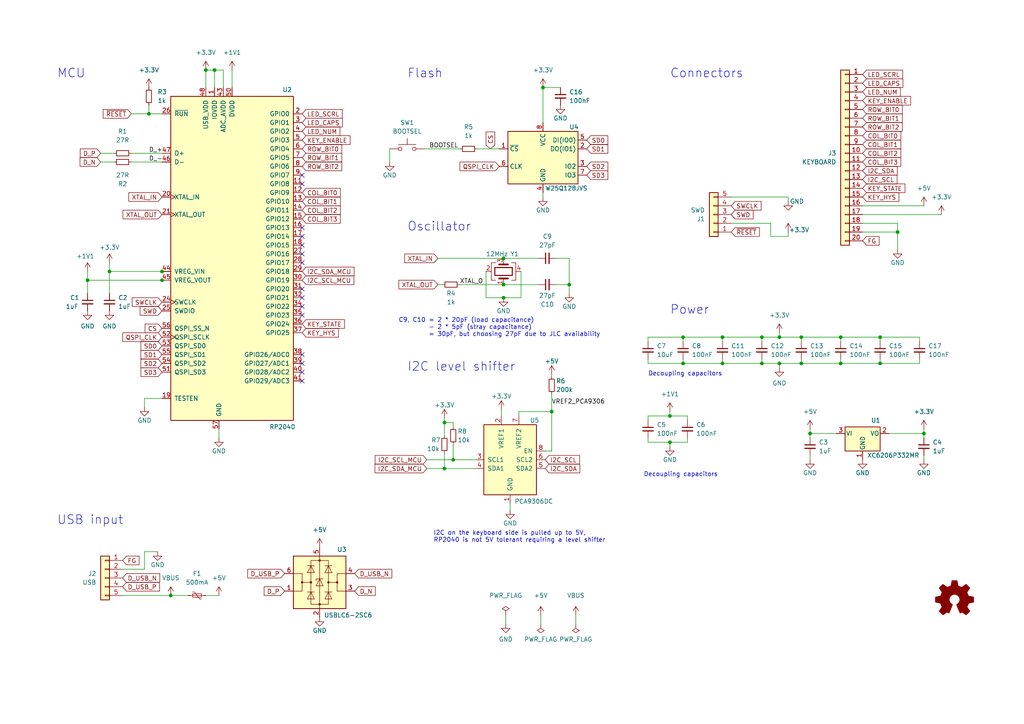
<source format=kicad_sch>
(kicad_sch (version 20211123) (generator eeschema)

  (uuid 3c7f716a-ef14-43e1-9875-4495ece27a97)

  (paper "A4")

  (title_block
    (title "Leopold FC980C Replacement Controller")
    (rev "0 (BROKEN)")
    (company "Wilhelm Schuster")
  )

  (lib_symbols
    (symbol "Connector_Generic:Conn_01x05" (pin_names (offset 1.016) hide) (in_bom yes) (on_board yes)
      (property "Reference" "J" (id 0) (at 0 7.62 0)
        (effects (font (size 1.27 1.27)))
      )
      (property "Value" "Conn_01x05" (id 1) (at 0 -7.62 0)
        (effects (font (size 1.27 1.27)))
      )
      (property "Footprint" "" (id 2) (at 0 0 0)
        (effects (font (size 1.27 1.27)) hide)
      )
      (property "Datasheet" "~" (id 3) (at 0 0 0)
        (effects (font (size 1.27 1.27)) hide)
      )
      (property "ki_keywords" "connector" (id 4) (at 0 0 0)
        (effects (font (size 1.27 1.27)) hide)
      )
      (property "ki_description" "Generic connector, single row, 01x05, script generated (kicad-library-utils/schlib/autogen/connector/)" (id 5) (at 0 0 0)
        (effects (font (size 1.27 1.27)) hide)
      )
      (property "ki_fp_filters" "Connector*:*_1x??_*" (id 6) (at 0 0 0)
        (effects (font (size 1.27 1.27)) hide)
      )
      (symbol "Conn_01x05_1_1"
        (rectangle (start -1.27 -4.953) (end 0 -5.207)
          (stroke (width 0.1524) (type default) (color 0 0 0 0))
          (fill (type none))
        )
        (rectangle (start -1.27 -2.413) (end 0 -2.667)
          (stroke (width 0.1524) (type default) (color 0 0 0 0))
          (fill (type none))
        )
        (rectangle (start -1.27 0.127) (end 0 -0.127)
          (stroke (width 0.1524) (type default) (color 0 0 0 0))
          (fill (type none))
        )
        (rectangle (start -1.27 2.667) (end 0 2.413)
          (stroke (width 0.1524) (type default) (color 0 0 0 0))
          (fill (type none))
        )
        (rectangle (start -1.27 5.207) (end 0 4.953)
          (stroke (width 0.1524) (type default) (color 0 0 0 0))
          (fill (type none))
        )
        (rectangle (start -1.27 6.35) (end 1.27 -6.35)
          (stroke (width 0.254) (type default) (color 0 0 0 0))
          (fill (type background))
        )
        (pin passive line (at -5.08 5.08 0) (length 3.81)
          (name "Pin_1" (effects (font (size 1.27 1.27))))
          (number "1" (effects (font (size 1.27 1.27))))
        )
        (pin passive line (at -5.08 2.54 0) (length 3.81)
          (name "Pin_2" (effects (font (size 1.27 1.27))))
          (number "2" (effects (font (size 1.27 1.27))))
        )
        (pin passive line (at -5.08 0 0) (length 3.81)
          (name "Pin_3" (effects (font (size 1.27 1.27))))
          (number "3" (effects (font (size 1.27 1.27))))
        )
        (pin passive line (at -5.08 -2.54 0) (length 3.81)
          (name "Pin_4" (effects (font (size 1.27 1.27))))
          (number "4" (effects (font (size 1.27 1.27))))
        )
        (pin passive line (at -5.08 -5.08 0) (length 3.81)
          (name "Pin_5" (effects (font (size 1.27 1.27))))
          (number "5" (effects (font (size 1.27 1.27))))
        )
      )
    )
    (symbol "Connector_Generic:Conn_01x20" (pin_names (offset 1.016) hide) (in_bom yes) (on_board yes)
      (property "Reference" "J" (id 0) (at 0 25.4 0)
        (effects (font (size 1.27 1.27)))
      )
      (property "Value" "Conn_01x20" (id 1) (at 0 -27.94 0)
        (effects (font (size 1.27 1.27)))
      )
      (property "Footprint" "" (id 2) (at 0 0 0)
        (effects (font (size 1.27 1.27)) hide)
      )
      (property "Datasheet" "~" (id 3) (at 0 0 0)
        (effects (font (size 1.27 1.27)) hide)
      )
      (property "ki_keywords" "connector" (id 4) (at 0 0 0)
        (effects (font (size 1.27 1.27)) hide)
      )
      (property "ki_description" "Generic connector, single row, 01x20, script generated (kicad-library-utils/schlib/autogen/connector/)" (id 5) (at 0 0 0)
        (effects (font (size 1.27 1.27)) hide)
      )
      (property "ki_fp_filters" "Connector*:*_1x??_*" (id 6) (at 0 0 0)
        (effects (font (size 1.27 1.27)) hide)
      )
      (symbol "Conn_01x20_1_1"
        (rectangle (start -1.27 -25.273) (end 0 -25.527)
          (stroke (width 0.1524) (type default) (color 0 0 0 0))
          (fill (type none))
        )
        (rectangle (start -1.27 -22.733) (end 0 -22.987)
          (stroke (width 0.1524) (type default) (color 0 0 0 0))
          (fill (type none))
        )
        (rectangle (start -1.27 -20.193) (end 0 -20.447)
          (stroke (width 0.1524) (type default) (color 0 0 0 0))
          (fill (type none))
        )
        (rectangle (start -1.27 -17.653) (end 0 -17.907)
          (stroke (width 0.1524) (type default) (color 0 0 0 0))
          (fill (type none))
        )
        (rectangle (start -1.27 -15.113) (end 0 -15.367)
          (stroke (width 0.1524) (type default) (color 0 0 0 0))
          (fill (type none))
        )
        (rectangle (start -1.27 -12.573) (end 0 -12.827)
          (stroke (width 0.1524) (type default) (color 0 0 0 0))
          (fill (type none))
        )
        (rectangle (start -1.27 -10.033) (end 0 -10.287)
          (stroke (width 0.1524) (type default) (color 0 0 0 0))
          (fill (type none))
        )
        (rectangle (start -1.27 -7.493) (end 0 -7.747)
          (stroke (width 0.1524) (type default) (color 0 0 0 0))
          (fill (type none))
        )
        (rectangle (start -1.27 -4.953) (end 0 -5.207)
          (stroke (width 0.1524) (type default) (color 0 0 0 0))
          (fill (type none))
        )
        (rectangle (start -1.27 -2.413) (end 0 -2.667)
          (stroke (width 0.1524) (type default) (color 0 0 0 0))
          (fill (type none))
        )
        (rectangle (start -1.27 0.127) (end 0 -0.127)
          (stroke (width 0.1524) (type default) (color 0 0 0 0))
          (fill (type none))
        )
        (rectangle (start -1.27 2.667) (end 0 2.413)
          (stroke (width 0.1524) (type default) (color 0 0 0 0))
          (fill (type none))
        )
        (rectangle (start -1.27 5.207) (end 0 4.953)
          (stroke (width 0.1524) (type default) (color 0 0 0 0))
          (fill (type none))
        )
        (rectangle (start -1.27 7.747) (end 0 7.493)
          (stroke (width 0.1524) (type default) (color 0 0 0 0))
          (fill (type none))
        )
        (rectangle (start -1.27 10.287) (end 0 10.033)
          (stroke (width 0.1524) (type default) (color 0 0 0 0))
          (fill (type none))
        )
        (rectangle (start -1.27 12.827) (end 0 12.573)
          (stroke (width 0.1524) (type default) (color 0 0 0 0))
          (fill (type none))
        )
        (rectangle (start -1.27 15.367) (end 0 15.113)
          (stroke (width 0.1524) (type default) (color 0 0 0 0))
          (fill (type none))
        )
        (rectangle (start -1.27 17.907) (end 0 17.653)
          (stroke (width 0.1524) (type default) (color 0 0 0 0))
          (fill (type none))
        )
        (rectangle (start -1.27 20.447) (end 0 20.193)
          (stroke (width 0.1524) (type default) (color 0 0 0 0))
          (fill (type none))
        )
        (rectangle (start -1.27 22.987) (end 0 22.733)
          (stroke (width 0.1524) (type default) (color 0 0 0 0))
          (fill (type none))
        )
        (rectangle (start -1.27 24.13) (end 1.27 -26.67)
          (stroke (width 0.254) (type default) (color 0 0 0 0))
          (fill (type background))
        )
        (pin passive line (at -5.08 22.86 0) (length 3.81)
          (name "Pin_1" (effects (font (size 1.27 1.27))))
          (number "1" (effects (font (size 1.27 1.27))))
        )
        (pin passive line (at -5.08 0 0) (length 3.81)
          (name "Pin_10" (effects (font (size 1.27 1.27))))
          (number "10" (effects (font (size 1.27 1.27))))
        )
        (pin passive line (at -5.08 -2.54 0) (length 3.81)
          (name "Pin_11" (effects (font (size 1.27 1.27))))
          (number "11" (effects (font (size 1.27 1.27))))
        )
        (pin passive line (at -5.08 -5.08 0) (length 3.81)
          (name "Pin_12" (effects (font (size 1.27 1.27))))
          (number "12" (effects (font (size 1.27 1.27))))
        )
        (pin passive line (at -5.08 -7.62 0) (length 3.81)
          (name "Pin_13" (effects (font (size 1.27 1.27))))
          (number "13" (effects (font (size 1.27 1.27))))
        )
        (pin passive line (at -5.08 -10.16 0) (length 3.81)
          (name "Pin_14" (effects (font (size 1.27 1.27))))
          (number "14" (effects (font (size 1.27 1.27))))
        )
        (pin passive line (at -5.08 -12.7 0) (length 3.81)
          (name "Pin_15" (effects (font (size 1.27 1.27))))
          (number "15" (effects (font (size 1.27 1.27))))
        )
        (pin passive line (at -5.08 -15.24 0) (length 3.81)
          (name "Pin_16" (effects (font (size 1.27 1.27))))
          (number "16" (effects (font (size 1.27 1.27))))
        )
        (pin passive line (at -5.08 -17.78 0) (length 3.81)
          (name "Pin_17" (effects (font (size 1.27 1.27))))
          (number "17" (effects (font (size 1.27 1.27))))
        )
        (pin passive line (at -5.08 -20.32 0) (length 3.81)
          (name "Pin_18" (effects (font (size 1.27 1.27))))
          (number "18" (effects (font (size 1.27 1.27))))
        )
        (pin passive line (at -5.08 -22.86 0) (length 3.81)
          (name "Pin_19" (effects (font (size 1.27 1.27))))
          (number "19" (effects (font (size 1.27 1.27))))
        )
        (pin passive line (at -5.08 20.32 0) (length 3.81)
          (name "Pin_2" (effects (font (size 1.27 1.27))))
          (number "2" (effects (font (size 1.27 1.27))))
        )
        (pin passive line (at -5.08 -25.4 0) (length 3.81)
          (name "Pin_20" (effects (font (size 1.27 1.27))))
          (number "20" (effects (font (size 1.27 1.27))))
        )
        (pin passive line (at -5.08 17.78 0) (length 3.81)
          (name "Pin_3" (effects (font (size 1.27 1.27))))
          (number "3" (effects (font (size 1.27 1.27))))
        )
        (pin passive line (at -5.08 15.24 0) (length 3.81)
          (name "Pin_4" (effects (font (size 1.27 1.27))))
          (number "4" (effects (font (size 1.27 1.27))))
        )
        (pin passive line (at -5.08 12.7 0) (length 3.81)
          (name "Pin_5" (effects (font (size 1.27 1.27))))
          (number "5" (effects (font (size 1.27 1.27))))
        )
        (pin passive line (at -5.08 10.16 0) (length 3.81)
          (name "Pin_6" (effects (font (size 1.27 1.27))))
          (number "6" (effects (font (size 1.27 1.27))))
        )
        (pin passive line (at -5.08 7.62 0) (length 3.81)
          (name "Pin_7" (effects (font (size 1.27 1.27))))
          (number "7" (effects (font (size 1.27 1.27))))
        )
        (pin passive line (at -5.08 5.08 0) (length 3.81)
          (name "Pin_8" (effects (font (size 1.27 1.27))))
          (number "8" (effects (font (size 1.27 1.27))))
        )
        (pin passive line (at -5.08 2.54 0) (length 3.81)
          (name "Pin_9" (effects (font (size 1.27 1.27))))
          (number "9" (effects (font (size 1.27 1.27))))
        )
      )
    )
    (symbol "Device:C_Small" (pin_numbers hide) (pin_names (offset 0.254) hide) (in_bom yes) (on_board yes)
      (property "Reference" "C" (id 0) (at 0.254 1.778 0)
        (effects (font (size 1.27 1.27)) (justify left))
      )
      (property "Value" "C_Small" (id 1) (at 0.254 -2.032 0)
        (effects (font (size 1.27 1.27)) (justify left))
      )
      (property "Footprint" "" (id 2) (at 0 0 0)
        (effects (font (size 1.27 1.27)) hide)
      )
      (property "Datasheet" "~" (id 3) (at 0 0 0)
        (effects (font (size 1.27 1.27)) hide)
      )
      (property "ki_keywords" "capacitor cap" (id 4) (at 0 0 0)
        (effects (font (size 1.27 1.27)) hide)
      )
      (property "ki_description" "Unpolarized capacitor, small symbol" (id 5) (at 0 0 0)
        (effects (font (size 1.27 1.27)) hide)
      )
      (property "ki_fp_filters" "C_*" (id 6) (at 0 0 0)
        (effects (font (size 1.27 1.27)) hide)
      )
      (symbol "C_Small_0_1"
        (polyline
          (pts
            (xy -1.524 -0.508)
            (xy 1.524 -0.508)
          )
          (stroke (width 0.3302) (type default) (color 0 0 0 0))
          (fill (type none))
        )
        (polyline
          (pts
            (xy -1.524 0.508)
            (xy 1.524 0.508)
          )
          (stroke (width 0.3048) (type default) (color 0 0 0 0))
          (fill (type none))
        )
      )
      (symbol "C_Small_1_1"
        (pin passive line (at 0 2.54 270) (length 2.032)
          (name "~" (effects (font (size 1.27 1.27))))
          (number "1" (effects (font (size 1.27 1.27))))
        )
        (pin passive line (at 0 -2.54 90) (length 2.032)
          (name "~" (effects (font (size 1.27 1.27))))
          (number "2" (effects (font (size 1.27 1.27))))
        )
      )
    )
    (symbol "Device:Crystal_GND24" (pin_names (offset 1.016) hide) (in_bom yes) (on_board yes)
      (property "Reference" "Y" (id 0) (at 3.175 5.08 0)
        (effects (font (size 1.27 1.27)) (justify left))
      )
      (property "Value" "Crystal_GND24" (id 1) (at 3.175 3.175 0)
        (effects (font (size 1.27 1.27)) (justify left))
      )
      (property "Footprint" "" (id 2) (at 0 0 0)
        (effects (font (size 1.27 1.27)) hide)
      )
      (property "Datasheet" "~" (id 3) (at 0 0 0)
        (effects (font (size 1.27 1.27)) hide)
      )
      (property "ki_keywords" "quartz ceramic resonator oscillator" (id 4) (at 0 0 0)
        (effects (font (size 1.27 1.27)) hide)
      )
      (property "ki_description" "Four pin crystal, GND on pins 2 and 4" (id 5) (at 0 0 0)
        (effects (font (size 1.27 1.27)) hide)
      )
      (property "ki_fp_filters" "Crystal*" (id 6) (at 0 0 0)
        (effects (font (size 1.27 1.27)) hide)
      )
      (symbol "Crystal_GND24_0_1"
        (rectangle (start -1.143 2.54) (end 1.143 -2.54)
          (stroke (width 0.3048) (type default) (color 0 0 0 0))
          (fill (type none))
        )
        (polyline
          (pts
            (xy -2.54 0)
            (xy -2.032 0)
          )
          (stroke (width 0) (type default) (color 0 0 0 0))
          (fill (type none))
        )
        (polyline
          (pts
            (xy -2.032 -1.27)
            (xy -2.032 1.27)
          )
          (stroke (width 0.508) (type default) (color 0 0 0 0))
          (fill (type none))
        )
        (polyline
          (pts
            (xy 0 -3.81)
            (xy 0 -3.556)
          )
          (stroke (width 0) (type default) (color 0 0 0 0))
          (fill (type none))
        )
        (polyline
          (pts
            (xy 0 3.556)
            (xy 0 3.81)
          )
          (stroke (width 0) (type default) (color 0 0 0 0))
          (fill (type none))
        )
        (polyline
          (pts
            (xy 2.032 -1.27)
            (xy 2.032 1.27)
          )
          (stroke (width 0.508) (type default) (color 0 0 0 0))
          (fill (type none))
        )
        (polyline
          (pts
            (xy 2.032 0)
            (xy 2.54 0)
          )
          (stroke (width 0) (type default) (color 0 0 0 0))
          (fill (type none))
        )
        (polyline
          (pts
            (xy -2.54 -2.286)
            (xy -2.54 -3.556)
            (xy 2.54 -3.556)
            (xy 2.54 -2.286)
          )
          (stroke (width 0) (type default) (color 0 0 0 0))
          (fill (type none))
        )
        (polyline
          (pts
            (xy -2.54 2.286)
            (xy -2.54 3.556)
            (xy 2.54 3.556)
            (xy 2.54 2.286)
          )
          (stroke (width 0) (type default) (color 0 0 0 0))
          (fill (type none))
        )
      )
      (symbol "Crystal_GND24_1_1"
        (pin passive line (at -3.81 0 0) (length 1.27)
          (name "1" (effects (font (size 1.27 1.27))))
          (number "1" (effects (font (size 1.27 1.27))))
        )
        (pin passive line (at 0 5.08 270) (length 1.27)
          (name "2" (effects (font (size 1.27 1.27))))
          (number "2" (effects (font (size 1.27 1.27))))
        )
        (pin passive line (at 3.81 0 180) (length 1.27)
          (name "3" (effects (font (size 1.27 1.27))))
          (number "3" (effects (font (size 1.27 1.27))))
        )
        (pin passive line (at 0 -5.08 90) (length 1.27)
          (name "4" (effects (font (size 1.27 1.27))))
          (number "4" (effects (font (size 1.27 1.27))))
        )
      )
    )
    (symbol "Device:Polyfuse_Small" (pin_numbers hide) (pin_names (offset 0)) (in_bom yes) (on_board yes)
      (property "Reference" "F" (id 0) (at -1.905 0 90)
        (effects (font (size 1.27 1.27)))
      )
      (property "Value" "Polyfuse_Small" (id 1) (at 1.905 0 90)
        (effects (font (size 1.27 1.27)))
      )
      (property "Footprint" "" (id 2) (at 1.27 -5.08 0)
        (effects (font (size 1.27 1.27)) (justify left) hide)
      )
      (property "Datasheet" "~" (id 3) (at 0 0 0)
        (effects (font (size 1.27 1.27)) hide)
      )
      (property "ki_keywords" "resettable fuse PTC PPTC polyfuse polyswitch" (id 4) (at 0 0 0)
        (effects (font (size 1.27 1.27)) hide)
      )
      (property "ki_description" "Resettable fuse, polymeric positive temperature coefficient, small symbol" (id 5) (at 0 0 0)
        (effects (font (size 1.27 1.27)) hide)
      )
      (property "ki_fp_filters" "*polyfuse* *PTC*" (id 6) (at 0 0 0)
        (effects (font (size 1.27 1.27)) hide)
      )
      (symbol "Polyfuse_Small_0_1"
        (rectangle (start -0.508 1.27) (end 0.508 -1.27)
          (stroke (width 0) (type default) (color 0 0 0 0))
          (fill (type none))
        )
        (polyline
          (pts
            (xy 0 2.54)
            (xy 0 -2.54)
          )
          (stroke (width 0) (type default) (color 0 0 0 0))
          (fill (type none))
        )
        (polyline
          (pts
            (xy -1.016 1.27)
            (xy -1.016 0.762)
            (xy 1.016 -0.762)
            (xy 1.016 -1.27)
          )
          (stroke (width 0) (type default) (color 0 0 0 0))
          (fill (type none))
        )
      )
      (symbol "Polyfuse_Small_1_1"
        (pin passive line (at 0 2.54 270) (length 0.635)
          (name "~" (effects (font (size 1.27 1.27))))
          (number "1" (effects (font (size 1.27 1.27))))
        )
        (pin passive line (at 0 -2.54 90) (length 0.635)
          (name "~" (effects (font (size 1.27 1.27))))
          (number "2" (effects (font (size 1.27 1.27))))
        )
      )
    )
    (symbol "Device:R_Small" (pin_numbers hide) (pin_names (offset 0.254) hide) (in_bom yes) (on_board yes)
      (property "Reference" "R" (id 0) (at 0.762 0.508 0)
        (effects (font (size 1.27 1.27)) (justify left))
      )
      (property "Value" "R_Small" (id 1) (at 0.762 -1.016 0)
        (effects (font (size 1.27 1.27)) (justify left))
      )
      (property "Footprint" "" (id 2) (at 0 0 0)
        (effects (font (size 1.27 1.27)) hide)
      )
      (property "Datasheet" "~" (id 3) (at 0 0 0)
        (effects (font (size 1.27 1.27)) hide)
      )
      (property "ki_keywords" "R resistor" (id 4) (at 0 0 0)
        (effects (font (size 1.27 1.27)) hide)
      )
      (property "ki_description" "Resistor, small symbol" (id 5) (at 0 0 0)
        (effects (font (size 1.27 1.27)) hide)
      )
      (property "ki_fp_filters" "R_*" (id 6) (at 0 0 0)
        (effects (font (size 1.27 1.27)) hide)
      )
      (symbol "R_Small_0_1"
        (rectangle (start -0.762 1.778) (end 0.762 -1.778)
          (stroke (width 0.2032) (type default) (color 0 0 0 0))
          (fill (type none))
        )
      )
      (symbol "R_Small_1_1"
        (pin passive line (at 0 2.54 270) (length 0.762)
          (name "~" (effects (font (size 1.27 1.27))))
          (number "1" (effects (font (size 1.27 1.27))))
        )
        (pin passive line (at 0 -2.54 90) (length 0.762)
          (name "~" (effects (font (size 1.27 1.27))))
          (number "2" (effects (font (size 1.27 1.27))))
        )
      )
    )
    (symbol "Graphic:Logo_Open_Hardware_Small" (pin_names (offset 1.016)) (in_bom yes) (on_board yes)
      (property "Reference" "#LOGO" (id 0) (at 0 6.985 0)
        (effects (font (size 1.27 1.27)) hide)
      )
      (property "Value" "Logo_Open_Hardware_Small" (id 1) (at 0 -5.715 0)
        (effects (font (size 1.27 1.27)) hide)
      )
      (property "Footprint" "" (id 2) (at 0 0 0)
        (effects (font (size 1.27 1.27)) hide)
      )
      (property "Datasheet" "~" (id 3) (at 0 0 0)
        (effects (font (size 1.27 1.27)) hide)
      )
      (property "ki_keywords" "Logo" (id 4) (at 0 0 0)
        (effects (font (size 1.27 1.27)) hide)
      )
      (property "ki_description" "Open Hardware logo, small" (id 5) (at 0 0 0)
        (effects (font (size 1.27 1.27)) hide)
      )
      (symbol "Logo_Open_Hardware_Small_0_1"
        (polyline
          (pts
            (xy 3.3528 -4.3434)
            (xy 3.302 -4.318)
            (xy 3.175 -4.2418)
            (xy 2.9972 -4.1148)
            (xy 2.7686 -3.9624)
            (xy 2.54 -3.81)
            (xy 2.3622 -3.7084)
            (xy 2.2352 -3.6068)
            (xy 2.1844 -3.5814)
            (xy 2.159 -3.6068)
            (xy 2.0574 -3.6576)
            (xy 1.905 -3.7338)
            (xy 1.8034 -3.7846)
            (xy 1.6764 -3.8354)
            (xy 1.6002 -3.8354)
            (xy 1.6002 -3.8354)
            (xy 1.5494 -3.7338)
            (xy 1.4732 -3.5306)
            (xy 1.3462 -3.302)
            (xy 1.2446 -3.0226)
            (xy 1.1176 -2.7178)
            (xy 0.9652 -2.413)
            (xy 0.8636 -2.1082)
            (xy 0.7366 -1.8288)
            (xy 0.6604 -1.6256)
            (xy 0.6096 -1.4732)
            (xy 0.5842 -1.397)
            (xy 0.5842 -1.397)
            (xy 0.6604 -1.3208)
            (xy 0.7874 -1.2446)
            (xy 1.0414 -1.016)
            (xy 1.2954 -0.6858)
            (xy 1.4478 -0.3302)
            (xy 1.524 0.0762)
            (xy 1.4732 0.4572)
            (xy 1.3208 0.8128)
            (xy 1.0668 1.143)
            (xy 0.762 1.3716)
            (xy 0.4064 1.524)
            (xy 0 1.5748)
            (xy -0.381 1.5494)
            (xy -0.7366 1.397)
            (xy -1.0668 1.143)
            (xy -1.2192 0.9906)
            (xy -1.397 0.6604)
            (xy -1.524 0.3048)
            (xy -1.524 0.2286)
            (xy -1.4986 -0.1778)
            (xy -1.397 -0.5334)
            (xy -1.1938 -0.8636)
            (xy -0.9144 -1.143)
            (xy -0.8636 -1.1684)
            (xy -0.7366 -1.27)
            (xy -0.635 -1.3462)
            (xy -0.5842 -1.397)
            (xy -1.0668 -2.5908)
            (xy -1.143 -2.794)
            (xy -1.2954 -3.1242)
            (xy -1.397 -3.4036)
            (xy -1.4986 -3.6322)
            (xy -1.5748 -3.7846)
            (xy -1.6002 -3.8354)
            (xy -1.6002 -3.8354)
            (xy -1.651 -3.8354)
            (xy -1.7272 -3.81)
            (xy -1.905 -3.7338)
            (xy -2.0066 -3.683)
            (xy -2.1336 -3.6068)
            (xy -2.2098 -3.5814)
            (xy -2.2606 -3.6068)
            (xy -2.3622 -3.683)
            (xy -2.54 -3.81)
            (xy -2.7686 -3.9624)
            (xy -2.9718 -4.0894)
            (xy -3.1496 -4.2164)
            (xy -3.302 -4.318)
            (xy -3.3528 -4.3434)
            (xy -3.3782 -4.3434)
            (xy -3.429 -4.318)
            (xy -3.5306 -4.2164)
            (xy -3.7084 -4.064)
            (xy -3.937 -3.8354)
            (xy -3.9624 -3.81)
            (xy -4.1656 -3.6068)
            (xy -4.318 -3.4544)
            (xy -4.4196 -3.3274)
            (xy -4.445 -3.2766)
            (xy -4.445 -3.2766)
            (xy -4.4196 -3.2258)
            (xy -4.318 -3.0734)
            (xy -4.2164 -2.8956)
            (xy -4.064 -2.667)
            (xy -3.6576 -2.0828)
            (xy -3.8862 -1.5494)
            (xy -3.937 -1.3716)
            (xy -4.0386 -1.1684)
            (xy -4.0894 -1.0414)
            (xy -4.1148 -0.9652)
            (xy -4.191 -0.9398)
            (xy -4.318 -0.9144)
            (xy -4.5466 -0.8636)
            (xy -4.8006 -0.8128)
            (xy -5.0546 -0.7874)
            (xy -5.2578 -0.7366)
            (xy -5.4356 -0.7112)
            (xy -5.5118 -0.6858)
            (xy -5.5118 -0.6858)
            (xy -5.5372 -0.635)
            (xy -5.5372 -0.5588)
            (xy -5.5372 -0.4318)
            (xy -5.5626 -0.2286)
            (xy -5.5626 0.0762)
            (xy -5.5626 0.127)
            (xy -5.5372 0.4064)
            (xy -5.5372 0.635)
            (xy -5.5372 0.762)
            (xy -5.5372 0.8382)
            (xy -5.5372 0.8382)
            (xy -5.461 0.8382)
            (xy -5.3086 0.889)
            (xy -5.08 0.9144)
            (xy -4.826 0.9652)
            (xy -4.8006 0.9906)
            (xy -4.5466 1.0414)
            (xy -4.318 1.0668)
            (xy -4.1656 1.1176)
            (xy -4.0894 1.143)
            (xy -4.0894 1.143)
            (xy -4.0386 1.2446)
            (xy -3.9624 1.4224)
            (xy -3.8608 1.6256)
            (xy -3.7846 1.8288)
            (xy -3.7084 2.0066)
            (xy -3.6576 2.159)
            (xy -3.6322 2.2098)
            (xy -3.6322 2.2098)
            (xy -3.683 2.286)
            (xy -3.7592 2.413)
            (xy -3.8862 2.5908)
            (xy -4.064 2.8194)
            (xy -4.064 2.8448)
            (xy -4.2164 3.0734)
            (xy -4.3434 3.2512)
            (xy -4.4196 3.3782)
            (xy -4.445 3.4544)
            (xy -4.445 3.4544)
            (xy -4.3942 3.5052)
            (xy -4.2926 3.6322)
            (xy -4.1148 3.81)
            (xy -3.937 4.0132)
            (xy -3.8608 4.064)
            (xy -3.6576 4.2926)
            (xy -3.5052 4.4196)
            (xy -3.4036 4.4958)
            (xy -3.3528 4.5212)
            (xy -3.3528 4.5212)
            (xy -3.302 4.4704)
            (xy -3.1496 4.3688)
            (xy -2.9718 4.2418)
            (xy -2.7432 4.0894)
            (xy -2.7178 4.0894)
            (xy -2.4892 3.937)
            (xy -2.3114 3.81)
            (xy -2.1844 3.7084)
            (xy -2.1336 3.683)
            (xy -2.1082 3.683)
            (xy -2.032 3.7084)
            (xy -1.8542 3.7592)
            (xy -1.6764 3.8354)
            (xy -1.4732 3.937)
            (xy -1.27 4.0132)
            (xy -1.143 4.064)
            (xy -1.0668 4.1148)
            (xy -1.0668 4.1148)
            (xy -1.0414 4.191)
            (xy -1.016 4.3434)
            (xy -0.9652 4.572)
            (xy -0.9144 4.8514)
            (xy -0.889 4.9022)
            (xy -0.8382 5.1562)
            (xy -0.8128 5.3848)
            (xy -0.7874 5.5372)
            (xy -0.762 5.588)
            (xy -0.7112 5.6134)
            (xy -0.5842 5.6134)
            (xy -0.4064 5.6134)
            (xy -0.1524 5.6134)
            (xy 0.0762 5.6134)
            (xy 0.3302 5.6134)
            (xy 0.5334 5.6134)
            (xy 0.6858 5.588)
            (xy 0.7366 5.588)
            (xy 0.7366 5.588)
            (xy 0.762 5.5118)
            (xy 0.8128 5.334)
            (xy 0.8382 5.1054)
            (xy 0.9144 4.826)
            (xy 0.9144 4.7752)
            (xy 0.9652 4.5212)
            (xy 1.016 4.2926)
            (xy 1.0414 4.1402)
            (xy 1.0668 4.0894)
            (xy 1.0668 4.0894)
            (xy 1.1938 4.0386)
            (xy 1.3716 3.9624)
            (xy 1.5748 3.8608)
            (xy 2.0828 3.6576)
            (xy 2.7178 4.0894)
            (xy 2.7686 4.1402)
            (xy 2.9972 4.2926)
            (xy 3.175 4.4196)
            (xy 3.302 4.4958)
            (xy 3.3782 4.5212)
            (xy 3.3782 4.5212)
            (xy 3.429 4.4704)
            (xy 3.556 4.3434)
            (xy 3.7338 4.191)
            (xy 3.9116 3.9878)
            (xy 4.064 3.8354)
            (xy 4.2418 3.6576)
            (xy 4.3434 3.556)
            (xy 4.4196 3.4798)
            (xy 4.4196 3.429)
            (xy 4.4196 3.4036)
            (xy 4.3942 3.3274)
            (xy 4.2926 3.2004)
            (xy 4.1656 2.9972)
            (xy 4.0132 2.794)
            (xy 3.8862 2.5908)
            (xy 3.7592 2.3876)
            (xy 3.6576 2.2352)
            (xy 3.6322 2.159)
            (xy 3.6322 2.1336)
            (xy 3.683 2.0066)
            (xy 3.7592 1.8288)
            (xy 3.8608 1.6002)
            (xy 4.064 1.1176)
            (xy 4.3942 1.0414)
            (xy 4.5974 1.016)
            (xy 4.8768 0.9652)
            (xy 5.1308 0.9144)
            (xy 5.5372 0.8382)
            (xy 5.5626 -0.6604)
            (xy 5.4864 -0.6858)
            (xy 5.4356 -0.6858)
            (xy 5.2832 -0.7366)
            (xy 5.0546 -0.762)
            (xy 4.8006 -0.8128)
            (xy 4.5974 -0.8636)
            (xy 4.3688 -0.9144)
            (xy 4.2164 -0.9398)
            (xy 4.1402 -0.9398)
            (xy 4.1148 -0.9652)
            (xy 4.064 -1.0668)
            (xy 3.9878 -1.2446)
            (xy 3.9116 -1.4478)
            (xy 3.81 -1.651)
            (xy 3.7338 -1.8542)
            (xy 3.683 -2.0066)
            (xy 3.6576 -2.0828)
            (xy 3.683 -2.1336)
            (xy 3.7846 -2.2606)
            (xy 3.8862 -2.4638)
            (xy 4.0386 -2.667)
            (xy 4.191 -2.8956)
            (xy 4.318 -3.0734)
            (xy 4.3942 -3.2004)
            (xy 4.445 -3.2766)
            (xy 4.4196 -3.3274)
            (xy 4.3434 -3.429)
            (xy 4.1656 -3.5814)
            (xy 3.937 -3.8354)
            (xy 3.8862 -3.8608)
            (xy 3.683 -4.064)
            (xy 3.5306 -4.2164)
            (xy 3.4036 -4.318)
            (xy 3.3528 -4.3434)
          )
          (stroke (width 0) (type default) (color 0 0 0 0))
          (fill (type outline))
        )
      )
    )
    (symbol "Interface:PCA9306DC" (pin_names (offset 1.016)) (in_bom yes) (on_board yes)
      (property "Reference" "U" (id 0) (at -7.62 11.43 0)
        (effects (font (size 1.27 1.27)) (justify left))
      )
      (property "Value" "PCA9306DC" (id 1) (at 3.81 11.43 0)
        (effects (font (size 1.27 1.27)) (justify left))
      )
      (property "Footprint" "Package_SO:VSSOP-8_2.3x2mm_P0.5mm" (id 2) (at 0 -11.43 0)
        (effects (font (size 1.27 1.27)) hide)
      )
      (property "Datasheet" "https://www.nxp.com/docs/en/data-sheet/PCA9306.pdf" (id 3) (at -7.62 11.43 0)
        (effects (font (size 1.27 1.27)) hide)
      )
      (property "ki_keywords" "I2C SMBus" (id 4) (at 0 0 0)
        (effects (font (size 1.27 1.27)) hide)
      )
      (property "ki_description" "Dual bidirectional I2C Bus and SMBus voltage level translator, VSSOP-8, Discontinued" (id 5) (at 0 0 0)
        (effects (font (size 1.27 1.27)) hide)
      )
      (property "ki_fp_filters" "VSSOP*2.3x2mm*P0.5mm*" (id 6) (at 0 0 0)
        (effects (font (size 1.27 1.27)) hide)
      )
      (symbol "PCA9306DC_0_1"
        (rectangle (start -7.62 10.16) (end 7.62 -10.16)
          (stroke (width 0.254) (type default) (color 0 0 0 0))
          (fill (type background))
        )
      )
      (symbol "PCA9306DC_1_1"
        (pin power_in line (at 0 -12.7 90) (length 2.54)
          (name "GND" (effects (font (size 1.27 1.27))))
          (number "1" (effects (font (size 1.27 1.27))))
        )
        (pin power_in line (at -2.54 12.7 270) (length 2.54)
          (name "VREF1" (effects (font (size 1.27 1.27))))
          (number "2" (effects (font (size 1.27 1.27))))
        )
        (pin bidirectional line (at -10.16 0 0) (length 2.54)
          (name "SCL1" (effects (font (size 1.27 1.27))))
          (number "3" (effects (font (size 1.27 1.27))))
        )
        (pin bidirectional line (at -10.16 -2.54 0) (length 2.54)
          (name "SDA1" (effects (font (size 1.27 1.27))))
          (number "4" (effects (font (size 1.27 1.27))))
        )
        (pin bidirectional line (at 10.16 -2.54 180) (length 2.54)
          (name "SDA2" (effects (font (size 1.27 1.27))))
          (number "5" (effects (font (size 1.27 1.27))))
        )
        (pin bidirectional line (at 10.16 0 180) (length 2.54)
          (name "SCL2" (effects (font (size 1.27 1.27))))
          (number "6" (effects (font (size 1.27 1.27))))
        )
        (pin power_in line (at 2.54 12.7 270) (length 2.54)
          (name "VREF2" (effects (font (size 1.27 1.27))))
          (number "7" (effects (font (size 1.27 1.27))))
        )
        (pin input line (at 10.16 2.54 180) (length 2.54)
          (name "EN" (effects (font (size 1.27 1.27))))
          (number "8" (effects (font (size 1.27 1.27))))
        )
      )
    )
    (symbol "Memory_Flash:W25Q128JVS" (in_bom yes) (on_board yes)
      (property "Reference" "U" (id 0) (at -8.89 8.89 0)
        (effects (font (size 1.27 1.27)))
      )
      (property "Value" "W25Q128JVS" (id 1) (at 7.62 8.89 0)
        (effects (font (size 1.27 1.27)))
      )
      (property "Footprint" "Package_SO:SOIC-8_5.23x5.23mm_P1.27mm" (id 2) (at 0 0 0)
        (effects (font (size 1.27 1.27)) hide)
      )
      (property "Datasheet" "http://www.winbond.com/resource-files/w25q128jv_dtr%20revc%2003272018%20plus.pdf" (id 3) (at 0 0 0)
        (effects (font (size 1.27 1.27)) hide)
      )
      (property "ki_keywords" "flash memory SPI QPI DTR" (id 4) (at 0 0 0)
        (effects (font (size 1.27 1.27)) hide)
      )
      (property "ki_description" "128Mb Serial Flash Memory, Standard/Dual/Quad SPI, SOIC-8" (id 5) (at 0 0 0)
        (effects (font (size 1.27 1.27)) hide)
      )
      (property "ki_fp_filters" "SOIC*5.23x5.23mm*P1.27mm*" (id 6) (at 0 0 0)
        (effects (font (size 1.27 1.27)) hide)
      )
      (symbol "W25Q128JVS_0_1"
        (rectangle (start -10.16 7.62) (end 10.16 -7.62)
          (stroke (width 0.254) (type default) (color 0 0 0 0))
          (fill (type background))
        )
      )
      (symbol "W25Q128JVS_1_1"
        (pin input line (at -12.7 2.54 0) (length 2.54)
          (name "~{CS}" (effects (font (size 1.27 1.27))))
          (number "1" (effects (font (size 1.27 1.27))))
        )
        (pin bidirectional line (at 12.7 2.54 180) (length 2.54)
          (name "DO(IO1)" (effects (font (size 1.27 1.27))))
          (number "2" (effects (font (size 1.27 1.27))))
        )
        (pin bidirectional line (at 12.7 -2.54 180) (length 2.54)
          (name "IO2" (effects (font (size 1.27 1.27))))
          (number "3" (effects (font (size 1.27 1.27))))
        )
        (pin power_in line (at 0 -10.16 90) (length 2.54)
          (name "GND" (effects (font (size 1.27 1.27))))
          (number "4" (effects (font (size 1.27 1.27))))
        )
        (pin bidirectional line (at 12.7 5.08 180) (length 2.54)
          (name "DI(IO0)" (effects (font (size 1.27 1.27))))
          (number "5" (effects (font (size 1.27 1.27))))
        )
        (pin input line (at -12.7 -2.54 0) (length 2.54)
          (name "CLK" (effects (font (size 1.27 1.27))))
          (number "6" (effects (font (size 1.27 1.27))))
        )
        (pin bidirectional line (at 12.7 -5.08 180) (length 2.54)
          (name "IO3" (effects (font (size 1.27 1.27))))
          (number "7" (effects (font (size 1.27 1.27))))
        )
        (pin power_in line (at 0 10.16 270) (length 2.54)
          (name "VCC" (effects (font (size 1.27 1.27))))
          (number "8" (effects (font (size 1.27 1.27))))
        )
      )
    )
    (symbol "Power_Protection:USBLC6-2SC6" (pin_names hide) (in_bom yes) (on_board yes)
      (property "Reference" "U" (id 0) (at 2.54 8.89 0)
        (effects (font (size 1.27 1.27)) (justify left))
      )
      (property "Value" "USBLC6-2SC6" (id 1) (at 2.54 -8.89 0)
        (effects (font (size 1.27 1.27)) (justify left))
      )
      (property "Footprint" "Package_TO_SOT_SMD:SOT-23-6" (id 2) (at 0 -12.7 0)
        (effects (font (size 1.27 1.27)) hide)
      )
      (property "Datasheet" "https://www.st.com/resource/en/datasheet/usblc6-2.pdf" (id 3) (at 5.08 8.89 0)
        (effects (font (size 1.27 1.27)) hide)
      )
      (property "ki_keywords" "usb ethernet video" (id 4) (at 0 0 0)
        (effects (font (size 1.27 1.27)) hide)
      )
      (property "ki_description" "Very low capacitance ESD protection diode, 2 data-line, SOT-23-6" (id 5) (at 0 0 0)
        (effects (font (size 1.27 1.27)) hide)
      )
      (property "ki_fp_filters" "SOT?23*" (id 6) (at 0 0 0)
        (effects (font (size 1.27 1.27)) hide)
      )
      (symbol "USBLC6-2SC6_0_1"
        (rectangle (start -7.62 -7.62) (end 7.62 7.62)
          (stroke (width 0.254) (type default) (color 0 0 0 0))
          (fill (type background))
        )
        (circle (center -5.08 0) (radius 0.254)
          (stroke (width 0) (type default) (color 0 0 0 0))
          (fill (type outline))
        )
        (circle (center -2.54 0) (radius 0.254)
          (stroke (width 0) (type default) (color 0 0 0 0))
          (fill (type outline))
        )
        (rectangle (start -2.54 6.35) (end 2.54 -6.35)
          (stroke (width 0) (type default) (color 0 0 0 0))
          (fill (type none))
        )
        (circle (center 0 -6.35) (radius 0.254)
          (stroke (width 0) (type default) (color 0 0 0 0))
          (fill (type outline))
        )
        (polyline
          (pts
            (xy -5.08 -2.54)
            (xy -7.62 -2.54)
          )
          (stroke (width 0) (type default) (color 0 0 0 0))
          (fill (type none))
        )
        (polyline
          (pts
            (xy -5.08 0)
            (xy -5.08 -2.54)
          )
          (stroke (width 0) (type default) (color 0 0 0 0))
          (fill (type none))
        )
        (polyline
          (pts
            (xy -5.08 2.54)
            (xy -7.62 2.54)
          )
          (stroke (width 0) (type default) (color 0 0 0 0))
          (fill (type none))
        )
        (polyline
          (pts
            (xy -1.524 -2.794)
            (xy -3.556 -2.794)
          )
          (stroke (width 0) (type default) (color 0 0 0 0))
          (fill (type none))
        )
        (polyline
          (pts
            (xy -1.524 4.826)
            (xy -3.556 4.826)
          )
          (stroke (width 0) (type default) (color 0 0 0 0))
          (fill (type none))
        )
        (polyline
          (pts
            (xy 0 -7.62)
            (xy 0 -6.35)
          )
          (stroke (width 0) (type default) (color 0 0 0 0))
          (fill (type none))
        )
        (polyline
          (pts
            (xy 0 -6.35)
            (xy 0 1.27)
          )
          (stroke (width 0) (type default) (color 0 0 0 0))
          (fill (type none))
        )
        (polyline
          (pts
            (xy 0 1.27)
            (xy 0 6.35)
          )
          (stroke (width 0) (type default) (color 0 0 0 0))
          (fill (type none))
        )
        (polyline
          (pts
            (xy 0 6.35)
            (xy 0 7.62)
          )
          (stroke (width 0) (type default) (color 0 0 0 0))
          (fill (type none))
        )
        (polyline
          (pts
            (xy 1.524 -2.794)
            (xy 3.556 -2.794)
          )
          (stroke (width 0) (type default) (color 0 0 0 0))
          (fill (type none))
        )
        (polyline
          (pts
            (xy 1.524 4.826)
            (xy 3.556 4.826)
          )
          (stroke (width 0) (type default) (color 0 0 0 0))
          (fill (type none))
        )
        (polyline
          (pts
            (xy 5.08 -2.54)
            (xy 7.62 -2.54)
          )
          (stroke (width 0) (type default) (color 0 0 0 0))
          (fill (type none))
        )
        (polyline
          (pts
            (xy 5.08 0)
            (xy 5.08 -2.54)
          )
          (stroke (width 0) (type default) (color 0 0 0 0))
          (fill (type none))
        )
        (polyline
          (pts
            (xy 5.08 2.54)
            (xy 7.62 2.54)
          )
          (stroke (width 0) (type default) (color 0 0 0 0))
          (fill (type none))
        )
        (polyline
          (pts
            (xy -2.54 0)
            (xy -5.08 0)
            (xy -5.08 2.54)
          )
          (stroke (width 0) (type default) (color 0 0 0 0))
          (fill (type none))
        )
        (polyline
          (pts
            (xy 2.54 0)
            (xy 5.08 0)
            (xy 5.08 2.54)
          )
          (stroke (width 0) (type default) (color 0 0 0 0))
          (fill (type none))
        )
        (polyline
          (pts
            (xy -3.556 -4.826)
            (xy -1.524 -4.826)
            (xy -2.54 -2.794)
            (xy -3.556 -4.826)
          )
          (stroke (width 0) (type default) (color 0 0 0 0))
          (fill (type none))
        )
        (polyline
          (pts
            (xy -3.556 2.794)
            (xy -1.524 2.794)
            (xy -2.54 4.826)
            (xy -3.556 2.794)
          )
          (stroke (width 0) (type default) (color 0 0 0 0))
          (fill (type none))
        )
        (polyline
          (pts
            (xy -1.016 -1.016)
            (xy 1.016 -1.016)
            (xy 0 1.016)
            (xy -1.016 -1.016)
          )
          (stroke (width 0) (type default) (color 0 0 0 0))
          (fill (type none))
        )
        (polyline
          (pts
            (xy 1.016 1.016)
            (xy 0.762 1.016)
            (xy -1.016 1.016)
            (xy -1.016 0.508)
          )
          (stroke (width 0) (type default) (color 0 0 0 0))
          (fill (type none))
        )
        (polyline
          (pts
            (xy 3.556 -4.826)
            (xy 1.524 -4.826)
            (xy 2.54 -2.794)
            (xy 3.556 -4.826)
          )
          (stroke (width 0) (type default) (color 0 0 0 0))
          (fill (type none))
        )
        (polyline
          (pts
            (xy 3.556 2.794)
            (xy 1.524 2.794)
            (xy 2.54 4.826)
            (xy 3.556 2.794)
          )
          (stroke (width 0) (type default) (color 0 0 0 0))
          (fill (type none))
        )
        (circle (center 0 6.35) (radius 0.254)
          (stroke (width 0) (type default) (color 0 0 0 0))
          (fill (type outline))
        )
        (circle (center 2.54 0) (radius 0.254)
          (stroke (width 0) (type default) (color 0 0 0 0))
          (fill (type outline))
        )
        (circle (center 5.08 0) (radius 0.254)
          (stroke (width 0) (type default) (color 0 0 0 0))
          (fill (type outline))
        )
      )
      (symbol "USBLC6-2SC6_1_1"
        (pin passive line (at -10.16 -2.54 0) (length 2.54)
          (name "I/O1" (effects (font (size 1.27 1.27))))
          (number "1" (effects (font (size 1.27 1.27))))
        )
        (pin passive line (at 0 -10.16 90) (length 2.54)
          (name "GND" (effects (font (size 1.27 1.27))))
          (number "2" (effects (font (size 1.27 1.27))))
        )
        (pin passive line (at 10.16 -2.54 180) (length 2.54)
          (name "I/O2" (effects (font (size 1.27 1.27))))
          (number "3" (effects (font (size 1.27 1.27))))
        )
        (pin passive line (at 10.16 2.54 180) (length 2.54)
          (name "I/O2" (effects (font (size 1.27 1.27))))
          (number "4" (effects (font (size 1.27 1.27))))
        )
        (pin passive line (at 0 10.16 270) (length 2.54)
          (name "VBUS" (effects (font (size 1.27 1.27))))
          (number "5" (effects (font (size 1.27 1.27))))
        )
        (pin passive line (at -10.16 2.54 0) (length 2.54)
          (name "I/O1" (effects (font (size 1.27 1.27))))
          (number "6" (effects (font (size 1.27 1.27))))
        )
      )
    )
    (symbol "Regulator_Linear:XC6206PxxxMR" (pin_names (offset 0.254)) (in_bom yes) (on_board yes)
      (property "Reference" "U" (id 0) (at -3.81 3.175 0)
        (effects (font (size 1.27 1.27)))
      )
      (property "Value" "XC6206PxxxMR" (id 1) (at 0 3.175 0)
        (effects (font (size 1.27 1.27)) (justify left))
      )
      (property "Footprint" "Package_TO_SOT_SMD:SOT-23" (id 2) (at 0 5.715 0)
        (effects (font (size 1.27 1.27) italic) hide)
      )
      (property "Datasheet" "https://www.torexsemi.com/file/xc6206/XC6206.pdf" (id 3) (at 0 0 0)
        (effects (font (size 1.27 1.27)) hide)
      )
      (property "ki_keywords" "Torex LDO Voltage Regulator Fixed Positive" (id 4) (at 0 0 0)
        (effects (font (size 1.27 1.27)) hide)
      )
      (property "ki_description" "Positive 60-250mA Low Dropout Regulator, Fixed Output, SOT-23" (id 5) (at 0 0 0)
        (effects (font (size 1.27 1.27)) hide)
      )
      (property "ki_fp_filters" "SOT?23*" (id 6) (at 0 0 0)
        (effects (font (size 1.27 1.27)) hide)
      )
      (symbol "XC6206PxxxMR_0_1"
        (rectangle (start -5.08 1.905) (end 5.08 -5.08)
          (stroke (width 0.254) (type default) (color 0 0 0 0))
          (fill (type background))
        )
      )
      (symbol "XC6206PxxxMR_1_1"
        (pin power_in line (at 0 -7.62 90) (length 2.54)
          (name "GND" (effects (font (size 1.27 1.27))))
          (number "1" (effects (font (size 1.27 1.27))))
        )
        (pin power_out line (at 7.62 0 180) (length 2.54)
          (name "VO" (effects (font (size 1.27 1.27))))
          (number "2" (effects (font (size 1.27 1.27))))
        )
        (pin power_in line (at -7.62 0 0) (length 2.54)
          (name "VI" (effects (font (size 1.27 1.27))))
          (number "3" (effects (font (size 1.27 1.27))))
        )
      )
    )
    (symbol "Sleep-lib:RP2040" (pin_names (offset 1.016)) (in_bom yes) (on_board yes)
      (property "Reference" "U" (id 0) (at 8.89 51.435 0)
        (effects (font (size 1.27 1.27)) (justify left bottom))
      )
      (property "Value" "RP2040" (id 1) (at 8.89 48.895 0)
        (effects (font (size 1.27 1.27)) (justify left bottom))
      )
      (property "Footprint" "Sleep-Lib:RP2040-QFN-56" (id 2) (at -20.32 62.23 0)
        (effects (font (size 1.27 1.27)) (justify left bottom) hide)
      )
      (property "Datasheet" "https://datasheets.raspberrypi.com/rp2040/rp2040-datasheet.pdf" (id 3) (at -20.32 62.23 0)
        (effects (font (size 1.27 1.27)) (justify left bottom) hide)
      )
      (property "ki_keywords" "raspberry pi 2040" (id 4) (at 0 0 0)
        (effects (font (size 1.27 1.27)) hide)
      )
      (symbol "RP2040_0_0"
        (rectangle (start -17.78 -45.72) (end 17.78 48.26)
          (stroke (width 0.254) (type default) (color 0 0 0 0))
          (fill (type background))
        )
      )
      (symbol "RP2040_1_1"
        (pin power_in line (at -5.08 50.8 270) (length 2.54)
          (name "IOVDD" (effects (font (size 1.27 1.27))))
          (number "1" (effects (font (size 1.27 1.27))))
        )
        (pin power_in line (at -5.08 50.8 270) (length 2.54) hide
          (name "IOVDD" (effects (font (size 1.27 1.27))))
          (number "10" (effects (font (size 1.27 1.27))))
        )
        (pin input line (at 20.32 22.86 180) (length 2.54)
          (name "GPIO8" (effects (font (size 1.27 1.27))))
          (number "11" (effects (font (size 1.27 1.27))))
        )
        (pin input line (at 20.32 20.32 180) (length 2.54)
          (name "GPIO9" (effects (font (size 1.27 1.27))))
          (number "12" (effects (font (size 1.27 1.27))))
        )
        (pin input line (at 20.32 17.78 180) (length 2.54)
          (name "GPIO10" (effects (font (size 1.27 1.27))))
          (number "13" (effects (font (size 1.27 1.27))))
        )
        (pin input line (at 20.32 15.24 180) (length 2.54)
          (name "GPIO11" (effects (font (size 1.27 1.27))))
          (number "14" (effects (font (size 1.27 1.27))))
        )
        (pin input line (at 20.32 12.7 180) (length 2.54)
          (name "GPIO12" (effects (font (size 1.27 1.27))))
          (number "15" (effects (font (size 1.27 1.27))))
        )
        (pin input line (at 20.32 10.16 180) (length 2.54)
          (name "GPIO13" (effects (font (size 1.27 1.27))))
          (number "16" (effects (font (size 1.27 1.27))))
        )
        (pin input line (at 20.32 7.62 180) (length 2.54)
          (name "GPIO14" (effects (font (size 1.27 1.27))))
          (number "17" (effects (font (size 1.27 1.27))))
        )
        (pin input line (at 20.32 5.08 180) (length 2.54)
          (name "GPIO15" (effects (font (size 1.27 1.27))))
          (number "18" (effects (font (size 1.27 1.27))))
        )
        (pin input line (at -20.32 -39.37 0) (length 2.54)
          (name "TESTEN" (effects (font (size 1.27 1.27))))
          (number "19" (effects (font (size 1.27 1.27))))
        )
        (pin input line (at 20.32 43.18 180) (length 2.54)
          (name "GPIO0" (effects (font (size 1.27 1.27))))
          (number "2" (effects (font (size 1.27 1.27))))
        )
        (pin input clock (at -20.32 19.05 0) (length 2.54)
          (name "XTAL_IN" (effects (font (size 1.27 1.27))))
          (number "20" (effects (font (size 1.27 1.27))))
        )
        (pin input clock (at -20.32 13.97 0) (length 2.54)
          (name "XTAL_OUT" (effects (font (size 1.27 1.27))))
          (number "21" (effects (font (size 1.27 1.27))))
        )
        (pin power_in line (at -5.08 50.8 270) (length 2.54) hide
          (name "IOVDD" (effects (font (size 1.27 1.27))))
          (number "22" (effects (font (size 1.27 1.27))))
        )
        (pin power_in line (at 0 50.8 270) (length 2.54) hide
          (name "DVDD" (effects (font (size 1.27 1.27))))
          (number "23" (effects (font (size 1.27 1.27))))
        )
        (pin input clock (at -20.32 -11.43 0) (length 2.54)
          (name "SWCLK" (effects (font (size 1.27 1.27))))
          (number "24" (effects (font (size 1.27 1.27))))
        )
        (pin bidirectional line (at -20.32 -13.97 0) (length 2.54)
          (name "SWDIO" (effects (font (size 1.27 1.27))))
          (number "25" (effects (font (size 1.27 1.27))))
        )
        (pin input line (at -20.32 43.18 0) (length 2.54)
          (name "~{RUN}" (effects (font (size 1.27 1.27))))
          (number "26" (effects (font (size 1.27 1.27))))
        )
        (pin input line (at 20.32 2.54 180) (length 2.54)
          (name "GPIO16" (effects (font (size 1.27 1.27))))
          (number "27" (effects (font (size 1.27 1.27))))
        )
        (pin input line (at 20.32 0 180) (length 2.54)
          (name "GPIO17" (effects (font (size 1.27 1.27))))
          (number "28" (effects (font (size 1.27 1.27))))
        )
        (pin input line (at 20.32 -2.54 180) (length 2.54)
          (name "GPIO18" (effects (font (size 1.27 1.27))))
          (number "29" (effects (font (size 1.27 1.27))))
        )
        (pin input line (at 20.32 40.64 180) (length 2.54)
          (name "GPIO1" (effects (font (size 1.27 1.27))))
          (number "3" (effects (font (size 1.27 1.27))))
        )
        (pin input line (at 20.32 -5.08 180) (length 2.54)
          (name "GPIO19" (effects (font (size 1.27 1.27))))
          (number "30" (effects (font (size 1.27 1.27))))
        )
        (pin input line (at 20.32 -7.62 180) (length 2.54)
          (name "GPIO20" (effects (font (size 1.27 1.27))))
          (number "31" (effects (font (size 1.27 1.27))))
        )
        (pin input line (at 20.32 -10.16 180) (length 2.54)
          (name "GPIO21" (effects (font (size 1.27 1.27))))
          (number "32" (effects (font (size 1.27 1.27))))
        )
        (pin power_in line (at -5.08 50.8 270) (length 2.54) hide
          (name "IOVDD" (effects (font (size 1.27 1.27))))
          (number "33" (effects (font (size 1.27 1.27))))
        )
        (pin input line (at 20.32 -12.7 180) (length 2.54)
          (name "GPIO22" (effects (font (size 1.27 1.27))))
          (number "34" (effects (font (size 1.27 1.27))))
        )
        (pin input line (at 20.32 -15.24 180) (length 2.54)
          (name "GPIO23" (effects (font (size 1.27 1.27))))
          (number "35" (effects (font (size 1.27 1.27))))
        )
        (pin input line (at 20.32 -17.78 180) (length 2.54)
          (name "GPIO24" (effects (font (size 1.27 1.27))))
          (number "36" (effects (font (size 1.27 1.27))))
        )
        (pin input line (at 20.32 -20.32 180) (length 2.54)
          (name "GPIO25" (effects (font (size 1.27 1.27))))
          (number "37" (effects (font (size 1.27 1.27))))
        )
        (pin input line (at 20.32 -26.67 180) (length 2.54)
          (name "GPIO26/ADC0" (effects (font (size 1.27 1.27))))
          (number "38" (effects (font (size 1.27 1.27))))
        )
        (pin input line (at 20.32 -29.21 180) (length 2.54)
          (name "GPIO27/ADC1" (effects (font (size 1.27 1.27))))
          (number "39" (effects (font (size 1.27 1.27))))
        )
        (pin input line (at 20.32 38.1 180) (length 2.54)
          (name "GPIO2" (effects (font (size 1.27 1.27))))
          (number "4" (effects (font (size 1.27 1.27))))
        )
        (pin input line (at 20.32 -31.75 180) (length 2.54)
          (name "GPIO28/ADC2" (effects (font (size 1.27 1.27))))
          (number "40" (effects (font (size 1.27 1.27))))
        )
        (pin input line (at 20.32 -34.29 180) (length 2.54)
          (name "GPIO29/ADC3" (effects (font (size 1.27 1.27))))
          (number "41" (effects (font (size 1.27 1.27))))
        )
        (pin power_in line (at -5.08 50.8 270) (length 2.54) hide
          (name "IOVDD" (effects (font (size 1.27 1.27))))
          (number "42" (effects (font (size 1.27 1.27))))
        )
        (pin power_in line (at -2.54 50.8 270) (length 2.54)
          (name "ADC_AVDD" (effects (font (size 1.27 1.27))))
          (number "43" (effects (font (size 1.27 1.27))))
        )
        (pin power_in line (at -20.32 -2.54 0) (length 2.54)
          (name "VREG_VIN" (effects (font (size 1.27 1.27))))
          (number "44" (effects (font (size 1.27 1.27))))
        )
        (pin power_out line (at -20.32 -5.08 0) (length 2.54)
          (name "VREG_VOUT" (effects (font (size 1.27 1.27))))
          (number "45" (effects (font (size 1.27 1.27))))
        )
        (pin bidirectional line (at -20.32 29.21 0) (length 2.54)
          (name "D-" (effects (font (size 1.27 1.27))))
          (number "46" (effects (font (size 1.27 1.27))))
        )
        (pin bidirectional line (at -20.32 31.75 0) (length 2.54)
          (name "D+" (effects (font (size 1.27 1.27))))
          (number "47" (effects (font (size 1.27 1.27))))
        )
        (pin power_in line (at -7.62 50.8 270) (length 2.54)
          (name "USB_VDD" (effects (font (size 1.27 1.27))))
          (number "48" (effects (font (size 1.27 1.27))))
        )
        (pin power_in line (at -5.08 50.8 270) (length 2.54) hide
          (name "IOVDD" (effects (font (size 1.27 1.27))))
          (number "49" (effects (font (size 1.27 1.27))))
        )
        (pin input line (at 20.32 35.56 180) (length 2.54)
          (name "GPIO3" (effects (font (size 1.27 1.27))))
          (number "5" (effects (font (size 1.27 1.27))))
        )
        (pin power_in line (at 0 50.8 270) (length 2.54)
          (name "DVDD" (effects (font (size 1.27 1.27))))
          (number "50" (effects (font (size 1.27 1.27))))
        )
        (pin bidirectional line (at -20.32 -31.75 0) (length 2.54)
          (name "QSPI_SD3" (effects (font (size 1.27 1.27))))
          (number "51" (effects (font (size 1.27 1.27))))
        )
        (pin output clock (at -20.32 -21.59 0) (length 2.54)
          (name "QSPI_SCLK" (effects (font (size 1.27 1.27))))
          (number "52" (effects (font (size 1.27 1.27))))
        )
        (pin bidirectional line (at -20.32 -24.13 0) (length 2.54)
          (name "QSPI_SD0" (effects (font (size 1.27 1.27))))
          (number "53" (effects (font (size 1.27 1.27))))
        )
        (pin bidirectional line (at -20.32 -29.21 0) (length 2.54)
          (name "QSPI_SD2" (effects (font (size 1.27 1.27))))
          (number "54" (effects (font (size 1.27 1.27))))
        )
        (pin bidirectional line (at -20.32 -26.67 0) (length 2.54)
          (name "QSPI_SD1" (effects (font (size 1.27 1.27))))
          (number "55" (effects (font (size 1.27 1.27))))
        )
        (pin bidirectional line (at -20.32 -19.05 0) (length 2.54)
          (name "QSPI_SS_N" (effects (font (size 1.27 1.27))))
          (number "56" (effects (font (size 1.27 1.27))))
        )
        (pin power_in line (at -3.81 -48.26 90) (length 2.54)
          (name "GND" (effects (font (size 1.27 1.27))))
          (number "57" (effects (font (size 1.27 1.27))))
        )
        (pin input line (at 20.32 33.02 180) (length 2.54)
          (name "GPIO4" (effects (font (size 1.27 1.27))))
          (number "6" (effects (font (size 1.27 1.27))))
        )
        (pin input line (at 20.32 30.48 180) (length 2.54)
          (name "GPIO5" (effects (font (size 1.27 1.27))))
          (number "7" (effects (font (size 1.27 1.27))))
        )
        (pin input line (at 20.32 27.94 180) (length 2.54)
          (name "GPIO6" (effects (font (size 1.27 1.27))))
          (number "8" (effects (font (size 1.27 1.27))))
        )
        (pin input line (at 20.32 25.4 180) (length 2.54)
          (name "GPIO7" (effects (font (size 1.27 1.27))))
          (number "9" (effects (font (size 1.27 1.27))))
        )
      )
    )
    (symbol "Switch:SW_Push" (pin_numbers hide) (pin_names (offset 1.016) hide) (in_bom yes) (on_board yes)
      (property "Reference" "SW" (id 0) (at 1.27 2.54 0)
        (effects (font (size 1.27 1.27)) (justify left))
      )
      (property "Value" "SW_Push" (id 1) (at 0 -1.524 0)
        (effects (font (size 1.27 1.27)))
      )
      (property "Footprint" "" (id 2) (at 0 5.08 0)
        (effects (font (size 1.27 1.27)) hide)
      )
      (property "Datasheet" "~" (id 3) (at 0 5.08 0)
        (effects (font (size 1.27 1.27)) hide)
      )
      (property "ki_keywords" "switch normally-open pushbutton push-button" (id 4) (at 0 0 0)
        (effects (font (size 1.27 1.27)) hide)
      )
      (property "ki_description" "Push button switch, generic, two pins" (id 5) (at 0 0 0)
        (effects (font (size 1.27 1.27)) hide)
      )
      (symbol "SW_Push_0_1"
        (circle (center -2.032 0) (radius 0.508)
          (stroke (width 0) (type default) (color 0 0 0 0))
          (fill (type none))
        )
        (polyline
          (pts
            (xy 0 1.27)
            (xy 0 3.048)
          )
          (stroke (width 0) (type default) (color 0 0 0 0))
          (fill (type none))
        )
        (polyline
          (pts
            (xy 2.54 1.27)
            (xy -2.54 1.27)
          )
          (stroke (width 0) (type default) (color 0 0 0 0))
          (fill (type none))
        )
        (circle (center 2.032 0) (radius 0.508)
          (stroke (width 0) (type default) (color 0 0 0 0))
          (fill (type none))
        )
        (pin passive line (at -5.08 0 0) (length 2.54)
          (name "1" (effects (font (size 1.27 1.27))))
          (number "1" (effects (font (size 1.27 1.27))))
        )
        (pin passive line (at 5.08 0 180) (length 2.54)
          (name "2" (effects (font (size 1.27 1.27))))
          (number "2" (effects (font (size 1.27 1.27))))
        )
      )
    )
    (symbol "power:+1V1" (power) (pin_names (offset 0)) (in_bom yes) (on_board yes)
      (property "Reference" "#PWR" (id 0) (at 0 -3.81 0)
        (effects (font (size 1.27 1.27)) hide)
      )
      (property "Value" "+1V1" (id 1) (at 0 3.556 0)
        (effects (font (size 1.27 1.27)))
      )
      (property "Footprint" "" (id 2) (at 0 0 0)
        (effects (font (size 1.27 1.27)) hide)
      )
      (property "Datasheet" "" (id 3) (at 0 0 0)
        (effects (font (size 1.27 1.27)) hide)
      )
      (property "ki_keywords" "power-flag" (id 4) (at 0 0 0)
        (effects (font (size 1.27 1.27)) hide)
      )
      (property "ki_description" "Power symbol creates a global label with name \"+1V1\"" (id 5) (at 0 0 0)
        (effects (font (size 1.27 1.27)) hide)
      )
      (symbol "+1V1_0_1"
        (polyline
          (pts
            (xy -0.762 1.27)
            (xy 0 2.54)
          )
          (stroke (width 0) (type default) (color 0 0 0 0))
          (fill (type none))
        )
        (polyline
          (pts
            (xy 0 0)
            (xy 0 2.54)
          )
          (stroke (width 0) (type default) (color 0 0 0 0))
          (fill (type none))
        )
        (polyline
          (pts
            (xy 0 2.54)
            (xy 0.762 1.27)
          )
          (stroke (width 0) (type default) (color 0 0 0 0))
          (fill (type none))
        )
      )
      (symbol "+1V1_1_1"
        (pin power_in line (at 0 0 90) (length 0) hide
          (name "+1V1" (effects (font (size 1.27 1.27))))
          (number "1" (effects (font (size 1.27 1.27))))
        )
      )
    )
    (symbol "power:+3.3V" (power) (pin_names (offset 0)) (in_bom yes) (on_board yes)
      (property "Reference" "#PWR" (id 0) (at 0 -3.81 0)
        (effects (font (size 1.27 1.27)) hide)
      )
      (property "Value" "+3.3V" (id 1) (at 0 3.556 0)
        (effects (font (size 1.27 1.27)))
      )
      (property "Footprint" "" (id 2) (at 0 0 0)
        (effects (font (size 1.27 1.27)) hide)
      )
      (property "Datasheet" "" (id 3) (at 0 0 0)
        (effects (font (size 1.27 1.27)) hide)
      )
      (property "ki_keywords" "power-flag" (id 4) (at 0 0 0)
        (effects (font (size 1.27 1.27)) hide)
      )
      (property "ki_description" "Power symbol creates a global label with name \"+3.3V\"" (id 5) (at 0 0 0)
        (effects (font (size 1.27 1.27)) hide)
      )
      (symbol "+3.3V_0_1"
        (polyline
          (pts
            (xy -0.762 1.27)
            (xy 0 2.54)
          )
          (stroke (width 0) (type default) (color 0 0 0 0))
          (fill (type none))
        )
        (polyline
          (pts
            (xy 0 0)
            (xy 0 2.54)
          )
          (stroke (width 0) (type default) (color 0 0 0 0))
          (fill (type none))
        )
        (polyline
          (pts
            (xy 0 2.54)
            (xy 0.762 1.27)
          )
          (stroke (width 0) (type default) (color 0 0 0 0))
          (fill (type none))
        )
      )
      (symbol "+3.3V_1_1"
        (pin power_in line (at 0 0 90) (length 0) hide
          (name "+3.3V" (effects (font (size 1.27 1.27))))
          (number "1" (effects (font (size 1.27 1.27))))
        )
      )
    )
    (symbol "power:+5V" (power) (pin_names (offset 0)) (in_bom yes) (on_board yes)
      (property "Reference" "#PWR" (id 0) (at 0 -3.81 0)
        (effects (font (size 1.27 1.27)) hide)
      )
      (property "Value" "+5V" (id 1) (at 0 3.556 0)
        (effects (font (size 1.27 1.27)))
      )
      (property "Footprint" "" (id 2) (at 0 0 0)
        (effects (font (size 1.27 1.27)) hide)
      )
      (property "Datasheet" "" (id 3) (at 0 0 0)
        (effects (font (size 1.27 1.27)) hide)
      )
      (property "ki_keywords" "power-flag" (id 4) (at 0 0 0)
        (effects (font (size 1.27 1.27)) hide)
      )
      (property "ki_description" "Power symbol creates a global label with name \"+5V\"" (id 5) (at 0 0 0)
        (effects (font (size 1.27 1.27)) hide)
      )
      (symbol "+5V_0_1"
        (polyline
          (pts
            (xy -0.762 1.27)
            (xy 0 2.54)
          )
          (stroke (width 0) (type default) (color 0 0 0 0))
          (fill (type none))
        )
        (polyline
          (pts
            (xy 0 0)
            (xy 0 2.54)
          )
          (stroke (width 0) (type default) (color 0 0 0 0))
          (fill (type none))
        )
        (polyline
          (pts
            (xy 0 2.54)
            (xy 0.762 1.27)
          )
          (stroke (width 0) (type default) (color 0 0 0 0))
          (fill (type none))
        )
      )
      (symbol "+5V_1_1"
        (pin power_in line (at 0 0 90) (length 0) hide
          (name "+5V" (effects (font (size 1.27 1.27))))
          (number "1" (effects (font (size 1.27 1.27))))
        )
      )
    )
    (symbol "power:GND" (power) (pin_names (offset 0)) (in_bom yes) (on_board yes)
      (property "Reference" "#PWR" (id 0) (at 0 -6.35 0)
        (effects (font (size 1.27 1.27)) hide)
      )
      (property "Value" "GND" (id 1) (at 0 -3.81 0)
        (effects (font (size 1.27 1.27)))
      )
      (property "Footprint" "" (id 2) (at 0 0 0)
        (effects (font (size 1.27 1.27)) hide)
      )
      (property "Datasheet" "" (id 3) (at 0 0 0)
        (effects (font (size 1.27 1.27)) hide)
      )
      (property "ki_keywords" "power-flag" (id 4) (at 0 0 0)
        (effects (font (size 1.27 1.27)) hide)
      )
      (property "ki_description" "Power symbol creates a global label with name \"GND\" , ground" (id 5) (at 0 0 0)
        (effects (font (size 1.27 1.27)) hide)
      )
      (symbol "GND_0_1"
        (polyline
          (pts
            (xy 0 0)
            (xy 0 -1.27)
            (xy 1.27 -1.27)
            (xy 0 -2.54)
            (xy -1.27 -1.27)
            (xy 0 -1.27)
          )
          (stroke (width 0) (type default) (color 0 0 0 0))
          (fill (type none))
        )
      )
      (symbol "GND_1_1"
        (pin power_in line (at 0 0 270) (length 0) hide
          (name "GND" (effects (font (size 1.27 1.27))))
          (number "1" (effects (font (size 1.27 1.27))))
        )
      )
    )
    (symbol "power:PWR_FLAG" (power) (pin_numbers hide) (pin_names (offset 0) hide) (in_bom yes) (on_board yes)
      (property "Reference" "#FLG" (id 0) (at 0 1.905 0)
        (effects (font (size 1.27 1.27)) hide)
      )
      (property "Value" "PWR_FLAG" (id 1) (at 0 3.81 0)
        (effects (font (size 1.27 1.27)))
      )
      (property "Footprint" "" (id 2) (at 0 0 0)
        (effects (font (size 1.27 1.27)) hide)
      )
      (property "Datasheet" "~" (id 3) (at 0 0 0)
        (effects (font (size 1.27 1.27)) hide)
      )
      (property "ki_keywords" "power-flag" (id 4) (at 0 0 0)
        (effects (font (size 1.27 1.27)) hide)
      )
      (property "ki_description" "Special symbol for telling ERC where power comes from" (id 5) (at 0 0 0)
        (effects (font (size 1.27 1.27)) hide)
      )
      (symbol "PWR_FLAG_0_0"
        (pin power_out line (at 0 0 90) (length 0)
          (name "pwr" (effects (font (size 1.27 1.27))))
          (number "1" (effects (font (size 1.27 1.27))))
        )
      )
      (symbol "PWR_FLAG_0_1"
        (polyline
          (pts
            (xy 0 0)
            (xy 0 1.27)
            (xy -1.016 1.905)
            (xy 0 2.54)
            (xy 1.016 1.905)
            (xy 0 1.27)
          )
          (stroke (width 0) (type default) (color 0 0 0 0))
          (fill (type none))
        )
      )
    )
    (symbol "power:VBUS" (power) (pin_names (offset 0)) (in_bom yes) (on_board yes)
      (property "Reference" "#PWR" (id 0) (at 0 -3.81 0)
        (effects (font (size 1.27 1.27)) hide)
      )
      (property "Value" "VBUS" (id 1) (at 0 3.81 0)
        (effects (font (size 1.27 1.27)))
      )
      (property "Footprint" "" (id 2) (at 0 0 0)
        (effects (font (size 1.27 1.27)) hide)
      )
      (property "Datasheet" "" (id 3) (at 0 0 0)
        (effects (font (size 1.27 1.27)) hide)
      )
      (property "ki_keywords" "power-flag" (id 4) (at 0 0 0)
        (effects (font (size 1.27 1.27)) hide)
      )
      (property "ki_description" "Power symbol creates a global label with name \"VBUS\"" (id 5) (at 0 0 0)
        (effects (font (size 1.27 1.27)) hide)
      )
      (symbol "VBUS_0_1"
        (polyline
          (pts
            (xy -0.762 1.27)
            (xy 0 2.54)
          )
          (stroke (width 0) (type default) (color 0 0 0 0))
          (fill (type none))
        )
        (polyline
          (pts
            (xy 0 0)
            (xy 0 2.54)
          )
          (stroke (width 0) (type default) (color 0 0 0 0))
          (fill (type none))
        )
        (polyline
          (pts
            (xy 0 2.54)
            (xy 0.762 1.27)
          )
          (stroke (width 0) (type default) (color 0 0 0 0))
          (fill (type none))
        )
      )
      (symbol "VBUS_1_1"
        (pin power_in line (at 0 0 90) (length 0) hide
          (name "VBUS" (effects (font (size 1.27 1.27))))
          (number "1" (effects (font (size 1.27 1.27))))
        )
      )
    )
  )


  (junction (at 234.95 125.73) (diameter 0) (color 0 0 0 0)
    (uuid 09d28902-05b9-4e0f-9028-500181695d26)
  )
  (junction (at 59.69 20.32) (diameter 0) (color 0 0 0 0)
    (uuid 1b4ab67b-c06b-4c05-8b95-e3575e92453c)
  )
  (junction (at 232.41 97.79) (diameter 0) (color 0 0 0 0)
    (uuid 2e316977-e4b4-443f-9dca-c398bba4e090)
  )
  (junction (at 198.12 105.41) (diameter 0) (color 0 0 0 0)
    (uuid 2e31c5a8-d2ff-476b-9494-41db7c4db701)
  )
  (junction (at 232.41 105.41) (diameter 0) (color 0 0 0 0)
    (uuid 2f9b56ef-50ce-43fc-be0e-c7c05cc2e126)
  )
  (junction (at 209.55 97.79) (diameter 0) (color 0 0 0 0)
    (uuid 2fadbf6f-1a9b-4f8f-9399-5ab26ac2792f)
  )
  (junction (at 226.06 105.41) (diameter 0) (color 0 0 0 0)
    (uuid 314a6cd7-318b-4f18-a634-1c1e36749264)
  )
  (junction (at 160.02 119.38) (diameter 0) (color 0 0 0 0)
    (uuid 3360fbc1-f06d-4c7c-8445-2364754a74e2)
  )
  (junction (at 243.84 97.79) (diameter 0) (color 0 0 0 0)
    (uuid 36534151-ad20-4f58-a229-6c8b10363642)
  )
  (junction (at 260.35 67.31) (diameter 0) (color 0 0 0 0)
    (uuid 3e0ba6f3-6ba7-43fa-a5c3-7b6b2324d19c)
  )
  (junction (at 209.55 105.41) (diameter 0) (color 0 0 0 0)
    (uuid 49968bc8-f3dc-4056-ae6a-31eaba6fb06b)
  )
  (junction (at 128.905 122.555) (diameter 0) (color 0 0 0 0)
    (uuid 49ff2914-b809-4ae1-9090-7f6b6a379a17)
  )
  (junction (at 194.31 128.27) (diameter 0) (color 0 0 0 0)
    (uuid 4aaf90c4-9503-4645-bb08-79ed3aca9201)
  )
  (junction (at 165.1 82.55) (diameter 0) (color 0 0 0 0)
    (uuid 5999b431-135c-4669-ad7e-34595a0f5523)
  )
  (junction (at 267.97 125.73) (diameter 0) (color 0 0 0 0)
    (uuid 62056f4a-7f61-4ab9-b25b-6b34f5f1a04c)
  )
  (junction (at 25.4 81.28) (diameter 0) (color 0 0 0 0)
    (uuid 66116b86-3ea0-4199-b344-9ed3ee73ae6c)
  )
  (junction (at 146.05 74.93) (diameter 0) (color 0 0 0 0)
    (uuid 663e42f9-760e-4176-842c-09a6d4caf3b3)
  )
  (junction (at 226.06 97.79) (diameter 0) (color 0 0 0 0)
    (uuid 677c4d92-4786-4d05-bcf2-82f52ae6ed92)
  )
  (junction (at 62.23 20.32) (diameter 0) (color 0 0 0 0)
    (uuid 6f8e7198-3b95-4cf5-9da4-30021815bd64)
  )
  (junction (at 146.05 82.55) (diameter 0) (color 0 0 0 0)
    (uuid 778adf92-2171-47ba-ae2a-eb4de098f4d0)
  )
  (junction (at 128.905 135.89) (diameter 0) (color 0 0 0 0)
    (uuid 8455f91f-409b-4964-8304-2961ff0948a2)
  )
  (junction (at 31.75 78.74) (diameter 0) (color 0 0 0 0)
    (uuid 89e7429f-aa55-4ec6-8e22-95a82f357f15)
  )
  (junction (at 220.98 97.79) (diameter 0) (color 0 0 0 0)
    (uuid 91b2a28a-694a-402d-b41c-318919d7b79a)
  )
  (junction (at 255.27 97.79) (diameter 0) (color 0 0 0 0)
    (uuid 93c89941-a0b9-48b5-b550-861e762ad2a3)
  )
  (junction (at 146.05 86.36) (diameter 0) (color 0 0 0 0)
    (uuid 96cc6fc5-e1ab-4677-973f-ae838b52064b)
  )
  (junction (at 243.84 105.41) (diameter 0) (color 0 0 0 0)
    (uuid a34584f9-5e32-4796-85cb-a9310bff1464)
  )
  (junction (at 43.18 33.02) (diameter 0) (color 0 0 0 0)
    (uuid a886d774-f57b-46a6-832a-b79d97609b26)
  )
  (junction (at 157.48 25.4) (diameter 0) (color 0 0 0 0)
    (uuid a91d4eb1-07fd-4a37-8ccd-14761fda2fb0)
  )
  (junction (at 194.31 120.65) (diameter 0) (color 0 0 0 0)
    (uuid ad68dec0-db2d-496c-8c6c-41f1bfa7b8cd)
  )
  (junction (at 46.99 81.28) (diameter 0) (color 0 0 0 0)
    (uuid c3d24607-14ae-4c9e-a060-a652a884e82c)
  )
  (junction (at 198.12 97.79) (diameter 0) (color 0 0 0 0)
    (uuid c4a8eb99-8b92-4265-aa52-785abc361b22)
  )
  (junction (at 255.27 105.41) (diameter 0) (color 0 0 0 0)
    (uuid d6ebfe1c-0604-409e-a365-de2a70dca7de)
  )
  (junction (at 220.98 105.41) (diameter 0) (color 0 0 0 0)
    (uuid dae76632-3f1b-474d-bc38-7783ffadb332)
  )
  (junction (at 46.99 78.74) (diameter 0) (color 0 0 0 0)
    (uuid e021b896-b5db-43c7-8780-ab22ddeb5e4f)
  )
  (junction (at 131.445 133.35) (diameter 0) (color 0 0 0 0)
    (uuid e9351bda-5ca5-4fb6-890e-3854877c96b2)
  )
  (junction (at 49.53 172.72) (diameter 0) (color 0 0 0 0)
    (uuid edde0f8e-34e5-4214-ba19-406f398bbe73)
  )

  (no_connect (at 87.63 73.66) (uuid 06e37170-ca8c-41af-96f5-0bc4cd9ab3be))
  (no_connect (at 87.63 110.49) (uuid 2b6663e3-c289-4f8b-bfd4-7eaa74bcc672))
  (no_connect (at 87.63 71.12) (uuid 2f0c502a-0672-4045-8fe0-bd53f46878ef))
  (no_connect (at 87.63 107.95) (uuid 38c82acf-ef48-441f-836c-a985d5abd85a))
  (no_connect (at 87.63 105.41) (uuid 536c457e-a599-4a4e-88d2-ccf02f4d5416))
  (no_connect (at 87.63 50.8) (uuid 5b11e240-bfea-4546-9026-e434a643b9d8))
  (no_connect (at 87.63 91.44) (uuid 5f4450d7-1748-4737-bffc-af142b595eac))
  (no_connect (at 87.63 53.34) (uuid 67ad1267-d080-4643-894e-605c75126b6b))
  (no_connect (at 87.63 68.58) (uuid 6aad909b-4f87-4a00-bd50-95bad8beda24))
  (no_connect (at 87.63 66.04) (uuid 7ef83097-178f-4283-bb9c-1d357b775438))
  (no_connect (at 87.63 86.36) (uuid 8a0238a2-9cb8-4346-b0c7-5a6a1a32c553))
  (no_connect (at 87.63 83.82) (uuid 98bf01ec-42f7-431a-b93f-0897db78186f))
  (no_connect (at 87.63 88.9) (uuid cb0da87e-9f01-41b0-a125-3f4c9861d40a))
  (no_connect (at 87.63 76.2) (uuid cd18437e-c13d-4f5b-8331-0fab753505de))
  (no_connect (at 87.63 102.87) (uuid cdfc3d52-f722-4f02-b33c-0b3141dd2a0c))

  (wire (pts (xy 228.6 67.31) (xy 228.6 68.58))
    (stroke (width 0) (type default) (color 0 0 0 0))
    (uuid 035be463-384d-43a8-98f2-94beb20b988f)
  )
  (wire (pts (xy 250.19 64.77) (xy 260.35 64.77))
    (stroke (width 0) (type default) (color 0 0 0 0))
    (uuid 06be3af0-1c30-4405-bad6-4ac500c49368)
  )
  (wire (pts (xy 220.98 105.41) (xy 226.06 105.41))
    (stroke (width 0) (type default) (color 0 0 0 0))
    (uuid 0a849b38-8c1e-4957-82fc-7e1377e46179)
  )
  (wire (pts (xy 123.825 135.89) (xy 128.905 135.89))
    (stroke (width 0) (type default) (color 0 0 0 0))
    (uuid 0d50c8d2-3e4f-44cb-a08e-aa4782c22483)
  )
  (wire (pts (xy 41.91 160.02) (xy 45.72 160.02))
    (stroke (width 0) (type default) (color 0 0 0 0))
    (uuid 0dddfc5b-6e20-4a6e-afe0-8aae4ea74259)
  )
  (wire (pts (xy 157.48 25.4) (xy 157.48 35.56))
    (stroke (width 0) (type default) (color 0 0 0 0))
    (uuid 131d0fdc-6402-4b33-839a-7e5d4d85a022)
  )
  (wire (pts (xy 209.55 105.41) (xy 209.55 104.14))
    (stroke (width 0) (type default) (color 0 0 0 0))
    (uuid 141f51c4-f896-447b-a2c9-6d4324893a50)
  )
  (wire (pts (xy 267.97 124.46) (xy 267.97 125.73))
    (stroke (width 0) (type default) (color 0 0 0 0))
    (uuid 15536b53-1ae9-47ae-842d-fbfddcaf639d)
  )
  (wire (pts (xy 151.13 78.74) (xy 151.13 86.36))
    (stroke (width 0) (type default) (color 0 0 0 0))
    (uuid 174002db-7c8f-474c-ae84-d31e97cb159d)
  )
  (wire (pts (xy 128.905 122.555) (xy 128.905 121.285))
    (stroke (width 0) (type default) (color 0 0 0 0))
    (uuid 1a2e84f3-ad30-4e97-8561-b4deaff027f3)
  )
  (wire (pts (xy 198.12 105.41) (xy 209.55 105.41))
    (stroke (width 0) (type default) (color 0 0 0 0))
    (uuid 1d066d32-408b-48e3-8a9f-71bc5c02de2f)
  )
  (wire (pts (xy 250.19 59.69) (xy 267.97 59.69))
    (stroke (width 0) (type default) (color 0 0 0 0))
    (uuid 1d477c49-1bf1-4741-add2-1df4a181d89c)
  )
  (wire (pts (xy 232.41 97.79) (xy 232.41 99.06))
    (stroke (width 0) (type default) (color 0 0 0 0))
    (uuid 1de7d31c-9924-4928-a1c3-11312cc0ffc2)
  )
  (wire (pts (xy 46.99 78.74) (xy 31.75 78.74))
    (stroke (width 0) (type default) (color 0 0 0 0))
    (uuid 21eea2d5-6837-4ae6-97be-18cf198ea312)
  )
  (wire (pts (xy 198.12 97.79) (xy 198.12 99.06))
    (stroke (width 0) (type default) (color 0 0 0 0))
    (uuid 22dddf8e-86ff-40eb-a6ce-12513cf8d9d5)
  )
  (wire (pts (xy 131.445 128.905) (xy 131.445 133.35))
    (stroke (width 0) (type default) (color 0 0 0 0))
    (uuid 27066d77-3a5e-4750-bcee-881aedaf2bd1)
  )
  (wire (pts (xy 150.495 120.65) (xy 150.495 119.38))
    (stroke (width 0) (type default) (color 0 0 0 0))
    (uuid 28c54f7e-a722-410a-8079-abfcf0d47f05)
  )
  (wire (pts (xy 67.31 20.32) (xy 67.31 25.4))
    (stroke (width 0) (type default) (color 0 0 0 0))
    (uuid 2ad4bc51-e1d0-4987-94bc-aed958c37944)
  )
  (wire (pts (xy 59.69 172.72) (xy 63.5 172.72))
    (stroke (width 0) (type default) (color 0 0 0 0))
    (uuid 31afb1ae-1555-4b07-80cf-480dfb06c977)
  )
  (wire (pts (xy 228.6 57.15) (xy 228.6 58.42))
    (stroke (width 0) (type default) (color 0 0 0 0))
    (uuid 323cf261-47ef-4d28-886e-cc8dbf585502)
  )
  (wire (pts (xy 187.96 120.65) (xy 194.31 120.65))
    (stroke (width 0) (type default) (color 0 0 0 0))
    (uuid 389a14af-b549-4fbc-9a8c-00c3c4810534)
  )
  (wire (pts (xy 243.84 97.79) (xy 243.84 99.06))
    (stroke (width 0) (type default) (color 0 0 0 0))
    (uuid 3c8577d8-1fa8-437d-ae4d-b74a7cddad80)
  )
  (wire (pts (xy 209.55 97.79) (xy 220.98 97.79))
    (stroke (width 0) (type default) (color 0 0 0 0))
    (uuid 3f46202f-ad5e-4f9d-8527-d31e1ad409da)
  )
  (wire (pts (xy 198.12 97.79) (xy 209.55 97.79))
    (stroke (width 0) (type default) (color 0 0 0 0))
    (uuid 4046e1a1-9913-48fa-aa2a-84e8c0734f5a)
  )
  (wire (pts (xy 128.905 126.365) (xy 128.905 122.555))
    (stroke (width 0) (type default) (color 0 0 0 0))
    (uuid 41e90a50-22bb-4181-bc97-f727d9512502)
  )
  (wire (pts (xy 146.05 74.93) (xy 156.21 74.93))
    (stroke (width 0) (type default) (color 0 0 0 0))
    (uuid 484fdd6e-f7ca-4dda-8cfb-0a0e50bad60a)
  )
  (wire (pts (xy 187.96 128.27) (xy 194.31 128.27))
    (stroke (width 0) (type default) (color 0 0 0 0))
    (uuid 4873330d-4b32-43ce-8d54-595e82612df5)
  )
  (wire (pts (xy 35.56 172.72) (xy 49.53 172.72))
    (stroke (width 0) (type default) (color 0 0 0 0))
    (uuid 4954645c-c6b4-458d-acd0-29ed828fb792)
  )
  (wire (pts (xy 123.825 133.35) (xy 131.445 133.35))
    (stroke (width 0) (type default) (color 0 0 0 0))
    (uuid 4be4369a-894d-4961-a0ab-6de90e636c1a)
  )
  (wire (pts (xy 232.41 97.79) (xy 243.84 97.79))
    (stroke (width 0) (type default) (color 0 0 0 0))
    (uuid 4e7817e4-8e15-4ac8-aab0-90aa5c3dc418)
  )
  (wire (pts (xy 257.81 125.73) (xy 267.97 125.73))
    (stroke (width 0) (type default) (color 0 0 0 0))
    (uuid 4f0b119c-cb0d-4a6d-98fe-a783a9a754a7)
  )
  (wire (pts (xy 150.495 119.38) (xy 160.02 119.38))
    (stroke (width 0) (type default) (color 0 0 0 0))
    (uuid 50f292f9-86db-4941-b70a-f9ab5e51003a)
  )
  (wire (pts (xy 250.19 67.31) (xy 260.35 67.31))
    (stroke (width 0) (type default) (color 0 0 0 0))
    (uuid 5142a5e8-83b7-47d2-af89-3f8c1c5795c5)
  )
  (wire (pts (xy 38.1 33.02) (xy 43.18 33.02))
    (stroke (width 0) (type default) (color 0 0 0 0))
    (uuid 518c708d-0609-4fd7-b1dd-4a5cdb6ceb13)
  )
  (wire (pts (xy 165.1 85.09) (xy 165.1 82.55))
    (stroke (width 0) (type default) (color 0 0 0 0))
    (uuid 53e8a132-95ce-4a90-b920-8ff19cf570eb)
  )
  (wire (pts (xy 29.21 44.45) (xy 33.02 44.45))
    (stroke (width 0) (type default) (color 0 0 0 0))
    (uuid 54e7b862-1201-4e01-a0e3-70f180c34f5c)
  )
  (wire (pts (xy 41.91 115.57) (xy 41.91 118.11))
    (stroke (width 0) (type default) (color 0 0 0 0))
    (uuid 57d853e4-803c-4234-acbd-a807af04c190)
  )
  (wire (pts (xy 59.69 20.32) (xy 59.69 25.4))
    (stroke (width 0) (type default) (color 0 0 0 0))
    (uuid 5a4855a2-9b27-45bf-afb3-2b911cd94cb4)
  )
  (wire (pts (xy 146.685 178.435) (xy 146.685 180.975))
    (stroke (width 0) (type default) (color 0 0 0 0))
    (uuid 5aebb54b-307b-46e1-b238-2ffd70c5634d)
  )
  (wire (pts (xy 133.35 82.55) (xy 146.05 82.55))
    (stroke (width 0) (type default) (color 0 0 0 0))
    (uuid 5cd96c1c-632d-48a6-9ac0-3498f2134363)
  )
  (wire (pts (xy 187.96 128.27) (xy 187.96 127))
    (stroke (width 0) (type default) (color 0 0 0 0))
    (uuid 5e24b73b-9dc8-4653-bf86-cd5682dbb69d)
  )
  (wire (pts (xy 157.48 25.4) (xy 162.56 25.4))
    (stroke (width 0) (type default) (color 0 0 0 0))
    (uuid 60d80873-e261-4ab1-9794-b67ab5ed25d5)
  )
  (wire (pts (xy 31.75 76.2) (xy 31.75 78.74))
    (stroke (width 0) (type default) (color 0 0 0 0))
    (uuid 614a491e-dfac-4df3-8f2a-d08f6f3e1c41)
  )
  (wire (pts (xy 187.96 105.41) (xy 187.96 104.14))
    (stroke (width 0) (type default) (color 0 0 0 0))
    (uuid 62f3feff-b924-4cd8-9090-66e9c59d83ca)
  )
  (wire (pts (xy 267.97 133.35) (xy 267.97 132.08))
    (stroke (width 0) (type default) (color 0 0 0 0))
    (uuid 639ed857-0f1d-453d-a3a0-355215d1868e)
  )
  (wire (pts (xy 255.27 105.41) (xy 255.27 104.14))
    (stroke (width 0) (type default) (color 0 0 0 0))
    (uuid 65971047-a583-414d-aeaf-7592a6babb39)
  )
  (wire (pts (xy 226.06 105.41) (xy 226.06 106.68))
    (stroke (width 0) (type default) (color 0 0 0 0))
    (uuid 66400fbe-7878-409a-a80c-c3d05b96d6c0)
  )
  (wire (pts (xy 49.53 172.72) (xy 54.61 172.72))
    (stroke (width 0) (type default) (color 0 0 0 0))
    (uuid 66e815e1-0067-4cb7-b207-9c8927ccc7bb)
  )
  (wire (pts (xy 187.96 105.41) (xy 198.12 105.41))
    (stroke (width 0) (type default) (color 0 0 0 0))
    (uuid 68d4628a-9048-49eb-b2c3-74e62e93f93a)
  )
  (wire (pts (xy 145.415 118.745) (xy 145.415 120.65))
    (stroke (width 0) (type default) (color 0 0 0 0))
    (uuid 6ce2af08-cb19-4676-a9e1-ba1791506d6b)
  )
  (wire (pts (xy 25.4 78.74) (xy 25.4 81.28))
    (stroke (width 0) (type default) (color 0 0 0 0))
    (uuid 6de6d662-b4cd-4bcc-b44f-a78eed853022)
  )
  (wire (pts (xy 226.06 105.41) (xy 232.41 105.41))
    (stroke (width 0) (type default) (color 0 0 0 0))
    (uuid 6ea8a21d-6e67-4d73-ad9e-d1242e6f3c82)
  )
  (wire (pts (xy 243.84 105.41) (xy 243.84 104.14))
    (stroke (width 0) (type default) (color 0 0 0 0))
    (uuid 72684a0c-03b6-44e8-833c-740fdcab93ec)
  )
  (wire (pts (xy 127 82.55) (xy 128.27 82.55))
    (stroke (width 0) (type default) (color 0 0 0 0))
    (uuid 73b980ec-61b6-4994-b01c-d5d68d0499c3)
  )
  (wire (pts (xy 199.39 128.27) (xy 199.39 127))
    (stroke (width 0) (type default) (color 0 0 0 0))
    (uuid 74909bd1-22ef-4897-91a4-965db286875d)
  )
  (wire (pts (xy 64.77 20.32) (xy 62.23 20.32))
    (stroke (width 0) (type default) (color 0 0 0 0))
    (uuid 7d7d4f3e-f89c-418a-b7f3-b39280d551ec)
  )
  (wire (pts (xy 234.95 125.73) (xy 234.95 127))
    (stroke (width 0) (type default) (color 0 0 0 0))
    (uuid 7f48c0b0-e973-4d01-8470-3e1e7ad2f12c)
  )
  (wire (pts (xy 250.19 62.23) (xy 273.05 62.23))
    (stroke (width 0) (type default) (color 0 0 0 0))
    (uuid 81288b3f-05ff-46ce-ab38-b1476563fbf7)
  )
  (wire (pts (xy 255.27 105.41) (xy 266.7 105.41))
    (stroke (width 0) (type default) (color 0 0 0 0))
    (uuid 820793fb-6e7e-4566-a884-c03decfe3190)
  )
  (wire (pts (xy 123.19 43.18) (xy 133.35 43.18))
    (stroke (width 0) (type default) (color 0 0 0 0))
    (uuid 851b4110-8197-4dae-9ef7-c8d06e1b8580)
  )
  (wire (pts (xy 127 74.93) (xy 146.05 74.93))
    (stroke (width 0) (type default) (color 0 0 0 0))
    (uuid 85b98ce3-3610-45d3-85e4-46dfa0e935fa)
  )
  (wire (pts (xy 209.55 105.41) (xy 220.98 105.41))
    (stroke (width 0) (type default) (color 0 0 0 0))
    (uuid 871f536a-6d9e-4781-8486-310191dbcf2d)
  )
  (wire (pts (xy 160.02 130.81) (xy 160.02 119.38))
    (stroke (width 0) (type default) (color 0 0 0 0))
    (uuid 877a560d-45e3-4cb0-8e14-cd1260dcdabc)
  )
  (wire (pts (xy 38.1 44.45) (xy 46.99 44.45))
    (stroke (width 0) (type default) (color 0 0 0 0))
    (uuid 8b2963fe-98a8-470e-8c86-897efeff8f18)
  )
  (wire (pts (xy 187.96 120.65) (xy 187.96 121.92))
    (stroke (width 0) (type default) (color 0 0 0 0))
    (uuid 8c4048de-0044-49d0-8749-5f050b97aef1)
  )
  (wire (pts (xy 156.845 178.435) (xy 156.845 180.975))
    (stroke (width 0) (type default) (color 0 0 0 0))
    (uuid 9031ff1f-d288-4d2e-8d4f-6cc8ac74bf80)
  )
  (wire (pts (xy 232.41 105.41) (xy 232.41 104.14))
    (stroke (width 0) (type default) (color 0 0 0 0))
    (uuid 905fae70-67b9-492f-a436-56cf35bf25db)
  )
  (wire (pts (xy 46.99 81.28) (xy 49.53 81.28))
    (stroke (width 0) (type default) (color 0 0 0 0))
    (uuid 90c61b54-dc67-42b9-be84-32681f98fbcd)
  )
  (wire (pts (xy 140.97 86.36) (xy 146.05 86.36))
    (stroke (width 0) (type default) (color 0 0 0 0))
    (uuid 92f5f229-e827-4d33-9901-9aa0d523b4ed)
  )
  (wire (pts (xy 226.06 97.79) (xy 232.41 97.79))
    (stroke (width 0) (type default) (color 0 0 0 0))
    (uuid 93550d2c-1dc7-4ced-8f44-b56ffb09fb0e)
  )
  (wire (pts (xy 223.52 68.58) (xy 228.6 68.58))
    (stroke (width 0) (type default) (color 0 0 0 0))
    (uuid 93acec2f-0be9-4c1e-ac26-ac83cc6f028c)
  )
  (wire (pts (xy 35.56 165.1) (xy 41.91 165.1))
    (stroke (width 0) (type default) (color 0 0 0 0))
    (uuid 93c2c977-e960-4d5d-b982-4182cee7a8f1)
  )
  (wire (pts (xy 165.1 82.55) (xy 161.29 82.55))
    (stroke (width 0) (type default) (color 0 0 0 0))
    (uuid 94ac0894-51d7-4c11-8fcb-198222923ddc)
  )
  (wire (pts (xy 194.31 119.38) (xy 194.31 120.65))
    (stroke (width 0) (type default) (color 0 0 0 0))
    (uuid 96e0a3ae-e878-460e-b333-3e0de063c0a9)
  )
  (wire (pts (xy 243.84 97.79) (xy 255.27 97.79))
    (stroke (width 0) (type default) (color 0 0 0 0))
    (uuid 9739ce42-21bd-4109-b6d2-ecde7d79b775)
  )
  (wire (pts (xy 138.43 43.18) (xy 144.78 43.18))
    (stroke (width 0) (type default) (color 0 0 0 0))
    (uuid 98988b34-d665-4c56-a72a-c930206b3b22)
  )
  (wire (pts (xy 199.39 120.65) (xy 199.39 121.92))
    (stroke (width 0) (type default) (color 0 0 0 0))
    (uuid 9d767738-4195-45b7-b9b8-b5f6d5482654)
  )
  (wire (pts (xy 25.4 81.28) (xy 46.99 81.28))
    (stroke (width 0) (type default) (color 0 0 0 0))
    (uuid 9da7218d-80a5-40cd-9933-a6ed23712fcc)
  )
  (wire (pts (xy 243.84 105.41) (xy 255.27 105.41))
    (stroke (width 0) (type default) (color 0 0 0 0))
    (uuid 9f6c8ec5-ddf4-4af1-a016-a27e5196c9ad)
  )
  (wire (pts (xy 131.445 133.35) (xy 137.795 133.35))
    (stroke (width 0) (type default) (color 0 0 0 0))
    (uuid a2b9ce35-4c9f-4ce4-9fe7-2980953142e8)
  )
  (wire (pts (xy 223.52 64.77) (xy 223.52 68.58))
    (stroke (width 0) (type default) (color 0 0 0 0))
    (uuid a3f4c82c-0d78-4f7c-b9bf-ae32b76b6456)
  )
  (wire (pts (xy 260.35 67.31) (xy 260.35 72.39))
    (stroke (width 0) (type default) (color 0 0 0 0))
    (uuid a4162621-4667-4b76-aee4-72112c0cbce3)
  )
  (wire (pts (xy 267.97 125.73) (xy 267.97 127))
    (stroke (width 0) (type default) (color 0 0 0 0))
    (uuid a5fa28fe-7be3-452e-9f09-d5ca181e8426)
  )
  (wire (pts (xy 160.02 108.585) (xy 160.02 109.22))
    (stroke (width 0) (type default) (color 0 0 0 0))
    (uuid a6ab2d77-31ab-4e2d-a1a1-69246dea832d)
  )
  (wire (pts (xy 167.005 178.435) (xy 167.005 180.975))
    (stroke (width 0) (type default) (color 0 0 0 0))
    (uuid a7e07218-2cb8-486d-aa47-908ae013c12b)
  )
  (wire (pts (xy 146.05 82.55) (xy 156.21 82.55))
    (stroke (width 0) (type default) (color 0 0 0 0))
    (uuid a87f9b2a-8a49-4e98-95a9-7fbb696e91f3)
  )
  (wire (pts (xy 260.35 64.77) (xy 260.35 67.31))
    (stroke (width 0) (type default) (color 0 0 0 0))
    (uuid a8d2ed93-b0a8-40ef-8473-c51800d0d79d)
  )
  (wire (pts (xy 62.23 20.32) (xy 59.69 20.32))
    (stroke (width 0) (type default) (color 0 0 0 0))
    (uuid aa896744-3f9e-4c9c-8dd2-bdb09e0f55f4)
  )
  (wire (pts (xy 187.96 97.79) (xy 187.96 99.06))
    (stroke (width 0) (type default) (color 0 0 0 0))
    (uuid ad571e8f-5825-4fe7-a4ce-e2157622136a)
  )
  (wire (pts (xy 161.29 74.93) (xy 165.1 74.93))
    (stroke (width 0) (type default) (color 0 0 0 0))
    (uuid ad9c08f0-758b-49f8-a95a-0062fa271fbd)
  )
  (wire (pts (xy 137.795 135.89) (xy 128.905 135.89))
    (stroke (width 0) (type default) (color 0 0 0 0))
    (uuid af87ce77-abd3-40d5-b988-055c273da6ae)
  )
  (wire (pts (xy 165.1 74.93) (xy 165.1 82.55))
    (stroke (width 0) (type default) (color 0 0 0 0))
    (uuid b270a0c8-bf6b-49ee-9b16-329a2a1142d2)
  )
  (wire (pts (xy 232.41 105.41) (xy 243.84 105.41))
    (stroke (width 0) (type default) (color 0 0 0 0))
    (uuid b27ad67a-3930-4a36-be6e-2cc90cddd723)
  )
  (wire (pts (xy 49.53 78.74) (xy 46.99 78.74))
    (stroke (width 0) (type default) (color 0 0 0 0))
    (uuid b5a96267-51b1-4066-9dc0-662493e2e00e)
  )
  (wire (pts (xy 234.95 124.46) (xy 234.95 125.73))
    (stroke (width 0) (type default) (color 0 0 0 0))
    (uuid b6080782-7a53-4067-a2f3-324723a00586)
  )
  (wire (pts (xy 113.03 43.18) (xy 113.03 46.99))
    (stroke (width 0) (type default) (color 0 0 0 0))
    (uuid b9299464-2d34-4697-ac8a-2dd34d8e344f)
  )
  (wire (pts (xy 220.98 97.79) (xy 220.98 99.06))
    (stroke (width 0) (type default) (color 0 0 0 0))
    (uuid b9f515e8-652d-416c-b186-eb0b602847af)
  )
  (wire (pts (xy 198.12 105.41) (xy 198.12 104.14))
    (stroke (width 0) (type default) (color 0 0 0 0))
    (uuid bc539ef1-4edf-4749-a43b-2cb33556234f)
  )
  (wire (pts (xy 29.21 46.99) (xy 33.02 46.99))
    (stroke (width 0) (type default) (color 0 0 0 0))
    (uuid bdffea54-9cf8-4835-ba5d-8c4c389f840c)
  )
  (wire (pts (xy 212.09 64.77) (xy 223.52 64.77))
    (stroke (width 0) (type default) (color 0 0 0 0))
    (uuid be9fda42-0713-4cd1-859f-1175eb7ff37c)
  )
  (wire (pts (xy 31.75 78.74) (xy 31.75 85.09))
    (stroke (width 0) (type default) (color 0 0 0 0))
    (uuid c1ed36d6-5331-424d-a217-02af204b10e0)
  )
  (wire (pts (xy 234.95 133.35) (xy 234.95 132.08))
    (stroke (width 0) (type default) (color 0 0 0 0))
    (uuid c58c5711-2cd3-49fe-82df-cae043454b41)
  )
  (wire (pts (xy 43.18 33.02) (xy 46.99 33.02))
    (stroke (width 0) (type default) (color 0 0 0 0))
    (uuid c84620ac-1ec4-48e4-8222-e4b98fb80f30)
  )
  (wire (pts (xy 38.1 46.99) (xy 46.99 46.99))
    (stroke (width 0) (type default) (color 0 0 0 0))
    (uuid ca138771-471e-454d-80f4-9c2b0eecf0fa)
  )
  (wire (pts (xy 151.13 86.36) (xy 146.05 86.36))
    (stroke (width 0) (type default) (color 0 0 0 0))
    (uuid cb09ca4e-c517-474c-a8c0-939b282f77f2)
  )
  (wire (pts (xy 194.31 129.54) (xy 194.31 128.27))
    (stroke (width 0) (type default) (color 0 0 0 0))
    (uuid cc7d2322-1f85-4d75-89f4-4e0fe55ecf97)
  )
  (wire (pts (xy 212.09 57.15) (xy 228.6 57.15))
    (stroke (width 0) (type default) (color 0 0 0 0))
    (uuid cd188194-db54-4303-905f-e3b201a0794b)
  )
  (wire (pts (xy 266.7 97.79) (xy 266.7 99.06))
    (stroke (width 0) (type default) (color 0 0 0 0))
    (uuid cd2daa4c-fac4-48b7-a363-a251690b2fa0)
  )
  (wire (pts (xy 25.4 81.28) (xy 25.4 85.09))
    (stroke (width 0) (type default) (color 0 0 0 0))
    (uuid ce2dfb46-b47b-4c74-91c6-ab48860aff4b)
  )
  (wire (pts (xy 226.06 96.52) (xy 226.06 97.79))
    (stroke (width 0) (type default) (color 0 0 0 0))
    (uuid ceb194cf-ed8f-488e-a9c9-bbefcbd3e257)
  )
  (wire (pts (xy 140.97 78.74) (xy 140.97 86.36))
    (stroke (width 0) (type default) (color 0 0 0 0))
    (uuid cf240d6f-84ab-4189-a93f-21ae955d87d7)
  )
  (wire (pts (xy 147.955 146.05) (xy 147.955 147.955))
    (stroke (width 0) (type default) (color 0 0 0 0))
    (uuid d0d87978-a7dc-4e43-9484-1a550ab45a76)
  )
  (wire (pts (xy 43.18 30.48) (xy 43.18 33.02))
    (stroke (width 0) (type default) (color 0 0 0 0))
    (uuid d20a6bd8-abe4-4d73-85d1-c699968e68dc)
  )
  (wire (pts (xy 64.77 25.4) (xy 64.77 20.32))
    (stroke (width 0) (type default) (color 0 0 0 0))
    (uuid d404f19e-722e-4438-8286-0c646991f031)
  )
  (wire (pts (xy 128.905 122.555) (xy 131.445 122.555))
    (stroke (width 0) (type default) (color 0 0 0 0))
    (uuid d50a7f80-1402-4a12-b9de-b46c4d37bc22)
  )
  (wire (pts (xy 220.98 105.41) (xy 220.98 104.14))
    (stroke (width 0) (type default) (color 0 0 0 0))
    (uuid d6685c64-c9ce-43ac-abc8-40778a44dcee)
  )
  (wire (pts (xy 46.99 115.57) (xy 41.91 115.57))
    (stroke (width 0) (type default) (color 0 0 0 0))
    (uuid d83bd1ba-f406-45ff-94b3-661d2bdc28d4)
  )
  (wire (pts (xy 255.27 97.79) (xy 255.27 99.06))
    (stroke (width 0) (type default) (color 0 0 0 0))
    (uuid d9aaeb28-7819-41c8-8ab5-fbe52944eb58)
  )
  (wire (pts (xy 266.7 105.41) (xy 266.7 104.14))
    (stroke (width 0) (type default) (color 0 0 0 0))
    (uuid df28cdca-31ee-4349-a672-134823df5f5c)
  )
  (wire (pts (xy 160.02 119.38) (xy 160.02 114.3))
    (stroke (width 0) (type default) (color 0 0 0 0))
    (uuid e0e0499d-b490-4158-aef1-420b4d66795b)
  )
  (wire (pts (xy 63.5 124.46) (xy 63.5 127))
    (stroke (width 0) (type default) (color 0 0 0 0))
    (uuid e4e88769-65fa-4bd9-9040-90e9d9ff6db0)
  )
  (wire (pts (xy 255.27 97.79) (xy 266.7 97.79))
    (stroke (width 0) (type default) (color 0 0 0 0))
    (uuid e9849914-a008-4114-a3d8-74bb20efe6ef)
  )
  (wire (pts (xy 131.445 122.555) (xy 131.445 123.825))
    (stroke (width 0) (type default) (color 0 0 0 0))
    (uuid e98bf923-9aa1-4121-9877-7c8ec20d0d43)
  )
  (wire (pts (xy 194.31 128.27) (xy 199.39 128.27))
    (stroke (width 0) (type default) (color 0 0 0 0))
    (uuid ec678367-87b6-481c-9b0b-79734ae02a37)
  )
  (wire (pts (xy 187.96 97.79) (xy 198.12 97.79))
    (stroke (width 0) (type default) (color 0 0 0 0))
    (uuid ece2c386-5e12-44fa-b323-d17056183b92)
  )
  (wire (pts (xy 220.98 97.79) (xy 226.06 97.79))
    (stroke (width 0) (type default) (color 0 0 0 0))
    (uuid ee3b0139-39d4-4787-85d7-181e9f574404)
  )
  (wire (pts (xy 234.95 125.73) (xy 242.57 125.73))
    (stroke (width 0) (type default) (color 0 0 0 0))
    (uuid f45387be-57dd-4d72-a801-76fec8664c82)
  )
  (wire (pts (xy 199.39 120.65) (xy 194.31 120.65))
    (stroke (width 0) (type default) (color 0 0 0 0))
    (uuid f4ce6204-d411-42fc-a390-94364d404020)
  )
  (wire (pts (xy 209.55 97.79) (xy 209.55 99.06))
    (stroke (width 0) (type default) (color 0 0 0 0))
    (uuid f6096949-a667-47f1-9e11-3d2fa77b99a6)
  )
  (wire (pts (xy 41.91 165.1) (xy 41.91 160.02))
    (stroke (width 0) (type default) (color 0 0 0 0))
    (uuid fb5ddf6d-dbef-4e1a-b8f9-c9d63f182dbe)
  )
  (wire (pts (xy 62.23 25.4) (xy 62.23 20.32))
    (stroke (width 0) (type default) (color 0 0 0 0))
    (uuid fbc4fa27-9f8e-4793-9470-e73bcee95954)
  )
  (wire (pts (xy 158.115 130.81) (xy 160.02 130.81))
    (stroke (width 0) (type default) (color 0 0 0 0))
    (uuid fc059e34-950b-4dea-8811-ec1a231ebd5b)
  )
  (wire (pts (xy 157.48 55.88) (xy 157.48 57.15))
    (stroke (width 0) (type default) (color 0 0 0 0))
    (uuid fc6c5eb0-2979-4ad7-b9e3-15d06fb11a1d)
  )
  (wire (pts (xy 128.905 131.445) (xy 128.905 135.89))
    (stroke (width 0) (type default) (color 0 0 0 0))
    (uuid fcf39090-faa3-4ebb-8eed-cff13a97407c)
  )

  (text "Oscillator" (at 118.11 67.31 0)
    (effects (font (size 2.54 2.54)) (justify left bottom))
    (uuid 0b767521-08a0-4f13-8adf-235a16255f72)
  )
  (text "I2C level shifter" (at 118.11 107.95 0)
    (effects (font (size 2.54 2.54)) (justify left bottom))
    (uuid 2784101c-0b97-4435-8ae0-639e04f81dcb)
  )
  (text "C9, C10 = 2 * 20pF (load capacitance)\n         - 2 * 5pF (stray capacitance)\n         = 30pF, but choosing 27pF due to JLC availability"
    (at 115.57 97.79 0)
    (effects (font (size 1.27 1.27)) (justify left bottom))
    (uuid 301084fc-95a1-4f4b-8633-068022fb951e)
  )
  (text "Power" (at 194.31 91.44 0)
    (effects (font (size 2.54 2.54)) (justify left bottom))
    (uuid 367da0d6-3a04-4e38-b565-e61fdfe769b5)
  )
  (text "Decoupling capacitors" (at 187.96 109.22 0)
    (effects (font (size 1.27 1.27)) (justify left bottom))
    (uuid 5108ae87-3e84-4006-9006-40382c9a9863)
  )
  (text "Connectors\n" (at 194.31 22.86 0)
    (effects (font (size 2.54 2.54)) (justify left bottom))
    (uuid 70c6bddf-2bfc-4b6f-ac61-2353a976ff45)
  )
  (text "Flash" (at 118.11 22.86 0)
    (effects (font (size 2.54 2.54)) (justify left bottom))
    (uuid 82290dfc-e07a-4dc1-8fff-41d30e30618c)
  )
  (text "I2C on the keyboard side is pulled up to 5V,\nRP2040 is not 5V tolerant requiring a level shifter\n"
    (at 125.73 157.48 0)
    (effects (font (size 1.27 1.27)) (justify left bottom))
    (uuid 84f440bf-33d4-476d-8c40-5d5a178af3a5)
  )
  (text "USB input" (at 16.51 152.4 0)
    (effects (font (size 2.54 2.54)) (justify left bottom))
    (uuid b9b8284d-9e3f-401d-b977-e4ae980684d4)
  )
  (text "MCU" (at 16.51 22.86 0)
    (effects (font (size 2.54 2.54)) (justify left bottom))
    (uuid d7ba40a7-2531-49fc-8ac7-ca0c4b762e28)
  )
  (text "Decoupling capacitors" (at 186.69 138.43 0)
    (effects (font (size 1.27 1.27)) (justify left bottom))
    (uuid ffd34d57-2976-42ce-a9d0-f76d684d490a)
  )

  (label "XTAL_O" (at 133.35 82.55 0)
    (effects (font (size 1.27 1.27)) (justify left bottom))
    (uuid 1315e706-ed83-4727-bdf6-3b9882b9bc09)
  )
  (label "BOOTSEL" (at 124.46 43.18 0)
    (effects (font (size 1.27 1.27)) (justify left bottom))
    (uuid 74f110b1-9312-4b21-bdb7-1f995c83a29c)
  )
  (label "D_-" (at 43.18 46.99 0)
    (effects (font (size 1.27 1.27)) (justify left bottom))
    (uuid ae7d4469-fdb7-4269-ad53-37c4bec567ea)
  )
  (label "VREF2_PCA9306" (at 160.02 117.475 0)
    (effects (font (size 1.27 1.27)) (justify left bottom))
    (uuid b7b3511a-4bc9-4c78-9cc5-5090799aa8d7)
  )
  (label "D_+" (at 43.18 44.45 0)
    (effects (font (size 1.27 1.27)) (justify left bottom))
    (uuid d286fdf3-c215-4d65-b60f-5869d43148e6)
  )

  (global_label "D_P" (shape input) (at 82.55 171.45 180) (fields_autoplaced)
    (effects (font (size 1.27 1.27)) (justify right))
    (uuid 03acab0e-0cb9-40bb-ae9a-7a8a12ec1b61)
    (property "Intersheet References" "${INTERSHEET_REFS}" (id 0) (at 76.6293 171.3706 0)
      (effects (font (size 1.27 1.27)) (justify right) hide)
    )
  )
  (global_label "~{RESET}" (shape input) (at 38.1 33.02 180) (fields_autoplaced)
    (effects (font (size 1.27 1.27)) (justify right))
    (uuid 0b0d580b-ef8a-4cc2-867e-690afa37834c)
    (property "Intersheet References" "${INTERSHEET_REFS}" (id 0) (at 29.9417 32.9406 0)
      (effects (font (size 1.27 1.27)) (justify right) hide)
    )
  )
  (global_label "SWD" (shape input) (at 46.99 90.17 180) (fields_autoplaced)
    (effects (font (size 1.27 1.27)) (justify right))
    (uuid 0b656d57-3f98-4175-ba5f-d1594e924c66)
    (property "Intersheet References" "${INTERSHEET_REFS}" (id 0) (at 40.6459 90.0906 0)
      (effects (font (size 1.27 1.27)) (justify right) hide)
    )
  )
  (global_label "XTAL_IN" (shape input) (at 127 74.93 180) (fields_autoplaced)
    (effects (font (size 1.27 1.27)) (justify right))
    (uuid 0c490d9a-72d0-4463-a752-0b383a84add1)
    (property "Intersheet References" "${INTERSHEET_REFS}" (id 0) (at 117.3902 74.8506 0)
      (effects (font (size 1.27 1.27)) (justify right) hide)
    )
  )
  (global_label "FG" (shape input) (at 250.19 69.85 0) (fields_autoplaced)
    (effects (font (size 1.27 1.27)) (justify left))
    (uuid 154ca804-7998-484b-8162-01c61a91752c)
    (property "Intersheet References" "${INTERSHEET_REFS}" (id 0) (at 254.9617 69.7706 0)
      (effects (font (size 1.27 1.27)) (justify left) hide)
    )
  )
  (global_label "ROW_BIT1" (shape input) (at 250.19 34.29 0) (fields_autoplaced)
    (effects (font (size 1.27 1.27)) (justify left))
    (uuid 16e6027b-48b5-43bd-8076-44c5b7b220a0)
    (property "Intersheet References" "${INTERSHEET_REFS}" (id 0) (at 261.6745 34.2106 0)
      (effects (font (size 1.27 1.27)) (justify left) hide)
    )
  )
  (global_label "KEY_ENABLE" (shape input) (at 87.63 40.64 0) (fields_autoplaced)
    (effects (font (size 1.27 1.27)) (justify left))
    (uuid 1b4da8c5-480c-42e0-99f1-f58a21e9beec)
    (property "Intersheet References" "${INTERSHEET_REFS}" (id 0) (at 101.5336 40.5606 0)
      (effects (font (size 1.27 1.27)) (justify left) hide)
    )
  )
  (global_label "I2C_SCL" (shape input) (at 158.115 133.35 0) (fields_autoplaced)
    (effects (font (size 1.27 1.27)) (justify left))
    (uuid 1f5e70fa-c436-4c0e-bc19-81c4ae8c5d5e)
    (property "Intersheet References" "${INTERSHEET_REFS}" (id 0) (at 168.0876 133.2706 0)
      (effects (font (size 1.27 1.27)) (justify left) hide)
    )
  )
  (global_label "ROW_BIT2" (shape input) (at 87.63 48.26 0) (fields_autoplaced)
    (effects (font (size 1.27 1.27)) (justify left))
    (uuid 26235026-6589-4af0-b0e9-bbba7942f3d5)
    (property "Intersheet References" "${INTERSHEET_REFS}" (id 0) (at 99.1145 48.1806 0)
      (effects (font (size 1.27 1.27)) (justify left) hide)
    )
  )
  (global_label "I2C_SDA" (shape input) (at 250.19 49.53 0) (fields_autoplaced)
    (effects (font (size 1.27 1.27)) (justify left))
    (uuid 2f5ece8a-0fee-4b82-9c87-76ae45b63eea)
    (property "Intersheet References" "${INTERSHEET_REFS}" (id 0) (at 260.2231 49.4506 0)
      (effects (font (size 1.27 1.27)) (justify left) hide)
    )
  )
  (global_label "KEY_ENABLE" (shape input) (at 250.19 29.21 0) (fields_autoplaced)
    (effects (font (size 1.27 1.27)) (justify left))
    (uuid 31bff573-cad4-4d97-8a88-0b936b7e5415)
    (property "Intersheet References" "${INTERSHEET_REFS}" (id 0) (at 264.0936 29.1306 0)
      (effects (font (size 1.27 1.27)) (justify left) hide)
    )
  )
  (global_label "SD1" (shape input) (at 46.99 102.87 180) (fields_autoplaced)
    (effects (font (size 1.27 1.27)) (justify right))
    (uuid 35644e5b-7bcc-40fb-b4bf-b144d0fee08f)
    (property "Intersheet References" "${INTERSHEET_REFS}" (id 0) (at 40.8879 102.7906 0)
      (effects (font (size 1.27 1.27)) (justify right) hide)
    )
  )
  (global_label "I2C_SDA" (shape input) (at 158.115 135.89 0) (fields_autoplaced)
    (effects (font (size 1.27 1.27)) (justify left))
    (uuid 38275e28-389b-4e82-84b7-f1b0b60dd664)
    (property "Intersheet References" "${INTERSHEET_REFS}" (id 0) (at 168.1481 135.8106 0)
      (effects (font (size 1.27 1.27)) (justify left) hide)
    )
  )
  (global_label "COL_BIT2" (shape input) (at 250.19 44.45 0) (fields_autoplaced)
    (effects (font (size 1.27 1.27)) (justify left))
    (uuid 3afab354-3aff-4ff8-b3fa-20b392064fdf)
    (property "Intersheet References" "${INTERSHEET_REFS}" (id 0) (at 261.2512 44.3706 0)
      (effects (font (size 1.27 1.27)) (justify left) hide)
    )
  )
  (global_label "LED_CAPS" (shape input) (at 250.19 24.13 0) (fields_autoplaced)
    (effects (font (size 1.27 1.27)) (justify left))
    (uuid 3dcb2289-74a9-4fd1-9130-3893e6717b7e)
    (property "Intersheet References" "${INTERSHEET_REFS}" (id 0) (at 261.856 24.0506 0)
      (effects (font (size 1.27 1.27)) (justify left) hide)
    )
  )
  (global_label "D_N" (shape input) (at 29.21 46.99 180) (fields_autoplaced)
    (effects (font (size 1.27 1.27)) (justify right))
    (uuid 474c8bd2-99ef-4ae5-982f-dd25dc9e9b86)
    (property "Intersheet References" "${INTERSHEET_REFS}" (id 0) (at 23.2288 46.9106 0)
      (effects (font (size 1.27 1.27)) (justify right) hide)
    )
  )
  (global_label "I2C_SCL" (shape input) (at 250.19 52.07 0) (fields_autoplaced)
    (effects (font (size 1.27 1.27)) (justify left))
    (uuid 4e06a885-3730-4bd8-9114-40e8cba442d4)
    (property "Intersheet References" "${INTERSHEET_REFS}" (id 0) (at 260.1626 51.9906 0)
      (effects (font (size 1.27 1.27)) (justify left) hide)
    )
  )
  (global_label "COL_BIT3" (shape input) (at 250.19 46.99 0) (fields_autoplaced)
    (effects (font (size 1.27 1.27)) (justify left))
    (uuid 4f2bde8a-a0a1-4054-9ad8-3f053118e2cd)
    (property "Intersheet References" "${INTERSHEET_REFS}" (id 0) (at 261.2512 46.9106 0)
      (effects (font (size 1.27 1.27)) (justify left) hide)
    )
  )
  (global_label "KEY_HYS" (shape input) (at 250.19 57.15 0) (fields_autoplaced)
    (effects (font (size 1.27 1.27)) (justify left))
    (uuid 5220aec0-7814-4be8-b58c-270fa04ed47a)
    (property "Intersheet References" "${INTERSHEET_REFS}" (id 0) (at 260.7069 57.0706 0)
      (effects (font (size 1.27 1.27)) (justify left) hide)
    )
  )
  (global_label "COL_BIT3" (shape input) (at 87.63 63.5 0) (fields_autoplaced)
    (effects (font (size 1.27 1.27)) (justify left))
    (uuid 5511e040-061d-4608-bb89-cb57a1fb64d6)
    (property "Intersheet References" "${INTERSHEET_REFS}" (id 0) (at 98.6912 63.4206 0)
      (effects (font (size 1.27 1.27)) (justify left) hide)
    )
  )
  (global_label "COL_BIT2" (shape input) (at 87.63 60.96 0) (fields_autoplaced)
    (effects (font (size 1.27 1.27)) (justify left))
    (uuid 59221446-9949-41ac-b8d4-10b1d2bf02cd)
    (property "Intersheet References" "${INTERSHEET_REFS}" (id 0) (at 98.6912 60.8806 0)
      (effects (font (size 1.27 1.27)) (justify left) hide)
    )
  )
  (global_label "ROW_BIT0" (shape input) (at 87.63 43.18 0) (fields_autoplaced)
    (effects (font (size 1.27 1.27)) (justify left))
    (uuid 5a486d2e-74c7-4a5c-9f3d-859df53f21d5)
    (property "Intersheet References" "${INTERSHEET_REFS}" (id 0) (at 99.1145 43.1006 0)
      (effects (font (size 1.27 1.27)) (justify left) hide)
    )
  )
  (global_label "SWCLK" (shape input) (at 212.09 59.69 0) (fields_autoplaced)
    (effects (font (size 1.27 1.27)) (justify left))
    (uuid 5b62711a-73b6-474d-84f6-fa0956848aa1)
    (property "Intersheet References" "${INTERSHEET_REFS}" (id 0) (at 220.7321 59.7694 0)
      (effects (font (size 1.27 1.27)) (justify left) hide)
    )
  )
  (global_label "ROW_BIT0" (shape input) (at 250.19 31.75 0) (fields_autoplaced)
    (effects (font (size 1.27 1.27)) (justify left))
    (uuid 5bfd45d3-78aa-4cd5-9566-d6de5a824959)
    (property "Intersheet References" "${INTERSHEET_REFS}" (id 0) (at 261.6745 31.6706 0)
      (effects (font (size 1.27 1.27)) (justify left) hide)
    )
  )
  (global_label "XTAL_OUT" (shape input) (at 127 82.55 180) (fields_autoplaced)
    (effects (font (size 1.27 1.27)) (justify right))
    (uuid 5c85b471-523c-4c3f-aa38-da5f41777da1)
    (property "Intersheet References" "${INTERSHEET_REFS}" (id 0) (at 115.6969 82.4706 0)
      (effects (font (size 1.27 1.27)) (justify right) hide)
    )
  )
  (global_label "LED_SCRL" (shape input) (at 87.63 33.02 0) (fields_autoplaced)
    (effects (font (size 1.27 1.27)) (justify left))
    (uuid 63b51006-a98b-44a5-9db2-37040087ab17)
    (property "Intersheet References" "${INTERSHEET_REFS}" (id 0) (at 99.2355 32.9406 0)
      (effects (font (size 1.27 1.27)) (justify left) hide)
    )
  )
  (global_label "I2C_SDA_MCU" (shape input) (at 87.63 78.74 0) (fields_autoplaced)
    (effects (font (size 1.27 1.27)) (justify left))
    (uuid 65f854b1-3296-4f28-8ce8-c95380ce77f8)
    (property "Intersheet References" "${INTERSHEET_REFS}" (id 0) (at 102.6826 78.6606 0)
      (effects (font (size 1.27 1.27)) (justify left) hide)
    )
  )
  (global_label "SD3" (shape input) (at 170.18 50.8 0) (fields_autoplaced)
    (effects (font (size 1.27 1.27)) (justify left))
    (uuid 6614cc1b-96c9-4b2f-8956-ebb2cd4cccd1)
    (property "Intersheet References" "${INTERSHEET_REFS}" (id 0) (at 176.2821 50.7206 0)
      (effects (font (size 1.27 1.27)) (justify left) hide)
    )
  )
  (global_label "SWCLK" (shape input) (at 46.99 87.63 180) (fields_autoplaced)
    (effects (font (size 1.27 1.27)) (justify right))
    (uuid 69f617c0-1094-44a7-8cfe-089668497029)
    (property "Intersheet References" "${INTERSHEET_REFS}" (id 0) (at 38.3479 87.5506 0)
      (effects (font (size 1.27 1.27)) (justify right) hide)
    )
  )
  (global_label "QSPI_CLK" (shape input) (at 46.99 97.79 180) (fields_autoplaced)
    (effects (font (size 1.27 1.27)) (justify right))
    (uuid 6a99e39f-de55-49c0-bee5-6c5bef2ea060)
    (property "Intersheet References" "${INTERSHEET_REFS}" (id 0) (at 35.6264 97.7106 0)
      (effects (font (size 1.27 1.27)) (justify right) hide)
    )
  )
  (global_label "LED_CAPS" (shape input) (at 87.63 35.56 0) (fields_autoplaced)
    (effects (font (size 1.27 1.27)) (justify left))
    (uuid 71e84b0e-d89f-43a1-b34b-3c0b9f135dfc)
    (property "Intersheet References" "${INTERSHEET_REFS}" (id 0) (at 99.296 35.4806 0)
      (effects (font (size 1.27 1.27)) (justify left) hide)
    )
  )
  (global_label "COL_BIT0" (shape input) (at 250.19 39.37 0) (fields_autoplaced)
    (effects (font (size 1.27 1.27)) (justify left))
    (uuid 74609884-095d-4dbc-bda5-104fba219d5e)
    (property "Intersheet References" "${INTERSHEET_REFS}" (id 0) (at 261.2512 39.2906 0)
      (effects (font (size 1.27 1.27)) (justify left) hide)
    )
  )
  (global_label "COL_BIT0" (shape input) (at 87.63 55.88 0) (fields_autoplaced)
    (effects (font (size 1.27 1.27)) (justify left))
    (uuid 758914bc-ca81-48cc-b234-18a1193f0737)
    (property "Intersheet References" "${INTERSHEET_REFS}" (id 0) (at 98.6912 55.8006 0)
      (effects (font (size 1.27 1.27)) (justify left) hide)
    )
  )
  (global_label "I2C_SCL_MCU" (shape input) (at 123.825 133.35 180) (fields_autoplaced)
    (effects (font (size 1.27 1.27)) (justify right))
    (uuid 765eaadd-eed7-459b-b624-a2a65fb2053a)
    (property "Intersheet References" "${INTERSHEET_REFS}" (id 0) (at 108.8329 133.2706 0)
      (effects (font (size 1.27 1.27)) (justify right) hide)
    )
  )
  (global_label "SD2" (shape input) (at 46.99 105.41 180) (fields_autoplaced)
    (effects (font (size 1.27 1.27)) (justify right))
    (uuid 77f90a46-0cba-455d-a14b-03a484ac423c)
    (property "Intersheet References" "${INTERSHEET_REFS}" (id 0) (at 40.8879 105.3306 0)
      (effects (font (size 1.27 1.27)) (justify right) hide)
    )
  )
  (global_label "LED_SCRL" (shape input) (at 250.19 21.59 0) (fields_autoplaced)
    (effects (font (size 1.27 1.27)) (justify left))
    (uuid 7c8ed2a2-b49c-43cd-8d4d-8e4f0f69de8f)
    (property "Intersheet References" "${INTERSHEET_REFS}" (id 0) (at 261.7955 21.5106 0)
      (effects (font (size 1.27 1.27)) (justify left) hide)
    )
  )
  (global_label "COL_BIT1" (shape input) (at 87.63 58.42 0) (fields_autoplaced)
    (effects (font (size 1.27 1.27)) (justify left))
    (uuid 8a18b564-d026-44d5-b9dc-3138055fab60)
    (property "Intersheet References" "${INTERSHEET_REFS}" (id 0) (at 98.6912 58.3406 0)
      (effects (font (size 1.27 1.27)) (justify left) hide)
    )
  )
  (global_label "D_P" (shape input) (at 29.21 44.45 180) (fields_autoplaced)
    (effects (font (size 1.27 1.27)) (justify right))
    (uuid 8b497fb8-3464-4253-89cc-d1799198a0d1)
    (property "Intersheet References" "${INTERSHEET_REFS}" (id 0) (at 23.2893 44.3706 0)
      (effects (font (size 1.27 1.27)) (justify right) hide)
    )
  )
  (global_label "FG" (shape input) (at 35.56 162.56 0) (fields_autoplaced)
    (effects (font (size 1.27 1.27)) (justify left))
    (uuid 97353fa3-784d-40af-b2fb-498a73303626)
    (property "Intersheet References" "${INTERSHEET_REFS}" (id 0) (at 40.3317 162.4806 0)
      (effects (font (size 1.27 1.27)) (justify left) hide)
    )
  )
  (global_label "D_N" (shape input) (at 102.87 171.45 0) (fields_autoplaced)
    (effects (font (size 1.27 1.27)) (justify left))
    (uuid a536e326-63f0-4528-8f1e-16eb85ca1c6d)
    (property "Intersheet References" "${INTERSHEET_REFS}" (id 0) (at 108.8512 171.3706 0)
      (effects (font (size 1.27 1.27)) (justify left) hide)
    )
  )
  (global_label "I2C_SCL_MCU" (shape input) (at 87.63 81.28 0) (fields_autoplaced)
    (effects (font (size 1.27 1.27)) (justify left))
    (uuid a58a40c2-ead4-456b-91f0-bbf2e61586cc)
    (property "Intersheet References" "${INTERSHEET_REFS}" (id 0) (at 102.6221 81.2006 0)
      (effects (font (size 1.27 1.27)) (justify left) hide)
    )
  )
  (global_label "LED_NUM" (shape input) (at 250.19 26.67 0) (fields_autoplaced)
    (effects (font (size 1.27 1.27)) (justify left))
    (uuid ab32957b-d22c-473c-8f03-9c60c37e06e4)
    (property "Intersheet References" "${INTERSHEET_REFS}" (id 0) (at 261.1302 26.5906 0)
      (effects (font (size 1.27 1.27)) (justify left) hide)
    )
  )
  (global_label "CS" (shape input) (at 46.99 95.25 180) (fields_autoplaced)
    (effects (font (size 1.27 1.27)) (justify right))
    (uuid b0fdfb2d-326b-46b8-a797-fba3124237e3)
    (property "Intersheet References" "${INTERSHEET_REFS}" (id 0) (at 42.0974 95.1706 0)
      (effects (font (size 1.27 1.27)) (justify right) hide)
    )
  )
  (global_label "SD0" (shape input) (at 170.18 40.64 0) (fields_autoplaced)
    (effects (font (size 1.27 1.27)) (justify left))
    (uuid b191411b-87bf-4f98-a980-dbaf261b6ea5)
    (property "Intersheet References" "${INTERSHEET_REFS}" (id 0) (at 176.2821 40.5606 0)
      (effects (font (size 1.27 1.27)) (justify left) hide)
    )
  )
  (global_label "SD3" (shape input) (at 46.99 107.95 180) (fields_autoplaced)
    (effects (font (size 1.27 1.27)) (justify right))
    (uuid b1dce6fe-e9f6-463c-8a09-73bb34038253)
    (property "Intersheet References" "${INTERSHEET_REFS}" (id 0) (at 40.8879 107.8706 0)
      (effects (font (size 1.27 1.27)) (justify right) hide)
    )
  )
  (global_label "LED_NUM" (shape input) (at 87.63 38.1 0) (fields_autoplaced)
    (effects (font (size 1.27 1.27)) (justify left))
    (uuid b8924f7a-176f-4c9a-899d-44073ea8c966)
    (property "Intersheet References" "${INTERSHEET_REFS}" (id 0) (at 98.5702 38.0206 0)
      (effects (font (size 1.27 1.27)) (justify left) hide)
    )
  )
  (global_label "SWD" (shape input) (at 212.09 62.23 0) (fields_autoplaced)
    (effects (font (size 1.27 1.27)) (justify left))
    (uuid b89b3640-a052-4afe-b1ca-b0f7a6f2312c)
    (property "Intersheet References" "${INTERSHEET_REFS}" (id 0) (at 218.4341 62.3094 0)
      (effects (font (size 1.27 1.27)) (justify left) hide)
    )
  )
  (global_label "ROW_BIT1" (shape input) (at 87.63 45.72 0) (fields_autoplaced)
    (effects (font (size 1.27 1.27)) (justify left))
    (uuid c1f2e3df-1519-47d2-bd88-365e567eae0e)
    (property "Intersheet References" "${INTERSHEET_REFS}" (id 0) (at 99.1145 45.6406 0)
      (effects (font (size 1.27 1.27)) (justify left) hide)
    )
  )
  (global_label "D_USB_P" (shape input) (at 35.56 170.18 0) (fields_autoplaced)
    (effects (font (size 1.27 1.27)) (justify left))
    (uuid c3a77917-0345-441c-8146-24d3502b1474)
    (property "Intersheet References" "${INTERSHEET_REFS}" (id 0) (at 46.2583 170.1006 0)
      (effects (font (size 1.27 1.27)) (justify left) hide)
    )
  )
  (global_label "SD0" (shape input) (at 46.99 100.33 180) (fields_autoplaced)
    (effects (font (size 1.27 1.27)) (justify right))
    (uuid c9370989-9463-4d97-aa5d-c21950294615)
    (property "Intersheet References" "${INTERSHEET_REFS}" (id 0) (at 40.8879 100.2506 0)
      (effects (font (size 1.27 1.27)) (justify right) hide)
    )
  )
  (global_label "SD2" (shape input) (at 170.18 48.26 0) (fields_autoplaced)
    (effects (font (size 1.27 1.27)) (justify left))
    (uuid ca0a3be7-e569-44b7-9700-d3cb8bb99cf0)
    (property "Intersheet References" "${INTERSHEET_REFS}" (id 0) (at 176.2821 48.1806 0)
      (effects (font (size 1.27 1.27)) (justify left) hide)
    )
  )
  (global_label "KEY_HYS" (shape input) (at 87.63 96.52 0) (fields_autoplaced)
    (effects (font (size 1.27 1.27)) (justify left))
    (uuid d7f51517-49f3-4028-89f0-8396390b0b06)
    (property "Intersheet References" "${INTERSHEET_REFS}" (id 0) (at 98.1469 96.4406 0)
      (effects (font (size 1.27 1.27)) (justify left) hide)
    )
  )
  (global_label "CS" (shape input) (at 142.24 43.18 90) (fields_autoplaced)
    (effects (font (size 1.27 1.27)) (justify left))
    (uuid d958a152-83e0-46f8-b8a3-622512ae8623)
    (property "Intersheet References" "${INTERSHEET_REFS}" (id 0) (at 142.1606 38.2874 90)
      (effects (font (size 1.27 1.27)) (justify left) hide)
    )
  )
  (global_label "QSPI_CLK" (shape input) (at 144.78 48.26 180) (fields_autoplaced)
    (effects (font (size 1.27 1.27)) (justify right))
    (uuid dd1fb4ef-315a-445f-a5f9-b64395bc4c80)
    (property "Intersheet References" "${INTERSHEET_REFS}" (id 0) (at 133.4164 48.1806 0)
      (effects (font (size 1.27 1.27)) (justify right) hide)
    )
  )
  (global_label "~{RESET}" (shape input) (at 212.09 67.31 0) (fields_autoplaced)
    (effects (font (size 1.27 1.27)) (justify left))
    (uuid e24aeb53-106f-4591-8a71-f4f732742b30)
    (property "Intersheet References" "${INTERSHEET_REFS}" (id 0) (at 220.2483 67.3894 0)
      (effects (font (size 1.27 1.27)) (justify left) hide)
    )
  )
  (global_label "D_USB_N" (shape input) (at 35.56 167.64 0) (fields_autoplaced)
    (effects (font (size 1.27 1.27)) (justify left))
    (uuid e60498d3-a9d9-4d1f-aaba-cd0856557498)
    (property "Intersheet References" "${INTERSHEET_REFS}" (id 0) (at 46.3188 167.5606 0)
      (effects (font (size 1.27 1.27)) (justify left) hide)
    )
  )
  (global_label "XTAL_OUT" (shape input) (at 46.99 62.23 180) (fields_autoplaced)
    (effects (font (size 1.27 1.27)) (justify right))
    (uuid e66d5c34-4f19-4a0f-815d-b3abe2f73203)
    (property "Intersheet References" "${INTERSHEET_REFS}" (id 0) (at 35.6869 62.1506 0)
      (effects (font (size 1.27 1.27)) (justify right) hide)
    )
  )
  (global_label "D_USB_P" (shape input) (at 82.55 166.37 180) (fields_autoplaced)
    (effects (font (size 1.27 1.27)) (justify right))
    (uuid eaedaded-0314-4e57-9c31-ca11cac68c1d)
    (property "Intersheet References" "${INTERSHEET_REFS}" (id 0) (at 71.8517 166.2906 0)
      (effects (font (size 1.27 1.27)) (justify right) hide)
    )
  )
  (global_label "ROW_BIT2" (shape input) (at 250.19 36.83 0) (fields_autoplaced)
    (effects (font (size 1.27 1.27)) (justify left))
    (uuid ee8684e2-5326-4199-9b8c-2bf75b6e7e0d)
    (property "Intersheet References" "${INTERSHEET_REFS}" (id 0) (at 261.6745 36.7506 0)
      (effects (font (size 1.27 1.27)) (justify left) hide)
    )
  )
  (global_label "I2C_SDA_MCU" (shape input) (at 123.825 135.89 180) (fields_autoplaced)
    (effects (font (size 1.27 1.27)) (justify right))
    (uuid ef06ae16-1a6e-40c6-a2d0-66c2fdc63e26)
    (property "Intersheet References" "${INTERSHEET_REFS}" (id 0) (at 108.7724 135.8106 0)
      (effects (font (size 1.27 1.27)) (justify right) hide)
    )
  )
  (global_label "XTAL_IN" (shape input) (at 46.99 57.15 180) (fields_autoplaced)
    (effects (font (size 1.27 1.27)) (justify right))
    (uuid f0b2ba53-0822-4344-b74d-413335c98043)
    (property "Intersheet References" "${INTERSHEET_REFS}" (id 0) (at 37.3802 57.0706 0)
      (effects (font (size 1.27 1.27)) (justify right) hide)
    )
  )
  (global_label "D_USB_N" (shape input) (at 102.87 166.37 0) (fields_autoplaced)
    (effects (font (size 1.27 1.27)) (justify left))
    (uuid f159d2c5-5b95-4fe7-b0b4-6c9284ae3462)
    (property "Intersheet References" "${INTERSHEET_REFS}" (id 0) (at 113.6288 166.2906 0)
      (effects (font (size 1.27 1.27)) (justify left) hide)
    )
  )
  (global_label "KEY_STATE" (shape input) (at 250.19 54.61 0) (fields_autoplaced)
    (effects (font (size 1.27 1.27)) (justify left))
    (uuid f585ec36-7cd7-4e3c-8960-942f6fcc8974)
    (property "Intersheet References" "${INTERSHEET_REFS}" (id 0) (at 262.4607 54.5306 0)
      (effects (font (size 1.27 1.27)) (justify left) hide)
    )
  )
  (global_label "SD1" (shape input) (at 170.18 43.18 0) (fields_autoplaced)
    (effects (font (size 1.27 1.27)) (justify left))
    (uuid f8882c8f-a031-4831-b799-98c28cb124bd)
    (property "Intersheet References" "${INTERSHEET_REFS}" (id 0) (at 176.2821 43.1006 0)
      (effects (font (size 1.27 1.27)) (justify left) hide)
    )
  )
  (global_label "COL_BIT1" (shape input) (at 250.19 41.91 0) (fields_autoplaced)
    (effects (font (size 1.27 1.27)) (justify left))
    (uuid fa379db5-32cb-4c52-8e93-b75b7452bc24)
    (property "Intersheet References" "${INTERSHEET_REFS}" (id 0) (at 261.2512 41.8306 0)
      (effects (font (size 1.27 1.27)) (justify left) hide)
    )
  )
  (global_label "KEY_STATE" (shape input) (at 87.63 93.98 0) (fields_autoplaced)
    (effects (font (size 1.27 1.27)) (justify left))
    (uuid fbf02ea7-ba36-4703-9b7a-9139b7ad24f2)
    (property "Intersheet References" "${INTERSHEET_REFS}" (id 0) (at 99.9007 93.9006 0)
      (effects (font (size 1.27 1.27)) (justify left) hide)
    )
  )

  (symbol (lib_id "power:+3.3V") (at 157.48 25.4 0) (unit 1)
    (in_bom yes) (on_board yes) (fields_autoplaced)
    (uuid 0124a9b7-866a-4bad-8df6-45f4b04480c3)
    (property "Reference" "#PWR032" (id 0) (at 157.48 29.21 0)
      (effects (font (size 1.27 1.27)) hide)
    )
    (property "Value" "+3.3V" (id 1) (at 157.48 20.32 0))
    (property "Footprint" "" (id 2) (at 157.48 25.4 0)
      (effects (font (size 1.27 1.27)) hide)
    )
    (property "Datasheet" "" (id 3) (at 157.48 25.4 0)
      (effects (font (size 1.27 1.27)) hide)
    )
    (pin "1" (uuid bbcfeec5-da1d-4669-8832-5dc7c132c267))
  )

  (symbol (lib_id "Device:C_Small") (at 187.96 124.46 0) (unit 1)
    (in_bom yes) (on_board yes)
    (uuid 016a624c-de89-4355-b077-2ae475034ef3)
    (property "Reference" "C5" (id 0) (at 190.5 123.1962 0)
      (effects (font (size 1.27 1.27)) (justify left))
    )
    (property "Value" "100nF" (id 1) (at 190.5 125.73 0)
      (effects (font (size 1.27 1.27)) (justify left))
    )
    (property "Footprint" "Capacitor_SMD:C_0402_1005Metric" (id 2) (at 187.96 124.46 0)
      (effects (font (size 1.27 1.27)) hide)
    )
    (property "Datasheet" "~" (id 3) (at 187.96 124.46 0)
      (effects (font (size 1.27 1.27)) hide)
    )
    (pin "1" (uuid cd80fab1-3c9d-4d45-b844-3b68c65a8b32))
    (pin "2" (uuid 4dcd7c86-c9e0-4e2b-bce7-fbad6f94cccf))
  )

  (symbol (lib_id "Device:C_Small") (at 198.12 101.6 0) (unit 1)
    (in_bom yes) (on_board yes) (fields_autoplaced)
    (uuid 08927d21-4ffd-4232-85d0-b38e2f6e4bff)
    (property "Reference" "C8" (id 0) (at 200.66 100.3362 0)
      (effects (font (size 1.27 1.27)) (justify left))
    )
    (property "Value" "100nF" (id 1) (at 200.66 102.8762 0)
      (effects (font (size 1.27 1.27)) (justify left))
    )
    (property "Footprint" "Capacitor_SMD:C_0402_1005Metric" (id 2) (at 198.12 101.6 0)
      (effects (font (size 1.27 1.27)) hide)
    )
    (property "Datasheet" "~" (id 3) (at 198.12 101.6 0)
      (effects (font (size 1.27 1.27)) hide)
    )
    (pin "1" (uuid 7d5f618d-e9f5-4404-97d3-cbbda0b139cb))
    (pin "2" (uuid 0a06b60f-dc99-461c-9ae9-f63bd57ece0b))
  )

  (symbol (lib_id "Device:C_Small") (at 199.39 124.46 0) (unit 1)
    (in_bom yes) (on_board yes) (fields_autoplaced)
    (uuid 092683bc-ef4a-48bf-be5b-ea4bd4e46785)
    (property "Reference" "C6" (id 0) (at 201.93 123.1962 0)
      (effects (font (size 1.27 1.27)) (justify left))
    )
    (property "Value" "100nF" (id 1) (at 201.93 125.7362 0)
      (effects (font (size 1.27 1.27)) (justify left))
    )
    (property "Footprint" "Capacitor_SMD:C_0402_1005Metric" (id 2) (at 199.39 124.46 0)
      (effects (font (size 1.27 1.27)) hide)
    )
    (property "Datasheet" "~" (id 3) (at 199.39 124.46 0)
      (effects (font (size 1.27 1.27)) hide)
    )
    (pin "1" (uuid 8a8c7b60-7638-456f-a98b-4d094bad164d))
    (pin "2" (uuid c9a98dcf-5245-4450-805f-ccbc321453c9))
  )

  (symbol (lib_id "power:PWR_FLAG") (at 167.005 180.975 180) (unit 1)
    (in_bom yes) (on_board yes) (fields_autoplaced)
    (uuid 104dee70-ea03-44a7-9504-ef681e7d17d7)
    (property "Reference" "#FLG0101" (id 0) (at 167.005 182.88 0)
      (effects (font (size 1.27 1.27)) hide)
    )
    (property "Value" "PWR_FLAG" (id 1) (at 167.005 185.42 0))
    (property "Footprint" "" (id 2) (at 167.005 180.975 0)
      (effects (font (size 1.27 1.27)) hide)
    )
    (property "Datasheet" "~" (id 3) (at 167.005 180.975 0)
      (effects (font (size 1.27 1.27)) hide)
    )
    (pin "1" (uuid e30f342e-55f2-48cd-a397-f8ba5c44fc19))
  )

  (symbol (lib_id "power:GND") (at 250.19 133.35 0) (unit 1)
    (in_bom yes) (on_board yes)
    (uuid 1514a4f5-e886-4f79-abb3-43abf5eea53e)
    (property "Reference" "#PWR09" (id 0) (at 250.19 139.7 0)
      (effects (font (size 1.27 1.27)) hide)
    )
    (property "Value" "GND" (id 1) (at 250.19 137.16 0))
    (property "Footprint" "" (id 2) (at 250.19 133.35 0)
      (effects (font (size 1.27 1.27)) hide)
    )
    (property "Datasheet" "" (id 3) (at 250.19 133.35 0)
      (effects (font (size 1.27 1.27)) hide)
    )
    (pin "1" (uuid 81815573-dae9-4d38-bf73-2ba46b17fe1d))
  )

  (symbol (lib_id "power:+3.3V") (at 267.97 124.46 0) (unit 1)
    (in_bom yes) (on_board yes) (fields_autoplaced)
    (uuid 19eaaf05-397a-4185-ae4c-4fbb59d2a60f)
    (property "Reference" "#PWR013" (id 0) (at 267.97 128.27 0)
      (effects (font (size 1.27 1.27)) hide)
    )
    (property "Value" "+3.3V" (id 1) (at 267.97 119.38 0))
    (property "Footprint" "" (id 2) (at 267.97 124.46 0)
      (effects (font (size 1.27 1.27)) hide)
    )
    (property "Datasheet" "" (id 3) (at 267.97 124.46 0)
      (effects (font (size 1.27 1.27)) hide)
    )
    (pin "1" (uuid 20783971-6949-458f-8e74-6504f3d5529c))
  )

  (symbol (lib_id "Device:R_Small") (at 35.56 46.99 90) (unit 1)
    (in_bom yes) (on_board yes) (fields_autoplaced)
    (uuid 1ce48b0b-b20e-4228-9a2e-3af8791746da)
    (property "Reference" "R2" (id 0) (at 35.56 53.34 90))
    (property "Value" "27R" (id 1) (at 35.56 50.8 90))
    (property "Footprint" "Resistor_SMD:R_0402_1005Metric" (id 2) (at 35.56 46.99 0)
      (effects (font (size 1.27 1.27)) hide)
    )
    (property "Datasheet" "~" (id 3) (at 35.56 46.99 0)
      (effects (font (size 1.27 1.27)) hide)
    )
    (pin "1" (uuid baaa9827-4eef-44d3-9abc-765c30d60be2))
    (pin "2" (uuid 2afebab9-bf30-4867-b77d-1c85119ffbae))
  )

  (symbol (lib_id "Device:R_Small") (at 135.89 43.18 90) (unit 1)
    (in_bom yes) (on_board yes) (fields_autoplaced)
    (uuid 1f9db310-c39c-43e2-b0e9-dc9a34e4b70a)
    (property "Reference" "R5" (id 0) (at 135.89 36.83 90))
    (property "Value" "1k" (id 1) (at 135.89 39.37 90))
    (property "Footprint" "Resistor_SMD:R_0402_1005Metric" (id 2) (at 135.89 43.18 0)
      (effects (font (size 1.27 1.27)) hide)
    )
    (property "Datasheet" "~" (id 3) (at 135.89 43.18 0)
      (effects (font (size 1.27 1.27)) hide)
    )
    (pin "1" (uuid 6008c8d1-dfcb-43a1-9287-41f68ad56fea))
    (pin "2" (uuid b86cf600-9dd7-4d5a-98b4-d754e234a0ab))
  )

  (symbol (lib_id "Device:R_Small") (at 35.56 44.45 90) (unit 1)
    (in_bom yes) (on_board yes)
    (uuid 212b41d1-e633-4e09-bb4a-cd1a3a46390c)
    (property "Reference" "R1" (id 0) (at 35.56 38.1 90))
    (property "Value" "27R" (id 1) (at 35.56 40.64 90))
    (property "Footprint" "Resistor_SMD:R_0402_1005Metric" (id 2) (at 35.56 44.45 0)
      (effects (font (size 1.27 1.27)) hide)
    )
    (property "Datasheet" "~" (id 3) (at 35.56 44.45 0)
      (effects (font (size 1.27 1.27)) hide)
    )
    (pin "1" (uuid 10212890-6ac2-4920-ba8e-3ce364dd6c27))
    (pin "2" (uuid 87c9131c-880e-485f-9e3a-76ff3df0bc45))
  )

  (symbol (lib_id "power:GND") (at 147.955 147.955 0) (unit 1)
    (in_bom yes) (on_board yes)
    (uuid 284c5eb8-6d0c-4aa5-8244-999ca1a205d8)
    (property "Reference" "#PWR07" (id 0) (at 147.955 154.305 0)
      (effects (font (size 1.27 1.27)) hide)
    )
    (property "Value" "GND" (id 1) (at 147.955 151.765 0))
    (property "Footprint" "" (id 2) (at 147.955 147.955 0)
      (effects (font (size 1.27 1.27)) hide)
    )
    (property "Datasheet" "" (id 3) (at 147.955 147.955 0)
      (effects (font (size 1.27 1.27)) hide)
    )
    (pin "1" (uuid b887bb81-465c-4f5d-8fb8-95a396836a22))
  )

  (symbol (lib_id "Device:C_Small") (at 31.75 87.63 0) (unit 1)
    (in_bom yes) (on_board yes) (fields_autoplaced)
    (uuid 2a9f95fd-eaab-43b3-bc47-266e0a37cb58)
    (property "Reference" "C2" (id 0) (at 34.29 86.3662 0)
      (effects (font (size 1.27 1.27)) (justify left))
    )
    (property "Value" "1uF" (id 1) (at 34.29 88.9062 0)
      (effects (font (size 1.27 1.27)) (justify left))
    )
    (property "Footprint" "Capacitor_SMD:C_0402_1005Metric" (id 2) (at 31.75 87.63 0)
      (effects (font (size 1.27 1.27)) hide)
    )
    (property "Datasheet" "~" (id 3) (at 31.75 87.63 0)
      (effects (font (size 1.27 1.27)) hide)
    )
    (pin "1" (uuid 033896e1-5d15-43c7-b55e-3c32127d439a))
    (pin "2" (uuid 7dcd13a0-d29b-4cf7-b6d3-45f302dd077a))
  )

  (symbol (lib_id "power:+5V") (at 160.02 108.585 0) (unit 1)
    (in_bom yes) (on_board yes)
    (uuid 2dcefcfc-1d1d-4ee3-a677-60f96d75783a)
    (property "Reference" "#PWR011" (id 0) (at 160.02 112.395 0)
      (effects (font (size 1.27 1.27)) hide)
    )
    (property "Value" "+5V" (id 1) (at 160.02 104.775 0))
    (property "Footprint" "" (id 2) (at 160.02 108.585 0)
      (effects (font (size 1.27 1.27)) hide)
    )
    (property "Datasheet" "" (id 3) (at 160.02 108.585 0)
      (effects (font (size 1.27 1.27)) hide)
    )
    (pin "1" (uuid c057e5f9-236d-45c0-b5db-82b9ee4a51df))
  )

  (symbol (lib_id "power:GND") (at 165.1 85.09 0) (unit 1)
    (in_bom yes) (on_board yes)
    (uuid 32a53474-fa86-4145-a4b1-827d85436cf5)
    (property "Reference" "#PWR026" (id 0) (at 165.1 91.44 0)
      (effects (font (size 1.27 1.27)) hide)
    )
    (property "Value" "GND" (id 1) (at 165.1 88.9 0))
    (property "Footprint" "" (id 2) (at 165.1 85.09 0)
      (effects (font (size 1.27 1.27)) hide)
    )
    (property "Datasheet" "" (id 3) (at 165.1 85.09 0)
      (effects (font (size 1.27 1.27)) hide)
    )
    (pin "1" (uuid 63dde42d-0824-4f10-94ed-ba9ecd942d9c))
  )

  (symbol (lib_id "power:+5V") (at 63.5 172.72 0) (mirror y) (unit 1)
    (in_bom yes) (on_board yes) (fields_autoplaced)
    (uuid 35b3c835-4035-4f3a-90e6-1d1561befea0)
    (property "Reference" "#PWR024" (id 0) (at 63.5 176.53 0)
      (effects (font (size 1.27 1.27)) hide)
    )
    (property "Value" "+5V" (id 1) (at 63.5 167.64 0))
    (property "Footprint" "" (id 2) (at 63.5 172.72 0)
      (effects (font (size 1.27 1.27)) hide)
    )
    (property "Datasheet" "" (id 3) (at 63.5 172.72 0)
      (effects (font (size 1.27 1.27)) hide)
    )
    (pin "1" (uuid fe59dc62-f15b-4f41-9170-5b9b01708be0))
  )

  (symbol (lib_id "power:GND") (at 194.31 129.54 0) (unit 1)
    (in_bom yes) (on_board yes)
    (uuid 394990fa-25c5-4013-969c-cb99b5b10814)
    (property "Reference" "#PWR021" (id 0) (at 194.31 135.89 0)
      (effects (font (size 1.27 1.27)) hide)
    )
    (property "Value" "GND" (id 1) (at 194.31 133.35 0))
    (property "Footprint" "" (id 2) (at 194.31 129.54 0)
      (effects (font (size 1.27 1.27)) hide)
    )
    (property "Datasheet" "" (id 3) (at 194.31 129.54 0)
      (effects (font (size 1.27 1.27)) hide)
    )
    (pin "1" (uuid a132e7cd-cb83-4427-92b8-a6d4d4230eda))
  )

  (symbol (lib_id "Device:C_Small") (at 209.55 101.6 0) (unit 1)
    (in_bom yes) (on_board yes) (fields_autoplaced)
    (uuid 397718e2-df8e-49d9-afdd-dacef15c80e4)
    (property "Reference" "C11" (id 0) (at 212.09 100.3362 0)
      (effects (font (size 1.27 1.27)) (justify left))
    )
    (property "Value" "100nF" (id 1) (at 212.09 102.8762 0)
      (effects (font (size 1.27 1.27)) (justify left))
    )
    (property "Footprint" "Capacitor_SMD:C_0402_1005Metric" (id 2) (at 209.55 101.6 0)
      (effects (font (size 1.27 1.27)) hide)
    )
    (property "Datasheet" "~" (id 3) (at 209.55 101.6 0)
      (effects (font (size 1.27 1.27)) hide)
    )
    (pin "1" (uuid e9945d26-cf52-4de3-95e5-60b8acae9b9c))
    (pin "2" (uuid becd58a5-f067-46b7-a8ef-8e1a02cbce87))
  )

  (symbol (lib_id "power:GND") (at 226.06 106.68 0) (unit 1)
    (in_bom yes) (on_board yes)
    (uuid 3ba0cdf1-e5e8-4d87-b2be-5904026c437b)
    (property "Reference" "#PWR029" (id 0) (at 226.06 113.03 0)
      (effects (font (size 1.27 1.27)) hide)
    )
    (property "Value" "GND" (id 1) (at 226.06 111.125 0))
    (property "Footprint" "" (id 2) (at 226.06 106.68 0)
      (effects (font (size 1.27 1.27)) hide)
    )
    (property "Datasheet" "" (id 3) (at 226.06 106.68 0)
      (effects (font (size 1.27 1.27)) hide)
    )
    (pin "1" (uuid 4d52656c-2e0f-4a0a-81ba-502bbe5fc292))
  )

  (symbol (lib_id "power:+3.3V") (at 43.18 25.4 0) (unit 1)
    (in_bom yes) (on_board yes) (fields_autoplaced)
    (uuid 42b7a255-3780-405f-8422-04be7f0e423e)
    (property "Reference" "#PWR08" (id 0) (at 43.18 29.21 0)
      (effects (font (size 1.27 1.27)) hide)
    )
    (property "Value" "+3.3V" (id 1) (at 43.18 20.32 0))
    (property "Footprint" "" (id 2) (at 43.18 25.4 0)
      (effects (font (size 1.27 1.27)) hide)
    )
    (property "Datasheet" "" (id 3) (at 43.18 25.4 0)
      (effects (font (size 1.27 1.27)) hide)
    )
    (pin "1" (uuid 5eb727f7-63a4-4b1b-b52d-2b630f2d83d7))
  )

  (symbol (lib_id "power:+1V1") (at 67.31 20.32 0) (unit 1)
    (in_bom yes) (on_board yes) (fields_autoplaced)
    (uuid 42ccfb51-c21f-4234-b347-6fda0fc2c7e6)
    (property "Reference" "#PWR012" (id 0) (at 67.31 24.13 0)
      (effects (font (size 1.27 1.27)) hide)
    )
    (property "Value" "+1V1" (id 1) (at 67.31 15.24 0))
    (property "Footprint" "" (id 2) (at 67.31 20.32 0)
      (effects (font (size 1.27 1.27)) hide)
    )
    (property "Datasheet" "" (id 3) (at 67.31 20.32 0)
      (effects (font (size 1.27 1.27)) hide)
    )
    (pin "1" (uuid 06bc6274-ac84-4836-903c-404c3bf2a10c))
  )

  (symbol (lib_id "power:+3.3V") (at 226.06 96.52 0) (unit 1)
    (in_bom yes) (on_board yes) (fields_autoplaced)
    (uuid 459c6ca4-bba6-496d-9b96-20b32545faa8)
    (property "Reference" "#PWR028" (id 0) (at 226.06 100.33 0)
      (effects (font (size 1.27 1.27)) hide)
    )
    (property "Value" "+3.3V" (id 1) (at 226.06 91.44 0))
    (property "Footprint" "" (id 2) (at 226.06 96.52 0)
      (effects (font (size 1.27 1.27)) hide)
    )
    (property "Datasheet" "" (id 3) (at 226.06 96.52 0)
      (effects (font (size 1.27 1.27)) hide)
    )
    (pin "1" (uuid d9c70701-1456-4d83-b3bd-3fb794ab24df))
  )

  (symbol (lib_id "power:GND") (at 63.5 127 0) (unit 1)
    (in_bom yes) (on_board yes)
    (uuid 4f58070d-4237-45f9-b5de-b995bf04772e)
    (property "Reference" "#PWR0106" (id 0) (at 63.5 133.35 0)
      (effects (font (size 1.27 1.27)) hide)
    )
    (property "Value" "GND" (id 1) (at 63.5 130.81 0))
    (property "Footprint" "" (id 2) (at 63.5 127 0)
      (effects (font (size 1.27 1.27)) hide)
    )
    (property "Datasheet" "" (id 3) (at 63.5 127 0)
      (effects (font (size 1.27 1.27)) hide)
    )
    (pin "1" (uuid eebae1e7-b0b2-4042-bc9c-a15b55f8aaaa))
  )

  (symbol (lib_id "Device:C_Small") (at 234.95 129.54 0) (unit 1)
    (in_bom yes) (on_board yes) (fields_autoplaced)
    (uuid 535c896e-c539-43c4-bb0c-d1d894fa8042)
    (property "Reference" "C3" (id 0) (at 237.49 128.2762 0)
      (effects (font (size 1.27 1.27)) (justify left))
    )
    (property "Value" "1uF" (id 1) (at 237.49 130.8162 0)
      (effects (font (size 1.27 1.27)) (justify left))
    )
    (property "Footprint" "Capacitor_SMD:C_0402_1005Metric" (id 2) (at 234.95 129.54 0)
      (effects (font (size 1.27 1.27)) hide)
    )
    (property "Datasheet" "~" (id 3) (at 234.95 129.54 0)
      (effects (font (size 1.27 1.27)) hide)
    )
    (pin "1" (uuid 59edbbff-9bf2-4823-ae26-1fa947a068d7))
    (pin "2" (uuid a54f594b-3bd7-4908-ab33-b6ebcb0c6533))
  )

  (symbol (lib_id "power:GND") (at 31.75 90.17 0) (unit 1)
    (in_bom yes) (on_board yes)
    (uuid 53fe883e-9a4c-4d8c-bdef-a1ccb8ee53aa)
    (property "Reference" "#PWR04" (id 0) (at 31.75 96.52 0)
      (effects (font (size 1.27 1.27)) hide)
    )
    (property "Value" "GND" (id 1) (at 31.75 94.615 0))
    (property "Footprint" "" (id 2) (at 31.75 90.17 0)
      (effects (font (size 1.27 1.27)) hide)
    )
    (property "Datasheet" "" (id 3) (at 31.75 90.17 0)
      (effects (font (size 1.27 1.27)) hide)
    )
    (pin "1" (uuid 8b8b3571-c235-4fc8-a896-053ae22c364d))
  )

  (symbol (lib_id "power:+5V") (at 92.71 158.75 0) (unit 1)
    (in_bom yes) (on_board yes) (fields_autoplaced)
    (uuid 57f399c0-8aa4-4355-a003-95d4a223c9cf)
    (property "Reference" "#PWR030" (id 0) (at 92.71 162.56 0)
      (effects (font (size 1.27 1.27)) hide)
    )
    (property "Value" "+5V" (id 1) (at 92.71 153.67 0))
    (property "Footprint" "" (id 2) (at 92.71 158.75 0)
      (effects (font (size 1.27 1.27)) hide)
    )
    (property "Datasheet" "" (id 3) (at 92.71 158.75 0)
      (effects (font (size 1.27 1.27)) hide)
    )
    (pin "1" (uuid a47b9a03-df2b-49f3-99b8-2d6beae0dd84))
  )

  (symbol (lib_id "power:GND") (at 25.4 90.17 0) (unit 1)
    (in_bom yes) (on_board yes)
    (uuid 58f24d40-42a9-4ce9-956c-9d39added209)
    (property "Reference" "#PWR02" (id 0) (at 25.4 96.52 0)
      (effects (font (size 1.27 1.27)) hide)
    )
    (property "Value" "GND" (id 1) (at 25.4 94.615 0))
    (property "Footprint" "" (id 2) (at 25.4 90.17 0)
      (effects (font (size 1.27 1.27)) hide)
    )
    (property "Datasheet" "" (id 3) (at 25.4 90.17 0)
      (effects (font (size 1.27 1.27)) hide)
    )
    (pin "1" (uuid 3125ef46-15a7-4624-820f-17c948dcadad))
  )

  (symbol (lib_id "Connector_Generic:Conn_01x05") (at 30.48 167.64 0) (mirror y) (unit 1)
    (in_bom yes) (on_board yes) (fields_autoplaced)
    (uuid 5ebc16e0-87a0-4065-8b09-fb755b646ddf)
    (property "Reference" "J2" (id 0) (at 27.94 166.3699 0)
      (effects (font (size 1.27 1.27)) (justify left))
    )
    (property "Value" "USB" (id 1) (at 27.94 168.9099 0)
      (effects (font (size 1.27 1.27)) (justify left))
    )
    (property "Footprint" "Connector_JST:JST_PH_S5B-PH-SM4-TB_1x05-1MP_P2.00mm_Horizontal" (id 2) (at 30.48 167.64 0)
      (effects (font (size 1.27 1.27)) hide)
    )
    (property "Datasheet" "~" (id 3) (at 30.48 167.64 0)
      (effects (font (size 1.27 1.27)) hide)
    )
    (pin "1" (uuid 7668e867-a4bd-4ef5-b34c-33936057d024))
    (pin "2" (uuid f640d783-baa1-4d2c-a96c-bb6a2a8a89fc))
    (pin "3" (uuid 59329b5b-0a75-4285-943f-a186ac157939))
    (pin "4" (uuid 5ad20e3c-c3d9-4e16-a7cb-063ac74e28ee))
    (pin "5" (uuid 6958b9d0-c51c-4956-999a-3b96f23c020d))
  )

  (symbol (lib_id "power:+1V1") (at 25.4 78.74 0) (unit 1)
    (in_bom yes) (on_board yes)
    (uuid 604cd3ed-c651-4d98-bbf7-b044b58742f6)
    (property "Reference" "#PWR01" (id 0) (at 25.4 82.55 0)
      (effects (font (size 1.27 1.27)) hide)
    )
    (property "Value" "+1V1" (id 1) (at 24.765 74.295 0))
    (property "Footprint" "" (id 2) (at 25.4 78.74 0)
      (effects (font (size 1.27 1.27)) hide)
    )
    (property "Datasheet" "" (id 3) (at 25.4 78.74 0)
      (effects (font (size 1.27 1.27)) hide)
    )
    (pin "1" (uuid 92b85938-827c-4c27-9051-1fcc3c0f43ab))
  )

  (symbol (lib_id "Device:R_Small") (at 131.445 126.365 0) (unit 1)
    (in_bom yes) (on_board yes)
    (uuid 6367f29e-ff00-4062-b0b3-26c0b708b5ba)
    (property "Reference" "R8" (id 0) (at 132.715 125.095 0)
      (effects (font (size 1.27 1.27)) (justify left))
    )
    (property "Value" "10k" (id 1) (at 132.715 127.635 0)
      (effects (font (size 1.27 1.27)) (justify left))
    )
    (property "Footprint" "Resistor_SMD:R_0402_1005Metric" (id 2) (at 131.445 126.365 0)
      (effects (font (size 1.27 1.27)) hide)
    )
    (property "Datasheet" "~" (id 3) (at 131.445 126.365 0)
      (effects (font (size 1.27 1.27)) hide)
    )
    (pin "1" (uuid a0c064d8-0f4a-412c-8edd-7a7f616310ff))
    (pin "2" (uuid 81661525-6bc2-46b8-94af-c98bc55c647d))
  )

  (symbol (lib_id "Device:C_Small") (at 25.4 87.63 0) (unit 1)
    (in_bom yes) (on_board yes)
    (uuid 691b7989-8d72-4220-891b-d3b38f16e15a)
    (property "Reference" "C1" (id 0) (at 20.32 86.36 0)
      (effects (font (size 1.27 1.27)) (justify left))
    )
    (property "Value" "1uF" (id 1) (at 19.05 88.9 0)
      (effects (font (size 1.27 1.27)) (justify left))
    )
    (property "Footprint" "Capacitor_SMD:C_0402_1005Metric" (id 2) (at 25.4 87.63 0)
      (effects (font (size 1.27 1.27)) hide)
    )
    (property "Datasheet" "~" (id 3) (at 25.4 87.63 0)
      (effects (font (size 1.27 1.27)) hide)
    )
    (pin "1" (uuid ee9d7377-636c-4790-a7e5-c928094b0f80))
    (pin "2" (uuid 543886bd-3816-463b-971f-3ad8d40fb672))
  )

  (symbol (lib_id "Connector_Generic:Conn_01x05") (at 207.01 62.23 180) (unit 1)
    (in_bom yes) (on_board yes) (fields_autoplaced)
    (uuid 694a0a3f-ee53-4373-9c1c-a41436b9e892)
    (property "Reference" "J1" (id 0) (at 204.47 63.5001 0)
      (effects (font (size 1.27 1.27)) (justify left))
    )
    (property "Value" "SWD" (id 1) (at 204.47 60.9601 0)
      (effects (font (size 1.27 1.27)) (justify left))
    )
    (property "Footprint" "Connector_PinHeader_2.54mm:PinHeader_1x05_P2.54mm_Horizontal" (id 2) (at 207.01 62.23 0)
      (effects (font (size 1.27 1.27)) hide)
    )
    (property "Datasheet" "~" (id 3) (at 207.01 62.23 0)
      (effects (font (size 1.27 1.27)) hide)
    )
    (pin "1" (uuid f3e31410-cea4-4709-8e0e-6f6eccab7b93))
    (pin "2" (uuid 09d78573-3293-46ee-b0d8-472f3e0923cd))
    (pin "3" (uuid 75ee1112-45f5-445c-9554-a9e013aeecb2))
    (pin "4" (uuid 65352735-0772-459e-9a35-4ba5954d3f6c))
    (pin "5" (uuid 34fe95e6-c091-48dd-b5d4-a050f044c4a3))
  )

  (symbol (lib_id "power:GND") (at 228.6 58.42 0) (mirror y) (unit 1)
    (in_bom yes) (on_board yes)
    (uuid 6b34fbfb-08f0-475c-868f-6d920d00c457)
    (property "Reference" "#PWR0103" (id 0) (at 228.6 64.77 0)
      (effects (font (size 1.27 1.27)) hide)
    )
    (property "Value" "GND" (id 1) (at 231.14 58.42 0))
    (property "Footprint" "" (id 2) (at 228.6 58.42 0)
      (effects (font (size 1.27 1.27)) hide)
    )
    (property "Datasheet" "" (id 3) (at 228.6 58.42 0)
      (effects (font (size 1.27 1.27)) hide)
    )
    (pin "1" (uuid 188b5bc3-0946-47da-bd44-0b3a0258d54d))
  )

  (symbol (lib_id "power:+5V") (at 234.95 124.46 0) (unit 1)
    (in_bom yes) (on_board yes) (fields_autoplaced)
    (uuid 6e81c116-d7e8-4c63-b6b5-7c13db6ae41b)
    (property "Reference" "#PWR0101" (id 0) (at 234.95 128.27 0)
      (effects (font (size 1.27 1.27)) hide)
    )
    (property "Value" "+5V" (id 1) (at 234.95 119.38 0))
    (property "Footprint" "" (id 2) (at 234.95 124.46 0)
      (effects (font (size 1.27 1.27)) hide)
    )
    (property "Datasheet" "" (id 3) (at 234.95 124.46 0)
      (effects (font (size 1.27 1.27)) hide)
    )
    (pin "1" (uuid 90df5789-acb2-4b38-b38a-40dec8597186))
  )

  (symbol (lib_id "Device:R_Small") (at 130.81 82.55 270) (unit 1)
    (in_bom yes) (on_board yes)
    (uuid 72c3d579-1d95-419c-b2be-2c5efdc5f939)
    (property "Reference" "R4" (id 0) (at 130.81 85.09 90))
    (property "Value" "1k" (id 1) (at 130.81 87.63 90))
    (property "Footprint" "Resistor_SMD:R_0402_1005Metric" (id 2) (at 130.81 82.55 0)
      (effects (font (size 1.27 1.27)) hide)
    )
    (property "Datasheet" "~" (id 3) (at 130.81 82.55 0)
      (effects (font (size 1.27 1.27)) hide)
    )
    (pin "1" (uuid 05b942b9-16c8-4a1e-945a-3200df1d0707))
    (pin "2" (uuid a9fd9bf5-3fda-4c38-b9d1-2696af293103))
  )

  (symbol (lib_id "power:+5V") (at 267.97 59.69 0) (mirror y) (unit 1)
    (in_bom yes) (on_board yes) (fields_autoplaced)
    (uuid 7bd53199-6ce3-459d-99ee-bbe6b379f44e)
    (property "Reference" "#PWR022" (id 0) (at 267.97 63.5 0)
      (effects (font (size 1.27 1.27)) hide)
    )
    (property "Value" "+5V" (id 1) (at 267.97 54.61 0))
    (property "Footprint" "" (id 2) (at 267.97 59.69 0)
      (effects (font (size 1.27 1.27)) hide)
    )
    (property "Datasheet" "" (id 3) (at 267.97 59.69 0)
      (effects (font (size 1.27 1.27)) hide)
    )
    (pin "1" (uuid f0d8d931-40fb-4f0e-84f2-30ad607715ea))
  )

  (symbol (lib_id "power:VBUS") (at 49.53 172.72 0) (unit 1)
    (in_bom yes) (on_board yes) (fields_autoplaced)
    (uuid 7e5796ac-8a57-47a8-9b0e-06f34f1b79ba)
    (property "Reference" "#PWR018" (id 0) (at 49.53 176.53 0)
      (effects (font (size 1.27 1.27)) hide)
    )
    (property "Value" "VBUS" (id 1) (at 49.53 167.64 0))
    (property "Footprint" "" (id 2) (at 49.53 172.72 0)
      (effects (font (size 1.27 1.27)) hide)
    )
    (property "Datasheet" "" (id 3) (at 49.53 172.72 0)
      (effects (font (size 1.27 1.27)) hide)
    )
    (pin "1" (uuid 331ac166-9f78-4a02-86fd-8978be9b6665))
  )

  (symbol (lib_id "Device:C_Small") (at 267.97 129.54 0) (unit 1)
    (in_bom yes) (on_board yes) (fields_autoplaced)
    (uuid 81019a99-fba8-4562-9a9d-cb4bc9584803)
    (property "Reference" "C4" (id 0) (at 270.51 128.2762 0)
      (effects (font (size 1.27 1.27)) (justify left))
    )
    (property "Value" "1uF" (id 1) (at 270.51 130.8162 0)
      (effects (font (size 1.27 1.27)) (justify left))
    )
    (property "Footprint" "Capacitor_SMD:C_0402_1005Metric" (id 2) (at 267.97 129.54 0)
      (effects (font (size 1.27 1.27)) hide)
    )
    (property "Datasheet" "~" (id 3) (at 267.97 129.54 0)
      (effects (font (size 1.27 1.27)) hide)
    )
    (pin "1" (uuid 78c5ca31-6b0c-4168-a9f2-2fdf5bd95b37))
    (pin "2" (uuid 1c37c883-388d-4792-9fee-a8eb080ea75e))
  )

  (symbol (lib_id "power:GND") (at 45.72 160.02 0) (unit 1)
    (in_bom yes) (on_board yes)
    (uuid 8526f23c-f953-41e7-ba51-5f374853d13f)
    (property "Reference" "#PWR017" (id 0) (at 45.72 166.37 0)
      (effects (font (size 1.27 1.27)) hide)
    )
    (property "Value" "GND" (id 1) (at 45.72 163.83 0))
    (property "Footprint" "" (id 2) (at 45.72 160.02 0)
      (effects (font (size 1.27 1.27)) hide)
    )
    (property "Datasheet" "" (id 3) (at 45.72 160.02 0)
      (effects (font (size 1.27 1.27)) hide)
    )
    (pin "1" (uuid 63c00869-d4ba-4ba6-8baa-0f6fe22f6682))
  )

  (symbol (lib_id "power:+3.3V") (at 145.415 118.745 0) (unit 1)
    (in_bom yes) (on_board yes)
    (uuid 86aedd04-2df6-45ea-b4a2-cf06cb8cb038)
    (property "Reference" "#PWR06" (id 0) (at 145.415 122.555 0)
      (effects (font (size 1.27 1.27)) hide)
    )
    (property "Value" "+3.3V" (id 1) (at 145.415 114.935 0))
    (property "Footprint" "" (id 2) (at 145.415 118.745 0)
      (effects (font (size 1.27 1.27)) hide)
    )
    (property "Datasheet" "" (id 3) (at 145.415 118.745 0)
      (effects (font (size 1.27 1.27)) hide)
    )
    (pin "1" (uuid 0b5ab41e-2764-4faa-a56d-51f4a09c8d35))
  )

  (symbol (lib_id "power:+3.3V") (at 273.05 62.23 0) (mirror y) (unit 1)
    (in_bom yes) (on_board yes) (fields_autoplaced)
    (uuid 8e112a25-2a29-455d-ae2d-1fcdba224e84)
    (property "Reference" "#PWR019" (id 0) (at 273.05 66.04 0)
      (effects (font (size 1.27 1.27)) hide)
    )
    (property "Value" "+3.3V" (id 1) (at 273.05 57.15 0))
    (property "Footprint" "" (id 2) (at 273.05 62.23 0)
      (effects (font (size 1.27 1.27)) hide)
    )
    (property "Datasheet" "" (id 3) (at 273.05 62.23 0)
      (effects (font (size 1.27 1.27)) hide)
    )
    (pin "1" (uuid d634afa9-786c-452b-b56a-077fb698fd89))
  )

  (symbol (lib_id "power:GND") (at 113.03 46.99 0) (unit 1)
    (in_bom yes) (on_board yes)
    (uuid 90bbb282-b8d3-4d5d-8441-ce1bf4773908)
    (property "Reference" "#PWR027" (id 0) (at 113.03 53.34 0)
      (effects (font (size 1.27 1.27)) hide)
    )
    (property "Value" "GND" (id 1) (at 113.03 50.8 0))
    (property "Footprint" "" (id 2) (at 113.03 46.99 0)
      (effects (font (size 1.27 1.27)) hide)
    )
    (property "Datasheet" "" (id 3) (at 113.03 46.99 0)
      (effects (font (size 1.27 1.27)) hide)
    )
    (pin "1" (uuid f434c0a8-5ef5-4e92-a3b6-84cdd93c8612))
  )

  (symbol (lib_id "power:+1V1") (at 194.31 119.38 0) (unit 1)
    (in_bom yes) (on_board yes) (fields_autoplaced)
    (uuid 92610b4d-0525-4697-a64a-6b0bac520afe)
    (property "Reference" "#PWR020" (id 0) (at 194.31 123.19 0)
      (effects (font (size 1.27 1.27)) hide)
    )
    (property "Value" "+1V1" (id 1) (at 194.31 114.3 0))
    (property "Footprint" "" (id 2) (at 194.31 119.38 0)
      (effects (font (size 1.27 1.27)) hide)
    )
    (property "Datasheet" "" (id 3) (at 194.31 119.38 0)
      (effects (font (size 1.27 1.27)) hide)
    )
    (pin "1" (uuid 31dcbb07-e4f8-4d58-b636-ec95bab0280c))
  )

  (symbol (lib_id "Device:C_Small") (at 158.75 74.93 90) (unit 1)
    (in_bom yes) (on_board yes) (fields_autoplaced)
    (uuid 9437f18c-02a1-4fdd-b6ff-019cca7f92f7)
    (property "Reference" "C9" (id 0) (at 158.7563 68.58 90))
    (property "Value" "27pF" (id 1) (at 158.7563 71.12 90))
    (property "Footprint" "Capacitor_SMD:C_0402_1005Metric" (id 2) (at 158.75 74.93 0)
      (effects (font (size 1.27 1.27)) hide)
    )
    (property "Datasheet" "~" (id 3) (at 158.75 74.93 0)
      (effects (font (size 1.27 1.27)) hide)
    )
    (pin "1" (uuid a39c336a-e722-46a8-b4a0-3db23d0fc5c6))
    (pin "2" (uuid e7f2a238-ba64-46f6-bf3f-0dc6c26c2546))
  )

  (symbol (lib_id "Device:Polyfuse_Small") (at 57.15 172.72 270) (mirror x) (unit 1)
    (in_bom yes) (on_board yes) (fields_autoplaced)
    (uuid 991df2a2-9c40-4413-ab31-90973554243c)
    (property "Reference" "F1" (id 0) (at 57.15 166.37 90))
    (property "Value" "500mA" (id 1) (at 57.15 168.91 90))
    (property "Footprint" "Fuse:Fuse_1206_3216Metric" (id 2) (at 52.07 171.45 0)
      (effects (font (size 1.27 1.27)) (justify left) hide)
    )
    (property "Datasheet" "~" (id 3) (at 57.15 172.72 0)
      (effects (font (size 1.27 1.27)) hide)
    )
    (pin "1" (uuid 815e87e1-ea11-46ef-8746-d6fc8fd40e24))
    (pin "2" (uuid c977767b-d3d6-4115-986f-142e6320858c))
  )

  (symbol (lib_id "power:VBUS") (at 167.005 178.435 0) (unit 1)
    (in_bom yes) (on_board yes) (fields_autoplaced)
    (uuid 9b7ded04-180a-4a76-9986-fb4cf20a464c)
    (property "Reference" "#PWR0107" (id 0) (at 167.005 182.245 0)
      (effects (font (size 1.27 1.27)) hide)
    )
    (property "Value" "VBUS" (id 1) (at 167.005 172.72 0))
    (property "Footprint" "" (id 2) (at 167.005 178.435 0)
      (effects (font (size 1.27 1.27)) hide)
    )
    (property "Datasheet" "" (id 3) (at 167.005 178.435 0)
      (effects (font (size 1.27 1.27)) hide)
    )
    (pin "1" (uuid 146e8c7f-5c2e-4a35-8362-bfa3a56f5cd6))
  )

  (symbol (lib_id "Device:C_Small") (at 220.98 101.6 0) (unit 1)
    (in_bom yes) (on_board yes) (fields_autoplaced)
    (uuid 9c666648-808d-40ba-ac07-713debda6eec)
    (property "Reference" "C12" (id 0) (at 223.52 100.3362 0)
      (effects (font (size 1.27 1.27)) (justify left))
    )
    (property "Value" "100nF" (id 1) (at 223.52 102.8762 0)
      (effects (font (size 1.27 1.27)) (justify left))
    )
    (property "Footprint" "Capacitor_SMD:C_0402_1005Metric" (id 2) (at 220.98 101.6 0)
      (effects (font (size 1.27 1.27)) hide)
    )
    (property "Datasheet" "~" (id 3) (at 220.98 101.6 0)
      (effects (font (size 1.27 1.27)) hide)
    )
    (pin "1" (uuid c1e83485-8407-4145-a89b-a715621d0e18))
    (pin "2" (uuid 36b6783c-6262-4783-99bd-878d9cb98bac))
  )

  (symbol (lib_id "Regulator_Linear:XC6206PxxxMR") (at 250.19 125.73 0) (unit 1)
    (in_bom yes) (on_board yes)
    (uuid 9dcf26ac-38da-455a-b3ac-e7d2877aa889)
    (property "Reference" "U1" (id 0) (at 254 121.92 0))
    (property "Value" "XC6206P332MR" (id 1) (at 259.08 132.08 0))
    (property "Footprint" "Package_TO_SOT_SMD:SOT-23" (id 2) (at 250.19 120.015 0)
      (effects (font (size 1.27 1.27) italic) hide)
    )
    (property "Datasheet" "https://www.torexsemi.com/file/xc6206/XC6206.pdf" (id 3) (at 250.19 125.73 0)
      (effects (font (size 1.27 1.27)) hide)
    )
    (pin "1" (uuid a0fe44c1-3720-4461-9468-4595c742aafd))
    (pin "2" (uuid 8f3d25fc-9c85-40b1-b832-81801279ae3a))
    (pin "3" (uuid 294f9cc7-3c23-48fc-b7f7-4df2d6b5444e))
  )

  (symbol (lib_id "power:+3.3V") (at 31.75 76.2 0) (unit 1)
    (in_bom yes) (on_board yes)
    (uuid a42f4b8f-d08e-4065-b28e-0f6f3f318d9c)
    (property "Reference" "#PWR03" (id 0) (at 31.75 80.01 0)
      (effects (font (size 1.27 1.27)) hide)
    )
    (property "Value" "+3.3V" (id 1) (at 31.75 71.755 0))
    (property "Footprint" "" (id 2) (at 31.75 76.2 0)
      (effects (font (size 1.27 1.27)) hide)
    )
    (property "Datasheet" "" (id 3) (at 31.75 76.2 0)
      (effects (font (size 1.27 1.27)) hide)
    )
    (pin "1" (uuid 18530845-bea7-437e-a2d0-176adcf5e31f))
  )

  (symbol (lib_id "power:GND") (at 267.97 133.35 0) (unit 1)
    (in_bom yes) (on_board yes)
    (uuid a524ad86-c679-47c0-881f-f39eb2c87a80)
    (property "Reference" "#PWR014" (id 0) (at 267.97 139.7 0)
      (effects (font (size 1.27 1.27)) hide)
    )
    (property "Value" "GND" (id 1) (at 267.97 137.16 0))
    (property "Footprint" "" (id 2) (at 267.97 133.35 0)
      (effects (font (size 1.27 1.27)) hide)
    )
    (property "Datasheet" "" (id 3) (at 267.97 133.35 0)
      (effects (font (size 1.27 1.27)) hide)
    )
    (pin "1" (uuid 7034387d-a2e5-43de-b1fb-80abfd82ca8e))
  )

  (symbol (lib_id "Device:C_Small") (at 255.27 101.6 0) (unit 1)
    (in_bom yes) (on_board yes) (fields_autoplaced)
    (uuid a6b07825-f78a-45ec-8fdc-d2a8d8eb8620)
    (property "Reference" "C15" (id 0) (at 257.81 100.3362 0)
      (effects (font (size 1.27 1.27)) (justify left))
    )
    (property "Value" "100nF" (id 1) (at 257.81 102.8762 0)
      (effects (font (size 1.27 1.27)) (justify left))
    )
    (property "Footprint" "Capacitor_SMD:C_0402_1005Metric" (id 2) (at 255.27 101.6 0)
      (effects (font (size 1.27 1.27)) hide)
    )
    (property "Datasheet" "~" (id 3) (at 255.27 101.6 0)
      (effects (font (size 1.27 1.27)) hide)
    )
    (pin "1" (uuid 3759549f-77c5-468c-9d40-7aa048efdb1e))
    (pin "2" (uuid 0e22d0ce-aa03-4e9b-83c3-15ea79944673))
  )

  (symbol (lib_id "Switch:SW_Push") (at 118.11 43.18 0) (unit 1)
    (in_bom yes) (on_board yes)
    (uuid a8eeb152-a29a-4749-8b9a-c252280199ea)
    (property "Reference" "SW1" (id 0) (at 118.11 35.56 0))
    (property "Value" "BOOTSEL" (id 1) (at 118.11 38.1 0))
    (property "Footprint" "Button_Switch_THT:SW_PUSH_6mm" (id 2) (at 118.11 38.1 0)
      (effects (font (size 1.27 1.27)) hide)
    )
    (property "Datasheet" "~" (id 3) (at 118.11 38.1 0)
      (effects (font (size 1.27 1.27)) hide)
    )
    (pin "1" (uuid ad820238-52d6-4790-b557-e7f93ed820eb))
    (pin "2" (uuid 6147b0c9-7ae4-4d7c-8b35-419c0f24a1ad))
  )

  (symbol (lib_id "Device:R_Small") (at 160.02 111.76 0) (unit 1)
    (in_bom yes) (on_board yes)
    (uuid ae06dd18-ec1d-4497-962f-d84c49a81f80)
    (property "Reference" "R6" (id 0) (at 161.29 110.49 0)
      (effects (font (size 1.27 1.27)) (justify left))
    )
    (property "Value" "200k" (id 1) (at 161.29 113.03 0)
      (effects (font (size 1.27 1.27)) (justify left))
    )
    (property "Footprint" "Resistor_SMD:R_0402_1005Metric" (id 2) (at 160.02 111.76 0)
      (effects (font (size 1.27 1.27)) hide)
    )
    (property "Datasheet" "~" (id 3) (at 160.02 111.76 0)
      (effects (font (size 1.27 1.27)) hide)
    )
    (pin "1" (uuid 4d2e475f-0ec3-4d99-bcb4-63c312e6a0a4))
    (pin "2" (uuid a98d6bc6-2363-4171-8722-96b2963d2a5b))
  )

  (symbol (lib_id "power:GND") (at 146.685 180.975 0) (unit 1)
    (in_bom yes) (on_board yes) (fields_autoplaced)
    (uuid b33e788d-58ff-424b-9927-d6738d11099d)
    (property "Reference" "#PWR0109" (id 0) (at 146.685 187.325 0)
      (effects (font (size 1.27 1.27)) hide)
    )
    (property "Value" "GND" (id 1) (at 146.685 185.42 0))
    (property "Footprint" "" (id 2) (at 146.685 180.975 0)
      (effects (font (size 1.27 1.27)) hide)
    )
    (property "Datasheet" "" (id 3) (at 146.685 180.975 0)
      (effects (font (size 1.27 1.27)) hide)
    )
    (pin "1" (uuid 84d45836-1c49-496e-8c3b-f15cd442f265))
  )

  (symbol (lib_id "power:GND") (at 146.05 86.36 0) (unit 1)
    (in_bom yes) (on_board yes)
    (uuid b75ed71a-e083-4587-a336-7794d99c543d)
    (property "Reference" "#PWR025" (id 0) (at 146.05 92.71 0)
      (effects (font (size 1.27 1.27)) hide)
    )
    (property "Value" "GND" (id 1) (at 146.05 90.17 0))
    (property "Footprint" "" (id 2) (at 146.05 86.36 0)
      (effects (font (size 1.27 1.27)) hide)
    )
    (property "Datasheet" "" (id 3) (at 146.05 86.36 0)
      (effects (font (size 1.27 1.27)) hide)
    )
    (pin "1" (uuid 2a4140bc-6ff2-4c4c-a197-60cdb1d34e6f))
  )

  (symbol (lib_id "power:+5V") (at 156.845 178.435 0) (unit 1)
    (in_bom yes) (on_board yes) (fields_autoplaced)
    (uuid b8b31b97-f4da-4843-8294-52048ec886d9)
    (property "Reference" "#PWR0108" (id 0) (at 156.845 182.245 0)
      (effects (font (size 1.27 1.27)) hide)
    )
    (property "Value" "+5V" (id 1) (at 156.845 172.72 0))
    (property "Footprint" "" (id 2) (at 156.845 178.435 0)
      (effects (font (size 1.27 1.27)) hide)
    )
    (property "Datasheet" "" (id 3) (at 156.845 178.435 0)
      (effects (font (size 1.27 1.27)) hide)
    )
    (pin "1" (uuid bc3dea24-537b-444c-a08c-814ea4a44dc2))
  )

  (symbol (lib_id "Device:R_Small") (at 128.905 128.905 0) (unit 1)
    (in_bom yes) (on_board yes)
    (uuid ba600c17-6ced-4551-af5d-0a2a1e8a206a)
    (property "Reference" "R7" (id 0) (at 125.095 127.635 0)
      (effects (font (size 1.27 1.27)) (justify left))
    )
    (property "Value" "10k" (id 1) (at 123.825 130.175 0)
      (effects (font (size 1.27 1.27)) (justify left))
    )
    (property "Footprint" "Resistor_SMD:R_0402_1005Metric" (id 2) (at 128.905 128.905 0)
      (effects (font (size 1.27 1.27)) hide)
    )
    (property "Datasheet" "~" (id 3) (at 128.905 128.905 0)
      (effects (font (size 1.27 1.27)) hide)
    )
    (pin "1" (uuid e4685cf6-2695-47a0-9a04-c3e0b4fffe78))
    (pin "2" (uuid 679432ce-bff0-4c81-89a8-6453e94a4f20))
  )

  (symbol (lib_id "power:+3.3V") (at 59.69 20.32 0) (unit 1)
    (in_bom yes) (on_board yes) (fields_autoplaced)
    (uuid bb02c06d-bf3e-48a0-88a9-21795211c9e9)
    (property "Reference" "#PWR010" (id 0) (at 59.69 24.13 0)
      (effects (font (size 1.27 1.27)) hide)
    )
    (property "Value" "+3.3V" (id 1) (at 59.69 15.24 0))
    (property "Footprint" "" (id 2) (at 59.69 20.32 0)
      (effects (font (size 1.27 1.27)) hide)
    )
    (property "Datasheet" "" (id 3) (at 59.69 20.32 0)
      (effects (font (size 1.27 1.27)) hide)
    )
    (pin "1" (uuid b9955ed4-2f51-4d4e-8601-8c3a41645b7c))
  )

  (symbol (lib_id "power:GND") (at 92.71 179.07 0) (unit 1)
    (in_bom yes) (on_board yes)
    (uuid be529b1a-c8d5-46ed-8a44-63d5fc4554f3)
    (property "Reference" "#PWR031" (id 0) (at 92.71 185.42 0)
      (effects (font (size 1.27 1.27)) hide)
    )
    (property "Value" "GND" (id 1) (at 92.71 182.88 0))
    (property "Footprint" "" (id 2) (at 92.71 179.07 0)
      (effects (font (size 1.27 1.27)) hide)
    )
    (property "Datasheet" "" (id 3) (at 92.71 179.07 0)
      (effects (font (size 1.27 1.27)) hide)
    )
    (pin "1" (uuid 487501fc-97dc-4424-8315-8f57476f8948))
  )

  (symbol (lib_id "Device:C_Small") (at 187.96 101.6 0) (unit 1)
    (in_bom yes) (on_board yes) (fields_autoplaced)
    (uuid c1c939fb-fb05-4e5e-9033-217fdd266527)
    (property "Reference" "C7" (id 0) (at 190.5 100.3362 0)
      (effects (font (size 1.27 1.27)) (justify left))
    )
    (property "Value" "10uF" (id 1) (at 190.5 102.8762 0)
      (effects (font (size 1.27 1.27)) (justify left))
    )
    (property "Footprint" "Capacitor_SMD:C_0603_1608Metric" (id 2) (at 187.96 101.6 0)
      (effects (font (size 1.27 1.27)) hide)
    )
    (property "Datasheet" "~" (id 3) (at 187.96 101.6 0)
      (effects (font (size 1.27 1.27)) hide)
    )
    (pin "1" (uuid f2e8c237-c59d-4687-9295-b837320dd671))
    (pin "2" (uuid ca914b89-78c1-4183-90a6-e747f39434f6))
  )

  (symbol (lib_id "Device:C_Small") (at 232.41 101.6 0) (unit 1)
    (in_bom yes) (on_board yes) (fields_autoplaced)
    (uuid c26e0f59-4f6b-4ff7-b6b7-8f81ea73ab34)
    (property "Reference" "C13" (id 0) (at 234.95 100.3362 0)
      (effects (font (size 1.27 1.27)) (justify left))
    )
    (property "Value" "100nF" (id 1) (at 234.95 102.8762 0)
      (effects (font (size 1.27 1.27)) (justify left))
    )
    (property "Footprint" "Capacitor_SMD:C_0402_1005Metric" (id 2) (at 232.41 101.6 0)
      (effects (font (size 1.27 1.27)) hide)
    )
    (property "Datasheet" "~" (id 3) (at 232.41 101.6 0)
      (effects (font (size 1.27 1.27)) hide)
    )
    (pin "1" (uuid ea3d06c0-7c33-46ac-a453-eea07bb02f48))
    (pin "2" (uuid 5d984f76-236b-4f18-982b-c18c42e26461))
  )

  (symbol (lib_id "power:GND") (at 260.35 72.39 0) (mirror y) (unit 1)
    (in_bom yes) (on_board yes)
    (uuid cb58afc9-b72f-4973-8833-bf7a3e2c43e2)
    (property "Reference" "#PWR023" (id 0) (at 260.35 78.74 0)
      (effects (font (size 1.27 1.27)) hide)
    )
    (property "Value" "GND" (id 1) (at 260.35 76.2 0))
    (property "Footprint" "" (id 2) (at 260.35 72.39 0)
      (effects (font (size 1.27 1.27)) hide)
    )
    (property "Datasheet" "" (id 3) (at 260.35 72.39 0)
      (effects (font (size 1.27 1.27)) hide)
    )
    (pin "1" (uuid 5ab5eef4-7bf1-4098-ae98-b8457458d6c1))
  )

  (symbol (lib_id "Device:C_Small") (at 266.7 101.6 0) (unit 1)
    (in_bom yes) (on_board yes) (fields_autoplaced)
    (uuid d2d854d5-6325-4be6-bffa-aacd76374e04)
    (property "Reference" "C17" (id 0) (at 269.24 100.3362 0)
      (effects (font (size 1.27 1.27)) (justify left))
    )
    (property "Value" "100nF" (id 1) (at 269.24 102.8762 0)
      (effects (font (size 1.27 1.27)) (justify left))
    )
    (property "Footprint" "Capacitor_SMD:C_0402_1005Metric" (id 2) (at 266.7 101.6 0)
      (effects (font (size 1.27 1.27)) hide)
    )
    (property "Datasheet" "~" (id 3) (at 266.7 101.6 0)
      (effects (font (size 1.27 1.27)) hide)
    )
    (pin "1" (uuid 8abc0a1e-665b-428a-afb0-c595b9b8cc93))
    (pin "2" (uuid 59a2d51e-9763-4e4f-872c-2df8926f3ff5))
  )

  (symbol (lib_id "Device:Crystal_GND24") (at 146.05 78.74 90) (unit 1)
    (in_bom yes) (on_board yes)
    (uuid d887c514-9893-4921-8636-9c3d3f190cf1)
    (property "Reference" "Y1" (id 0) (at 149.225 73.66 90))
    (property "Value" "12MHz" (id 1) (at 144.145 73.66 90))
    (property "Footprint" "Crystal:Crystal_SMD_3225-4Pin_3.2x2.5mm" (id 2) (at 146.05 78.74 0)
      (effects (font (size 1.27 1.27)) hide)
    )
    (property "Datasheet" "~" (id 3) (at 146.05 78.74 0)
      (effects (font (size 1.27 1.27)) hide)
    )
    (pin "1" (uuid fd2abfb7-26b1-4bf3-abaf-5a26341f14b4))
    (pin "2" (uuid 922ca616-2d10-4c1d-acde-2fb5159befe4))
    (pin "3" (uuid 33ef3842-9f67-40e7-a2ef-bf74853de783))
    (pin "4" (uuid 3f8ba505-6fea-446f-b3da-6595c61b501d))
  )

  (symbol (lib_id "power:+3.3V") (at 128.905 121.285 0) (unit 1)
    (in_bom yes) (on_board yes)
    (uuid da05cae2-7f51-42ea-a639-594ac0a2c4b6)
    (property "Reference" "#PWR015" (id 0) (at 128.905 125.095 0)
      (effects (font (size 1.27 1.27)) hide)
    )
    (property "Value" "+3.3V" (id 1) (at 128.905 117.475 0))
    (property "Footprint" "" (id 2) (at 128.905 121.285 0)
      (effects (font (size 1.27 1.27)) hide)
    )
    (property "Datasheet" "" (id 3) (at 128.905 121.285 0)
      (effects (font (size 1.27 1.27)) hide)
    )
    (pin "1" (uuid 40be221b-18e7-402f-a5df-8323ee46d463))
  )

  (symbol (lib_id "power:PWR_FLAG") (at 146.685 178.435 0) (unit 1)
    (in_bom yes) (on_board yes) (fields_autoplaced)
    (uuid da9e3b4f-fd6d-4ef4-8f3a-f9d9369461b8)
    (property "Reference" "#FLG0103" (id 0) (at 146.685 176.53 0)
      (effects (font (size 1.27 1.27)) hide)
    )
    (property "Value" "PWR_FLAG" (id 1) (at 146.685 172.72 0))
    (property "Footprint" "" (id 2) (at 146.685 178.435 0)
      (effects (font (size 1.27 1.27)) hide)
    )
    (property "Datasheet" "~" (id 3) (at 146.685 178.435 0)
      (effects (font (size 1.27 1.27)) hide)
    )
    (pin "1" (uuid 50d37c56-1b96-4ee9-9276-e8d6b3aaa5f7))
  )

  (symbol (lib_id "Power_Protection:USBLC6-2SC6") (at 92.71 168.91 0) (unit 1)
    (in_bom yes) (on_board yes)
    (uuid dd56dc17-98e4-45e5-8cc8-ad23c2c690f9)
    (property "Reference" "U3" (id 0) (at 97.79 159.385 0)
      (effects (font (size 1.27 1.27)) (justify left))
    )
    (property "Value" "USBLC6-2SC6" (id 1) (at 93.98 178.435 0)
      (effects (font (size 1.27 1.27)) (justify left))
    )
    (property "Footprint" "Package_TO_SOT_SMD:SOT-23-6" (id 2) (at 92.71 181.61 0)
      (effects (font (size 1.27 1.27)) hide)
    )
    (property "Datasheet" "https://www.st.com/resource/en/datasheet/usblc6-2.pdf" (id 3) (at 97.79 160.02 0)
      (effects (font (size 1.27 1.27)) hide)
    )
    (pin "1" (uuid 7100159f-eee2-481b-bbf4-3aa4b9991f34))
    (pin "2" (uuid 78eef7d6-68e6-42d4-9360-dca4a0c002e1))
    (pin "3" (uuid e73c0cfa-8aaf-49a8-9687-2b7649001a11))
    (pin "4" (uuid d92bf4d2-4bfd-4492-b86a-6fdaf72cbb85))
    (pin "5" (uuid 1c99f133-81fc-44e9-92d3-c8b07b2cbe10))
    (pin "6" (uuid dddd3d4f-ed41-4553-a445-84fa1ab79444))
  )

  (symbol (lib_id "Graphic:Logo_Open_Hardware_Small") (at 276.86 173.99 0) (unit 1)
    (in_bom yes) (on_board yes) (fields_autoplaced)
    (uuid ddf493fe-6d0f-48a5-bcb3-b0c667be8a78)
    (property "Reference" "LOGO1" (id 0) (at 276.86 167.005 0)
      (effects (font (size 1.27 1.27)) hide)
    )
    (property "Value" "Logo_Open_Hardware_Small" (id 1) (at 276.86 179.705 0)
      (effects (font (size 1.27 1.27)) hide)
    )
    (property "Footprint" "Symbol:OSHW-Logo2_7.3x6mm_SilkScreen" (id 2) (at 276.86 173.99 0)
      (effects (font (size 1.27 1.27)) hide)
    )
    (property "Datasheet" "~" (id 3) (at 276.86 173.99 0)
      (effects (font (size 1.27 1.27)) hide)
    )
  )

  (symbol (lib_id "power:+3.3V") (at 228.6 67.31 0) (mirror y) (unit 1)
    (in_bom yes) (on_board yes)
    (uuid e05c6fb0-2202-4b5e-ad67-9694e46f5ce2)
    (property "Reference" "#PWR0104" (id 0) (at 228.6 71.12 0)
      (effects (font (size 1.27 1.27)) hide)
    )
    (property "Value" "+3.3V" (id 1) (at 231.775 66.675 0))
    (property "Footprint" "" (id 2) (at 228.6 67.31 0)
      (effects (font (size 1.27 1.27)) hide)
    )
    (property "Datasheet" "" (id 3) (at 228.6 67.31 0)
      (effects (font (size 1.27 1.27)) hide)
    )
    (pin "1" (uuid 0f92cb92-6820-4563-9c5a-ef9e980b3106))
  )

  (symbol (lib_id "power:GND") (at 157.48 57.15 0) (unit 1)
    (in_bom yes) (on_board yes)
    (uuid e3cba5be-ce40-4206-bd46-33e60bcf353c)
    (property "Reference" "#PWR0105" (id 0) (at 157.48 63.5 0)
      (effects (font (size 1.27 1.27)) hide)
    )
    (property "Value" "GND" (id 1) (at 157.48 60.96 0))
    (property "Footprint" "" (id 2) (at 157.48 57.15 0)
      (effects (font (size 1.27 1.27)) hide)
    )
    (property "Datasheet" "" (id 3) (at 157.48 57.15 0)
      (effects (font (size 1.27 1.27)) hide)
    )
    (pin "1" (uuid 931e9492-2175-4432-be53-9eaf8276521f))
  )

  (symbol (lib_id "Device:C_Small") (at 243.84 101.6 0) (unit 1)
    (in_bom yes) (on_board yes) (fields_autoplaced)
    (uuid e4190810-b3b4-474b-9aa1-0fe16ad1e097)
    (property "Reference" "C14" (id 0) (at 246.38 100.3362 0)
      (effects (font (size 1.27 1.27)) (justify left))
    )
    (property "Value" "100nF" (id 1) (at 246.38 102.8762 0)
      (effects (font (size 1.27 1.27)) (justify left))
    )
    (property "Footprint" "Capacitor_SMD:C_0402_1005Metric" (id 2) (at 243.84 101.6 0)
      (effects (font (size 1.27 1.27)) hide)
    )
    (property "Datasheet" "~" (id 3) (at 243.84 101.6 0)
      (effects (font (size 1.27 1.27)) hide)
    )
    (pin "1" (uuid 4a7386b1-52de-4ab9-8269-a5d9baff2bf7))
    (pin "2" (uuid 069b723e-02b0-499b-8c9f-42ad68fa4eae))
  )

  (symbol (lib_id "Sleep-lib:RP2040") (at 67.31 76.2 0) (unit 1)
    (in_bom yes) (on_board yes)
    (uuid e46c21f0-6022-4891-8fec-4fa6f908968a)
    (property "Reference" "U2" (id 0) (at 81.915 26.035 0)
      (effects (font (size 1.27 1.27)) (justify left))
    )
    (property "Value" "RP2040" (id 1) (at 78.105 123.825 0)
      (effects (font (size 1.27 1.27)) (justify left))
    )
    (property "Footprint" "sleep-lib:RP2040-QFN-56" (id 2) (at 46.99 13.97 0)
      (effects (font (size 1.27 1.27)) (justify left bottom) hide)
    )
    (property "Datasheet" "https://datasheets.raspberrypi.com/rp2040/rp2040-datasheet.pdf" (id 3) (at 46.99 13.97 0)
      (effects (font (size 1.27 1.27)) (justify left bottom) hide)
    )
    (pin "1" (uuid c20afc01-6895-4d53-a999-7e6dbda18c3d))
    (pin "10" (uuid 1822e985-2981-4d62-a2a1-05a1ab488255))
    (pin "11" (uuid 1a45c6c5-e18c-4ddf-945f-bd82b1c6fde9))
    (pin "12" (uuid fcd3830d-2505-469b-8f21-888344b3ec47))
    (pin "13" (uuid f40d98fe-dab5-469f-ad92-8771abe8e881))
    (pin "14" (uuid 8d2c7641-fe8a-4d1a-8566-9ccc65f1ce06))
    (pin "15" (uuid bfa4700e-6340-4cef-b149-c13285599a03))
    (pin "16" (uuid b49356df-a9f6-4a00-8602-49ed981504c6))
    (pin "17" (uuid 4bd2055e-441a-414b-8e25-5304ece932c5))
    (pin "18" (uuid 56b5d81b-59c4-4a71-95ac-f6ed478dc9d5))
    (pin "19" (uuid 5d7661c2-0af5-4d3d-a775-6bfecc840909))
    (pin "2" (uuid 6fac1d3e-e752-4b81-8e3f-ed906b492ca2))
    (pin "20" (uuid b677af17-7a11-46cf-bfe3-7fbc56fd78d7))
    (pin "21" (uuid 59747bae-bccd-43a7-b2f6-893494cbefac))
    (pin "22" (uuid 368b39b4-c4aa-4dd2-a3ad-757762e7426a))
    (pin "23" (uuid 70afe515-80be-4ebe-bf5b-f0fdc5456958))
    (pin "24" (uuid bd58f8e8-e5f9-4285-ab2f-5572d262b24b))
    (pin "25" (uuid 5f112e21-8339-4824-8685-dd3425d8bd52))
    (pin "26" (uuid 8fd84ea3-dc28-4d8b-82fd-8347e0d4b97a))
    (pin "27" (uuid 19e7473b-dcec-4f93-9df1-46c5d2b73d8e))
    (pin "28" (uuid 57208537-de7b-4771-bb5f-773fb2a54412))
    (pin "29" (uuid 68fb9552-703b-43e7-bf7b-7d2b2e474513))
    (pin "3" (uuid b494ab80-949d-4c38-9278-bd0495597592))
    (pin "30" (uuid 03762d9d-be2f-4d7a-89d3-3ab47474e902))
    (pin "31" (uuid 2ecb6946-00be-481d-80f7-a8b5dd932bbc))
    (pin "32" (uuid 03bb2700-3cf0-4c3a-9354-e314f04a2ad7))
    (pin "33" (uuid 81cc4b57-bdea-40ae-80fc-a6fd9096eae7))
    (pin "34" (uuid 6f59a151-19e2-430b-b17e-a5c199b412b5))
    (pin "35" (uuid 6c0a835c-bc11-4d1f-957b-649dfc117ea5))
    (pin "36" (uuid 5962f935-a9a0-438e-b4dd-2a3acbdc1950))
    (pin "37" (uuid afcd4b26-ff31-408d-afd6-2a0682e0239f))
    (pin "38" (uuid b1b57057-7e33-4d95-8772-e752c5c87b0e))
    (pin "39" (uuid 11039949-1a06-450d-900b-feb885323c81))
    (pin "4" (uuid 1804339b-7415-4dfc-90f9-01b424d5ac22))
    (pin "40" (uuid da37ca60-9f92-4add-8233-ad5f22397ff6))
    (pin "41" (uuid e076c89b-ca78-4e11-a434-2b33570922dc))
    (pin "42" (uuid 489028d7-d46d-41dc-a780-e7063caad2fa))
    (pin "43" (uuid eabecc6b-7a31-42d4-989f-fffec00b723a))
    (pin "44" (uuid 4cfd90f8-01b7-495f-aa44-62b6e330b442))
    (pin "45" (uuid 8ccba326-f15f-483f-a376-6f532b2693b5))
    (pin "46" (uuid a4282f6f-c3e7-450b-9648-11f383efea31))
    (pin "47" (uuid f6b5aff5-2bf3-427f-8b98-bbc9705ae23c))
    (pin "48" (uuid 48c4fcc1-4365-4965-8050-f20f0395ff4a))
    (pin "49" (uuid 9acbff25-b08c-465e-aad0-ff2f88cbb3fd))
    (pin "5" (uuid 2b8fe8f8-1e06-4636-bead-5934c91827a1))
    (pin "50" (uuid a6f14608-1a07-4414-a5f0-dbb55acfb7ef))
    (pin "51" (uuid b29edbf0-cfe4-4305-bad5-dbaf29cd1901))
    (pin "52" (uuid 92847259-09c8-4d29-bfea-3bf44c32a874))
    (pin "53" (uuid d930bd8d-9657-4997-9e24-dcfb85d15da3))
    (pin "54" (uuid d30ccab4-01aa-4d76-b8a5-e5a742239427))
    (pin "55" (uuid b63e11df-8060-4759-9e50-8683548a1d69))
    (pin "56" (uuid 03c2e797-9314-450a-a640-9b70ff8b36a4))
    (pin "57" (uuid 6cc375ee-cefe-4f93-bb0f-b1701a33889a))
    (pin "6" (uuid 4b744793-88e8-497c-b749-64fd23e732f7))
    (pin "7" (uuid 6a63abbf-a832-4c0c-959e-ce9ca41dc7cb))
    (pin "8" (uuid dd587212-55af-41a3-bfd8-45912501b1ff))
    (pin "9" (uuid cd27e1d5-1020-4807-bf0a-4fff62018ad8))
  )

  (symbol (lib_id "power:GND") (at 162.56 30.48 0) (unit 1)
    (in_bom yes) (on_board yes)
    (uuid e6d6ab05-8ee4-4442-9c77-dc2d9b6f77a3)
    (property "Reference" "#PWR034" (id 0) (at 162.56 36.83 0)
      (effects (font (size 1.27 1.27)) hide)
    )
    (property "Value" "GND" (id 1) (at 162.56 34.29 0))
    (property "Footprint" "" (id 2) (at 162.56 30.48 0)
      (effects (font (size 1.27 1.27)) hide)
    )
    (property "Datasheet" "" (id 3) (at 162.56 30.48 0)
      (effects (font (size 1.27 1.27)) hide)
    )
    (pin "1" (uuid 76beedb0-5164-4269-9f16-e9a2184f7efb))
  )

  (symbol (lib_id "power:PWR_FLAG") (at 156.845 180.975 180) (unit 1)
    (in_bom yes) (on_board yes) (fields_autoplaced)
    (uuid e7dd7bdc-fc17-4641-890d-19f911a128bb)
    (property "Reference" "#FLG0102" (id 0) (at 156.845 182.88 0)
      (effects (font (size 1.27 1.27)) hide)
    )
    (property "Value" "PWR_FLAG" (id 1) (at 156.845 185.42 0))
    (property "Footprint" "" (id 2) (at 156.845 180.975 0)
      (effects (font (size 1.27 1.27)) hide)
    )
    (property "Datasheet" "~" (id 3) (at 156.845 180.975 0)
      (effects (font (size 1.27 1.27)) hide)
    )
    (pin "1" (uuid 8bbb6e06-523e-440b-9032-b5bdeda33e35))
  )

  (symbol (lib_id "Connector_Generic:Conn_01x20") (at 245.11 44.45 0) (mirror y) (unit 1)
    (in_bom yes) (on_board yes) (fields_autoplaced)
    (uuid eed4d674-0aeb-49a1-87d8-bc139019a30f)
    (property "Reference" "J3" (id 0) (at 242.57 44.4499 0)
      (effects (font (size 1.27 1.27)) (justify left))
    )
    (property "Value" "KEYBOARD" (id 1) (at 242.57 46.9899 0)
      (effects (font (size 1.27 1.27)) (justify left))
    )
    (property "Footprint" "additional:HRS_DF14_20P" (id 2) (at 245.11 44.45 0)
      (effects (font (size 1.27 1.27)) hide)
    )
    (property "Datasheet" "~" (id 3) (at 245.11 44.45 0)
      (effects (font (size 1.27 1.27)) hide)
    )
    (pin "1" (uuid 7500b0c0-3d2b-4917-b51f-b7485718b5c1))
    (pin "10" (uuid 5952ab55-e0b2-4d9a-ae37-2e78bc477072))
    (pin "11" (uuid 5b782806-f978-4be3-b9dc-eaac8b4e57b0))
    (pin "12" (uuid 1220d5e0-70cc-44be-a1e9-5823cb213c17))
    (pin "13" (uuid b3877e97-c097-47e8-af11-e7e13ca4dfb0))
    (pin "14" (uuid 1024c3cc-f742-458e-9e13-11287fa6f64a))
    (pin "15" (uuid 9a051a39-47f3-46e7-b5c5-82024055d2f4))
    (pin "16" (uuid 8620971c-d703-4050-85b6-c2d99490186b))
    (pin "17" (uuid 98898799-6907-4871-a025-5b67427dfc89))
    (pin "18" (uuid efbc30fd-f4cd-494f-8150-7c42dfa0b4a6))
    (pin "19" (uuid 59498df2-d71d-4f1a-82fa-d7a4a7791690))
    (pin "2" (uuid 06a2c552-0560-4d09-a9cb-bd90e0f556b3))
    (pin "20" (uuid 16826b2e-410c-429d-9864-574e52933a21))
    (pin "3" (uuid efd64b0d-ca57-48fd-bcaf-c1b1122c9e83))
    (pin "4" (uuid dccc7cd6-7c80-4312-b775-48dd30829007))
    (pin "5" (uuid e84f8b41-6968-4d80-be1f-3cc72cd27040))
    (pin "6" (uuid 2dc328e9-5b62-4df2-8db2-8ed31f577ba5))
    (pin "7" (uuid 5a4784bd-8bab-40fd-aa58-d3368663e693))
    (pin "8" (uuid ee3f20e3-11a8-43ea-b55e-f8b8d28d4aab))
    (pin "9" (uuid 60ebcd17-8d86-4a77-93ff-182afe7552c8))
  )

  (symbol (lib_id "Memory_Flash:W25Q128JVS") (at 157.48 45.72 0) (unit 1)
    (in_bom yes) (on_board yes)
    (uuid f01a58f3-32e0-471b-9364-623cbb62385c)
    (property "Reference" "U4" (id 0) (at 165.1 36.83 0)
      (effects (font (size 1.27 1.27)) (justify left))
    )
    (property "Value" "W25Q128JVS" (id 1) (at 158.115 54.61 0)
      (effects (font (size 1.27 1.27)) (justify left))
    )
    (property "Footprint" "Package_SO:SOIC-8_5.23x5.23mm_P1.27mm" (id 2) (at 157.48 45.72 0)
      (effects (font (size 1.27 1.27)) hide)
    )
    (property "Datasheet" "http://www.winbond.com/resource-files/w25q128jv_dtr%20revc%2003272018%20plus.pdf" (id 3) (at 157.48 45.72 0)
      (effects (font (size 1.27 1.27)) hide)
    )
    (pin "1" (uuid 9bf2f9d3-c2d1-499a-a22d-80dfa9efd166))
    (pin "2" (uuid 98df1c94-3851-4b6e-90f1-f32095b235a6))
    (pin "3" (uuid 0a968f69-8387-4f29-beef-ba61a2ff449f))
    (pin "4" (uuid f71a0634-dddf-4f6d-9079-e1190ee55316))
    (pin "5" (uuid b0253cf2-e4cc-4aca-b051-f0adca953826))
    (pin "6" (uuid d0038628-3800-4eed-a245-5b5cc7e6dc8b))
    (pin "7" (uuid 29a26ab2-a4be-4465-9c65-e36a37f1d4f3))
    (pin "8" (uuid 41b672a1-fe38-471b-bb37-16b347fe4105))
  )

  (symbol (lib_id "Device:C_Small") (at 162.56 27.94 0) (unit 1)
    (in_bom yes) (on_board yes) (fields_autoplaced)
    (uuid f0a1c17c-0d1d-4ed2-9b52-64adef22936c)
    (property "Reference" "C16" (id 0) (at 165.1 26.6762 0)
      (effects (font (size 1.27 1.27)) (justify left))
    )
    (property "Value" "100nF" (id 1) (at 165.1 29.2162 0)
      (effects (font (size 1.27 1.27)) (justify left))
    )
    (property "Footprint" "Capacitor_SMD:C_0402_1005Metric" (id 2) (at 162.56 27.94 0)
      (effects (font (size 1.27 1.27)) hide)
    )
    (property "Datasheet" "~" (id 3) (at 162.56 27.94 0)
      (effects (font (size 1.27 1.27)) hide)
    )
    (pin "1" (uuid 63f2af83-6d95-4bf3-aa35-9f8c00fab3ae))
    (pin "2" (uuid 4e784f7c-5448-48fd-a446-ccf8b3290726))
  )

  (symbol (lib_id "Interface:PCA9306DC") (at 147.955 133.35 0) (unit 1)
    (in_bom yes) (on_board yes)
    (uuid f21dd26e-7afd-4064-a111-27275f11ae5e)
    (property "Reference" "U5" (id 0) (at 153.67 121.92 0)
      (effects (font (size 1.27 1.27)) (justify left))
    )
    (property "Value" "PCA9306DC" (id 1) (at 149.225 145.415 0)
      (effects (font (size 1.27 1.27)) (justify left))
    )
    (property "Footprint" "Package_SO:VSSOP-8_2.3x2mm_P0.5mm" (id 2) (at 147.955 144.78 0)
      (effects (font (size 1.27 1.27)) hide)
    )
    (property "Datasheet" "https://www.ti.com/cn/lit/gpn/pca9306" (id 3) (at 140.335 121.92 0)
      (effects (font (size 1.27 1.27)) hide)
    )
    (pin "1" (uuid 2514c966-f5c6-4a65-bf37-8212036e43ea))
    (pin "2" (uuid 008aa536-3fc4-4bfa-b8f8-8d9a7ae9dabe))
    (pin "3" (uuid ec2e3c17-bf80-42c5-9c69-4455c06d0053))
    (pin "4" (uuid 24628d77-1ee9-45ed-a7a8-bdeda632677f))
    (pin "5" (uuid 30f89a95-fa8a-4ca6-9caf-dee733313daa))
    (pin "6" (uuid 202c7973-d18b-4f2f-a351-98d74912025b))
    (pin "7" (uuid 7dadb25d-6f0a-4f41-a8c7-f6bcd00a9174))
    (pin "8" (uuid b538298e-b290-4102-9d1a-7217d1a15a78))
  )

  (symbol (lib_id "power:GND") (at 41.91 118.11 0) (unit 1)
    (in_bom yes) (on_board yes)
    (uuid f43c9ac6-a601-42a8-9969-53e0540378db)
    (property "Reference" "#PWR05" (id 0) (at 41.91 124.46 0)
      (effects (font (size 1.27 1.27)) hide)
    )
    (property "Value" "GND" (id 1) (at 41.91 121.92 0))
    (property "Footprint" "" (id 2) (at 41.91 118.11 0)
      (effects (font (size 1.27 1.27)) hide)
    )
    (property "Datasheet" "" (id 3) (at 41.91 118.11 0)
      (effects (font (size 1.27 1.27)) hide)
    )
    (pin "1" (uuid 2c60c854-6464-49b4-87f1-c88e52430c33))
  )

  (symbol (lib_id "Device:C_Small") (at 158.75 82.55 90) (unit 1)
    (in_bom yes) (on_board yes)
    (uuid f5d12958-9542-410a-b6a0-06f7dff6201c)
    (property "Reference" "C10" (id 0) (at 158.75 88.265 90))
    (property "Value" "27pF" (id 1) (at 158.75 85.725 90))
    (property "Footprint" "Capacitor_SMD:C_0402_1005Metric" (id 2) (at 158.75 82.55 0)
      (effects (font (size 1.27 1.27)) hide)
    )
    (property "Datasheet" "~" (id 3) (at 158.75 82.55 0)
      (effects (font (size 1.27 1.27)) hide)
    )
    (pin "1" (uuid 187784f8-e620-4b0a-b712-384633657940))
    (pin "2" (uuid 6eaaa327-ea4e-4f0b-a8ac-092bb2cbfd37))
  )

  (symbol (lib_id "power:GND") (at 234.95 133.35 0) (unit 1)
    (in_bom yes) (on_board yes)
    (uuid f5d32125-d9b3-4ab3-a9bd-183148fe3955)
    (property "Reference" "#PWR0102" (id 0) (at 234.95 139.7 0)
      (effects (font (size 1.27 1.27)) hide)
    )
    (property "Value" "GND" (id 1) (at 234.95 137.16 0))
    (property "Footprint" "" (id 2) (at 234.95 133.35 0)
      (effects (font (size 1.27 1.27)) hide)
    )
    (property "Datasheet" "" (id 3) (at 234.95 133.35 0)
      (effects (font (size 1.27 1.27)) hide)
    )
    (pin "1" (uuid b3329dc8-5029-49f9-9bb4-a410a701c3bd))
  )

  (symbol (lib_id "Device:R_Small") (at 43.18 27.94 0) (unit 1)
    (in_bom yes) (on_board yes) (fields_autoplaced)
    (uuid ff715453-f0e9-45cc-8ffc-b18818b4af43)
    (property "Reference" "R3" (id 0) (at 45.72 26.6699 0)
      (effects (font (size 1.27 1.27)) (justify left))
    )
    (property "Value" "1k" (id 1) (at 45.72 29.2099 0)
      (effects (font (size 1.27 1.27)) (justify left))
    )
    (property "Footprint" "Resistor_SMD:R_0402_1005Metric" (id 2) (at 43.18 27.94 0)
      (effects (font (size 1.27 1.27)) hide)
    )
    (property "Datasheet" "~" (id 3) (at 43.18 27.94 0)
      (effects (font (size 1.27 1.27)) hide)
    )
    (pin "1" (uuid e791aded-ed52-4b0f-8206-1dcf1f1f02fa))
    (pin "2" (uuid 779bb6b9-f924-44f4-84fc-5c45820a84c1))
  )

  (sheet_instances
    (path "/" (page "1"))
  )

  (symbol_instances
    (path "/104dee70-ea03-44a7-9504-ef681e7d17d7"
      (reference "#FLG0101") (unit 1) (value "PWR_FLAG") (footprint "")
    )
    (path "/e7dd7bdc-fc17-4641-890d-19f911a128bb"
      (reference "#FLG0102") (unit 1) (value "PWR_FLAG") (footprint "")
    )
    (path "/da9e3b4f-fd6d-4ef4-8f3a-f9d9369461b8"
      (reference "#FLG0103") (unit 1) (value "PWR_FLAG") (footprint "")
    )
    (path "/604cd3ed-c651-4d98-bbf7-b044b58742f6"
      (reference "#PWR01") (unit 1) (value "+1V1") (footprint "")
    )
    (path "/58f24d40-42a9-4ce9-956c-9d39added209"
      (reference "#PWR02") (unit 1) (value "GND") (footprint "")
    )
    (path "/a42f4b8f-d08e-4065-b28e-0f6f3f318d9c"
      (reference "#PWR03") (unit 1) (value "+3.3V") (footprint "")
    )
    (path "/53fe883e-9a4c-4d8c-bdef-a1ccb8ee53aa"
      (reference "#PWR04") (unit 1) (value "GND") (footprint "")
    )
    (path "/f43c9ac6-a601-42a8-9969-53e0540378db"
      (reference "#PWR05") (unit 1) (value "GND") (footprint "")
    )
    (path "/86aedd04-2df6-45ea-b4a2-cf06cb8cb038"
      (reference "#PWR06") (unit 1) (value "+3.3V") (footprint "")
    )
    (path "/284c5eb8-6d0c-4aa5-8244-999ca1a205d8"
      (reference "#PWR07") (unit 1) (value "GND") (footprint "")
    )
    (path "/42b7a255-3780-405f-8422-04be7f0e423e"
      (reference "#PWR08") (unit 1) (value "+3.3V") (footprint "")
    )
    (path "/1514a4f5-e886-4f79-abb3-43abf5eea53e"
      (reference "#PWR09") (unit 1) (value "GND") (footprint "")
    )
    (path "/bb02c06d-bf3e-48a0-88a9-21795211c9e9"
      (reference "#PWR010") (unit 1) (value "+3.3V") (footprint "")
    )
    (path "/2dcefcfc-1d1d-4ee3-a677-60f96d75783a"
      (reference "#PWR011") (unit 1) (value "+5V") (footprint "")
    )
    (path "/42ccfb51-c21f-4234-b347-6fda0fc2c7e6"
      (reference "#PWR012") (unit 1) (value "+1V1") (footprint "")
    )
    (path "/19eaaf05-397a-4185-ae4c-4fbb59d2a60f"
      (reference "#PWR013") (unit 1) (value "+3.3V") (footprint "")
    )
    (path "/a524ad86-c679-47c0-881f-f39eb2c87a80"
      (reference "#PWR014") (unit 1) (value "GND") (footprint "")
    )
    (path "/da05cae2-7f51-42ea-a639-594ac0a2c4b6"
      (reference "#PWR015") (unit 1) (value "+3.3V") (footprint "")
    )
    (path "/8526f23c-f953-41e7-ba51-5f374853d13f"
      (reference "#PWR017") (unit 1) (value "GND") (footprint "")
    )
    (path "/7e5796ac-8a57-47a8-9b0e-06f34f1b79ba"
      (reference "#PWR018") (unit 1) (value "VBUS") (footprint "")
    )
    (path "/8e112a25-2a29-455d-ae2d-1fcdba224e84"
      (reference "#PWR019") (unit 1) (value "+3.3V") (footprint "")
    )
    (path "/92610b4d-0525-4697-a64a-6b0bac520afe"
      (reference "#PWR020") (unit 1) (value "+1V1") (footprint "")
    )
    (path "/394990fa-25c5-4013-969c-cb99b5b10814"
      (reference "#PWR021") (unit 1) (value "GND") (footprint "")
    )
    (path "/7bd53199-6ce3-459d-99ee-bbe6b379f44e"
      (reference "#PWR022") (unit 1) (value "+5V") (footprint "")
    )
    (path "/cb58afc9-b72f-4973-8833-bf7a3e2c43e2"
      (reference "#PWR023") (unit 1) (value "GND") (footprint "")
    )
    (path "/35b3c835-4035-4f3a-90e6-1d1561befea0"
      (reference "#PWR024") (unit 1) (value "+5V") (footprint "")
    )
    (path "/b75ed71a-e083-4587-a336-7794d99c543d"
      (reference "#PWR025") (unit 1) (value "GND") (footprint "")
    )
    (path "/32a53474-fa86-4145-a4b1-827d85436cf5"
      (reference "#PWR026") (unit 1) (value "GND") (footprint "")
    )
    (path "/90bbb282-b8d3-4d5d-8441-ce1bf4773908"
      (reference "#PWR027") (unit 1) (value "GND") (footprint "")
    )
    (path "/459c6ca4-bba6-496d-9b96-20b32545faa8"
      (reference "#PWR028") (unit 1) (value "+3.3V") (footprint "")
    )
    (path "/3ba0cdf1-e5e8-4d87-b2be-5904026c437b"
      (reference "#PWR029") (unit 1) (value "GND") (footprint "")
    )
    (path "/57f399c0-8aa4-4355-a003-95d4a223c9cf"
      (reference "#PWR030") (unit 1) (value "+5V") (footprint "")
    )
    (path "/be529b1a-c8d5-46ed-8a44-63d5fc4554f3"
      (reference "#PWR031") (unit 1) (value "GND") (footprint "")
    )
    (path "/0124a9b7-866a-4bad-8df6-45f4b04480c3"
      (reference "#PWR032") (unit 1) (value "+3.3V") (footprint "")
    )
    (path "/e6d6ab05-8ee4-4442-9c77-dc2d9b6f77a3"
      (reference "#PWR034") (unit 1) (value "GND") (footprint "")
    )
    (path "/6e81c116-d7e8-4c63-b6b5-7c13db6ae41b"
      (reference "#PWR0101") (unit 1) (value "+5V") (footprint "")
    )
    (path "/f5d32125-d9b3-4ab3-a9bd-183148fe3955"
      (reference "#PWR0102") (unit 1) (value "GND") (footprint "")
    )
    (path "/6b34fbfb-08f0-475c-868f-6d920d00c457"
      (reference "#PWR0103") (unit 1) (value "GND") (footprint "")
    )
    (path "/e05c6fb0-2202-4b5e-ad67-9694e46f5ce2"
      (reference "#PWR0104") (unit 1) (value "+3.3V") (footprint "")
    )
    (path "/e3cba5be-ce40-4206-bd46-33e60bcf353c"
      (reference "#PWR0105") (unit 1) (value "GND") (footprint "")
    )
    (path "/4f58070d-4237-45f9-b5de-b995bf04772e"
      (reference "#PWR0106") (unit 1) (value "GND") (footprint "")
    )
    (path "/9b7ded04-180a-4a76-9986-fb4cf20a464c"
      (reference "#PWR0107") (unit 1) (value "VBUS") (footprint "")
    )
    (path "/b8b31b97-f4da-4843-8294-52048ec886d9"
      (reference "#PWR0108") (unit 1) (value "+5V") (footprint "")
    )
    (path "/b33e788d-58ff-424b-9927-d6738d11099d"
      (reference "#PWR0109") (unit 1) (value "GND") (footprint "")
    )
    (path "/691b7989-8d72-4220-891b-d3b38f16e15a"
      (reference "C1") (unit 1) (value "1uF") (footprint "Capacitor_SMD:C_0402_1005Metric")
    )
    (path "/2a9f95fd-eaab-43b3-bc47-266e0a37cb58"
      (reference "C2") (unit 1) (value "1uF") (footprint "Capacitor_SMD:C_0402_1005Metric")
    )
    (path "/535c896e-c539-43c4-bb0c-d1d894fa8042"
      (reference "C3") (unit 1) (value "1uF") (footprint "Capacitor_SMD:C_0402_1005Metric")
    )
    (path "/81019a99-fba8-4562-9a9d-cb4bc9584803"
      (reference "C4") (unit 1) (value "1uF") (footprint "Capacitor_SMD:C_0402_1005Metric")
    )
    (path "/016a624c-de89-4355-b077-2ae475034ef3"
      (reference "C5") (unit 1) (value "100nF") (footprint "Capacitor_SMD:C_0402_1005Metric")
    )
    (path "/092683bc-ef4a-48bf-be5b-ea4bd4e46785"
      (reference "C6") (unit 1) (value "100nF") (footprint "Capacitor_SMD:C_0402_1005Metric")
    )
    (path "/c1c939fb-fb05-4e5e-9033-217fdd266527"
      (reference "C7") (unit 1) (value "10uF") (footprint "Capacitor_SMD:C_0603_1608Metric")
    )
    (path "/08927d21-4ffd-4232-85d0-b38e2f6e4bff"
      (reference "C8") (unit 1) (value "100nF") (footprint "Capacitor_SMD:C_0402_1005Metric")
    )
    (path "/9437f18c-02a1-4fdd-b6ff-019cca7f92f7"
      (reference "C9") (unit 1) (value "27pF") (footprint "Capacitor_SMD:C_0402_1005Metric")
    )
    (path "/f5d12958-9542-410a-b6a0-06f7dff6201c"
      (reference "C10") (unit 1) (value "27pF") (footprint "Capacitor_SMD:C_0402_1005Metric")
    )
    (path "/397718e2-df8e-49d9-afdd-dacef15c80e4"
      (reference "C11") (unit 1) (value "100nF") (footprint "Capacitor_SMD:C_0402_1005Metric")
    )
    (path "/9c666648-808d-40ba-ac07-713debda6eec"
      (reference "C12") (unit 1) (value "100nF") (footprint "Capacitor_SMD:C_0402_1005Metric")
    )
    (path "/c26e0f59-4f6b-4ff7-b6b7-8f81ea73ab34"
      (reference "C13") (unit 1) (value "100nF") (footprint "Capacitor_SMD:C_0402_1005Metric")
    )
    (path "/e4190810-b3b4-474b-9aa1-0fe16ad1e097"
      (reference "C14") (unit 1) (value "100nF") (footprint "Capacitor_SMD:C_0402_1005Metric")
    )
    (path "/a6b07825-f78a-45ec-8fdc-d2a8d8eb8620"
      (reference "C15") (unit 1) (value "100nF") (footprint "Capacitor_SMD:C_0402_1005Metric")
    )
    (path "/f0a1c17c-0d1d-4ed2-9b52-64adef22936c"
      (reference "C16") (unit 1) (value "100nF") (footprint "Capacitor_SMD:C_0402_1005Metric")
    )
    (path "/d2d854d5-6325-4be6-bffa-aacd76374e04"
      (reference "C17") (unit 1) (value "100nF") (footprint "Capacitor_SMD:C_0402_1005Metric")
    )
    (path "/991df2a2-9c40-4413-ab31-90973554243c"
      (reference "F1") (unit 1) (value "500mA") (footprint "Fuse:Fuse_1206_3216Metric")
    )
    (path "/694a0a3f-ee53-4373-9c1c-a41436b9e892"
      (reference "J1") (unit 1) (value "SWD") (footprint "Connector_PinHeader_2.54mm:PinHeader_1x05_P2.54mm_Horizontal")
    )
    (path "/5ebc16e0-87a0-4065-8b09-fb755b646ddf"
      (reference "J2") (unit 1) (value "USB") (footprint "Connector_JST:JST_PH_S5B-PH-SM4-TB_1x05-1MP_P2.00mm_Horizontal")
    )
    (path "/eed4d674-0aeb-49a1-87d8-bc139019a30f"
      (reference "J3") (unit 1) (value "KEYBOARD") (footprint "additional:HRS_DF14_20P")
    )
    (path "/ddf493fe-6d0f-48a5-bcb3-b0c667be8a78"
      (reference "LOGO1") (unit 1) (value "Logo_Open_Hardware_Small") (footprint "Symbol:OSHW-Logo2_7.3x6mm_SilkScreen")
    )
    (path "/212b41d1-e633-4e09-bb4a-cd1a3a46390c"
      (reference "R1") (unit 1) (value "27R") (footprint "Resistor_SMD:R_0402_1005Metric")
    )
    (path "/1ce48b0b-b20e-4228-9a2e-3af8791746da"
      (reference "R2") (unit 1) (value "27R") (footprint "Resistor_SMD:R_0402_1005Metric")
    )
    (path "/ff715453-f0e9-45cc-8ffc-b18818b4af43"
      (reference "R3") (unit 1) (value "1k") (footprint "Resistor_SMD:R_0402_1005Metric")
    )
    (path "/72c3d579-1d95-419c-b2be-2c5efdc5f939"
      (reference "R4") (unit 1) (value "1k") (footprint "Resistor_SMD:R_0402_1005Metric")
    )
    (path "/1f9db310-c39c-43e2-b0e9-dc9a34e4b70a"
      (reference "R5") (unit 1) (value "1k") (footprint "Resistor_SMD:R_0402_1005Metric")
    )
    (path "/ae06dd18-ec1d-4497-962f-d84c49a81f80"
      (reference "R6") (unit 1) (value "200k") (footprint "Resistor_SMD:R_0402_1005Metric")
    )
    (path "/ba600c17-6ced-4551-af5d-0a2a1e8a206a"
      (reference "R7") (unit 1) (value "10k") (footprint "Resistor_SMD:R_0402_1005Metric")
    )
    (path "/6367f29e-ff00-4062-b0b3-26c0b708b5ba"
      (reference "R8") (unit 1) (value "10k") (footprint "Resistor_SMD:R_0402_1005Metric")
    )
    (path "/a8eeb152-a29a-4749-8b9a-c252280199ea"
      (reference "SW1") (unit 1) (value "BOOTSEL") (footprint "Button_Switch_THT:SW_PUSH_6mm")
    )
    (path "/9dcf26ac-38da-455a-b3ac-e7d2877aa889"
      (reference "U1") (unit 1) (value "XC6206P332MR") (footprint "Package_TO_SOT_SMD:SOT-23")
    )
    (path "/e46c21f0-6022-4891-8fec-4fa6f908968a"
      (reference "U2") (unit 1) (value "RP2040") (footprint "sleep-lib:RP2040-QFN-56")
    )
    (path "/dd56dc17-98e4-45e5-8cc8-ad23c2c690f9"
      (reference "U3") (unit 1) (value "USBLC6-2SC6") (footprint "Package_TO_SOT_SMD:SOT-23-6")
    )
    (path "/f01a58f3-32e0-471b-9364-623cbb62385c"
      (reference "U4") (unit 1) (value "W25Q128JVS") (footprint "Package_SO:SOIC-8_5.23x5.23mm_P1.27mm")
    )
    (path "/f21dd26e-7afd-4064-a111-27275f11ae5e"
      (reference "U5") (unit 1) (value "PCA9306DC") (footprint "Package_SO:VSSOP-8_2.3x2mm_P0.5mm")
    )
    (path "/d887c514-9893-4921-8636-9c3d3f190cf1"
      (reference "Y1") (unit 1) (value "12MHz") (footprint "Crystal:Crystal_SMD_3225-4Pin_3.2x2.5mm")
    )
  )
)

</source>
